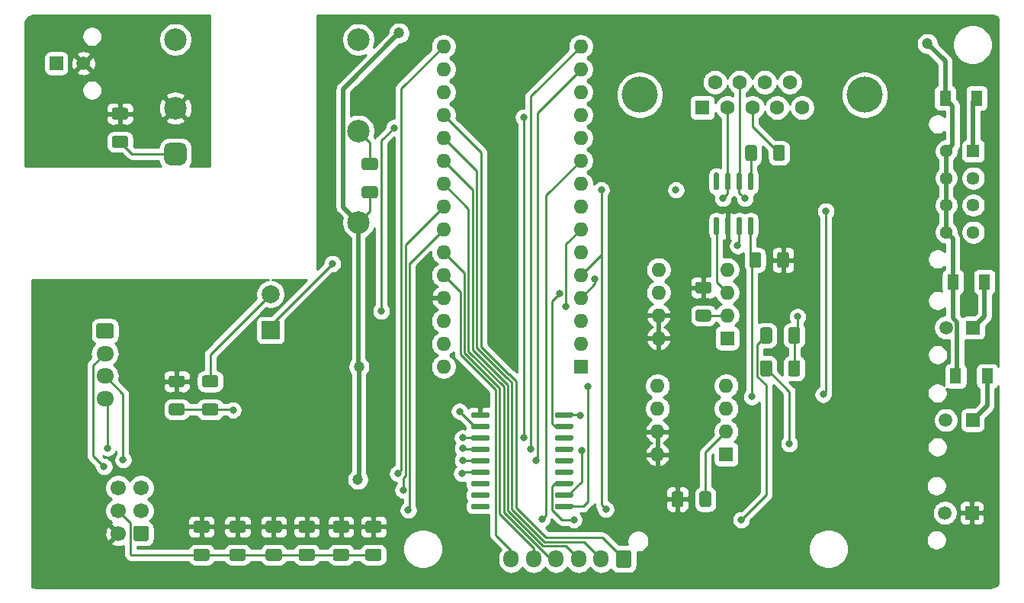
<source format=gbr>
%TF.GenerationSoftware,KiCad,Pcbnew,(5.1.10-1-10_14)*%
%TF.CreationDate,2022-01-10T15:26:04+01:00*%
%TF.ProjectId,E16 BMS Master,45313620-424d-4532-904d-61737465722e,rev?*%
%TF.SameCoordinates,Original*%
%TF.FileFunction,Copper,L2,Bot*%
%TF.FilePolarity,Positive*%
%FSLAX46Y46*%
G04 Gerber Fmt 4.6, Leading zero omitted, Abs format (unit mm)*
G04 Created by KiCad (PCBNEW (5.1.10-1-10_14)) date 2022-01-10 15:26:04*
%MOMM*%
%LPD*%
G01*
G04 APERTURE LIST*
%TA.AperFunction,ComponentPad*%
%ADD10C,1.700000*%
%TD*%
%TA.AperFunction,ComponentPad*%
%ADD11O,1.700000X1.950000*%
%TD*%
%TA.AperFunction,ComponentPad*%
%ADD12C,1.440000*%
%TD*%
%TA.AperFunction,ComponentPad*%
%ADD13R,1.440000X1.440000*%
%TD*%
%TA.AperFunction,ComponentPad*%
%ADD14C,1.520000*%
%TD*%
%TA.AperFunction,ComponentPad*%
%ADD15R,1.520000X1.520000*%
%TD*%
%TA.AperFunction,ComponentPad*%
%ADD16C,2.500000*%
%TD*%
%TA.AperFunction,ComponentPad*%
%ADD17O,1.600000X1.600000*%
%TD*%
%TA.AperFunction,ComponentPad*%
%ADD18R,1.600000X1.600000*%
%TD*%
%TA.AperFunction,ComponentPad*%
%ADD19C,2.000000*%
%TD*%
%TA.AperFunction,ComponentPad*%
%ADD20R,2.000000X2.000000*%
%TD*%
%TA.AperFunction,ComponentPad*%
%ADD21O,1.950000X1.700000*%
%TD*%
%TA.AperFunction,SMDPad,CuDef*%
%ADD22R,1.300000X1.700000*%
%TD*%
%TA.AperFunction,ComponentPad*%
%ADD23C,4.000000*%
%TD*%
%TA.AperFunction,ComponentPad*%
%ADD24C,1.600000*%
%TD*%
%TA.AperFunction,ViaPad*%
%ADD25C,0.800000*%
%TD*%
%TA.AperFunction,ViaPad*%
%ADD26C,1.200000*%
%TD*%
%TA.AperFunction,Conductor*%
%ADD27C,0.250000*%
%TD*%
%TA.AperFunction,Conductor*%
%ADD28C,0.500000*%
%TD*%
%TA.AperFunction,Conductor*%
%ADD29C,0.254000*%
%TD*%
%TA.AperFunction,Conductor*%
%ADD30C,0.100000*%
%TD*%
G04 APERTURE END LIST*
D10*
%TO.P,I2C&PWR1,6*%
%TO.N,+12V*%
X111150400Y-153212800D03*
%TO.P,I2C&PWR1,4*%
%TO.N,GND*%
X111150400Y-155752800D03*
%TO.P,I2C&PWR1,2*%
%TO.N,+5V*%
X111150400Y-158292800D03*
%TO.P,I2C&PWR1,5*%
%TO.N,Net-(A1-Pad23)*%
X113690400Y-153212800D03*
%TO.P,I2C&PWR1,3*%
%TO.N,Net-(A1-Pad24)*%
X113690400Y-155752800D03*
%TO.P,I2C&PWR1,1*%
%TO.N,ALERT*%
%TA.AperFunction,ComponentPad*%
G36*
G01*
X114540400Y-157692800D02*
X114540400Y-158892800D01*
G75*
G02*
X114290400Y-159142800I-250000J0D01*
G01*
X113090400Y-159142800D01*
G75*
G02*
X112840400Y-158892800I0J250000D01*
G01*
X112840400Y-157692800D01*
G75*
G02*
X113090400Y-157442800I250000J0D01*
G01*
X114290400Y-157442800D01*
G75*
G02*
X114540400Y-157692800I0J-250000D01*
G01*
G37*
%TD.AperFunction*%
%TD*%
D11*
%TO.P,J1,6*%
%TO.N,Net-(A1-Pad26)*%
X154784400Y-161137600D03*
%TO.P,J1,5*%
%TO.N,Net-(A1-Pad25)*%
X157284400Y-161137600D03*
%TO.P,J1,4*%
%TO.N,Net-(A1-Pad22)*%
X159784400Y-161137600D03*
%TO.P,J1,3*%
%TO.N,Net-(A1-Pad21)*%
X162284400Y-161137600D03*
%TO.P,J1,2*%
%TO.N,Net-(A1-Pad20)*%
X164784400Y-161137600D03*
%TO.P,J1,1*%
%TO.N,Net-(A1-Pad19)*%
%TA.AperFunction,ComponentPad*%
G36*
G01*
X168134400Y-160412600D02*
X168134400Y-161862600D01*
G75*
G02*
X167884400Y-162112600I-250000J0D01*
G01*
X166684400Y-162112600D01*
G75*
G02*
X166434400Y-161862600I0J250000D01*
G01*
X166434400Y-160412600D01*
G75*
G02*
X166684400Y-160162600I250000J0D01*
G01*
X167884400Y-160162600D01*
G75*
G02*
X168134400Y-160412600I0J-250000D01*
G01*
G37*
%TD.AperFunction*%
%TD*%
D12*
%TO.P,FAN1-4,8*%
%TO.N,+12V*%
X203095601Y-124823997D03*
%TO.P,FAN1-4,7*%
X203095601Y-121823998D03*
%TO.P,FAN1-4,6*%
X203095601Y-118823999D03*
%TO.P,FAN1-4,5*%
X203095601Y-115824000D03*
%TO.P,FAN1-4,4*%
%TO.N,Net-(D1-Pad2)*%
X206095600Y-124823997D03*
%TO.P,FAN1-4,3*%
X206095600Y-121823998D03*
%TO.P,FAN1-4,2*%
X206095600Y-118823999D03*
D13*
%TO.P,FAN1-4,1*%
X206095600Y-115824000D03*
%TD*%
D14*
%TO.P,R1,2*%
%TO.N,Net-(Q3-Pad3)*%
X203044801Y-145694400D03*
D15*
%TO.P,R1,1*%
%TO.N,Net-(D3-Pad2)*%
X206044800Y-145694400D03*
%TD*%
D14*
%TO.P,R2,2*%
%TO.N,Net-(Q2-Pad3)*%
X203095601Y-135432800D03*
D15*
%TO.P,R2,1*%
%TO.N,Net-(D2-Pad2)*%
X206095600Y-135432800D03*
%TD*%
D14*
%TO.P,INTERLOCK1,2*%
%TO.N,Net-(A1-Pad5)*%
X202943201Y-156006800D03*
D15*
%TO.P,INTERLOCK1,1*%
%TO.N,+5V*%
X205943200Y-156006800D03*
%TD*%
D16*
%TO.P,U1,1*%
%TO.N,N/C*%
X117500400Y-103428800D03*
%TO.P,U1,6*%
X137820400Y-103428800D03*
%TO.P,U1,5*%
%TO.N,GND*%
X137820400Y-113588800D03*
%TO.P,U1,4*%
%TO.N,+12V*%
X137820400Y-123748800D03*
%TO.P,U1,2*%
%TO.N,Net-(C12-Pad2)*%
X117500400Y-111048800D03*
%TO.P,U1,3*%
%TO.N,Net-(C12-Pad1)*%
%TA.AperFunction,ComponentPad*%
G36*
G01*
X118125400Y-117378800D02*
X116875400Y-117378800D01*
G75*
G02*
X116250400Y-116753800I0J625000D01*
G01*
X116250400Y-115503800D01*
G75*
G02*
X116875400Y-114878800I625000J0D01*
G01*
X118125400Y-114878800D01*
G75*
G02*
X118750400Y-115503800I0J-625000D01*
G01*
X118750400Y-116753800D01*
G75*
G02*
X118125400Y-117378800I-625000J0D01*
G01*
G37*
%TD.AperFunction*%
%TD*%
%TO.P,C12,2*%
%TO.N,Net-(C12-Pad2)*%
%TA.AperFunction,SMDPad,CuDef*%
G36*
G01*
X112003601Y-112333200D02*
X110703599Y-112333200D01*
G75*
G02*
X110453600Y-112083201I0J249999D01*
G01*
X110453600Y-111258199D01*
G75*
G02*
X110703599Y-111008200I249999J0D01*
G01*
X112003601Y-111008200D01*
G75*
G02*
X112253600Y-111258199I0J-249999D01*
G01*
X112253600Y-112083201D01*
G75*
G02*
X112003601Y-112333200I-249999J0D01*
G01*
G37*
%TD.AperFunction*%
%TO.P,C12,1*%
%TO.N,Net-(C12-Pad1)*%
%TA.AperFunction,SMDPad,CuDef*%
G36*
G01*
X112003601Y-115458200D02*
X110703599Y-115458200D01*
G75*
G02*
X110453600Y-115208201I0J249999D01*
G01*
X110453600Y-114383199D01*
G75*
G02*
X110703599Y-114133200I249999J0D01*
G01*
X112003601Y-114133200D01*
G75*
G02*
X112253600Y-114383199I0J-249999D01*
G01*
X112253600Y-115208201D01*
G75*
G02*
X112003601Y-115458200I-249999J0D01*
G01*
G37*
%TD.AperFunction*%
%TD*%
D17*
%TO.P,A1,16*%
%TO.N,/CAN/SCK*%
X147269200Y-104190800D03*
%TO.P,A1,15*%
%TO.N,/CAN/MISO*%
X162509200Y-104190800D03*
%TO.P,A1,30*%
%TO.N,+12V*%
X147269200Y-139750800D03*
%TO.P,A1,14*%
%TO.N,/CAN/MOSI*%
X162509200Y-106730800D03*
%TO.P,A1,29*%
%TO.N,GND*%
X147269200Y-137210800D03*
%TO.P,A1,13*%
%TO.N,N/C*%
X162509200Y-109270800D03*
%TO.P,A1,28*%
X147269200Y-134670800D03*
%TO.P,A1,12*%
%TO.N,/CAN/CS_CAN*%
X162509200Y-111810800D03*
%TO.P,A1,27*%
%TO.N,+5V*%
X147269200Y-132130800D03*
%TO.P,A1,11*%
%TO.N,Net-(A1-Pad11)*%
X162509200Y-114350800D03*
%TO.P,A1,26*%
%TO.N,Net-(A1-Pad26)*%
X147269200Y-129590800D03*
%TO.P,A1,10*%
%TO.N,ALERT*%
X162509200Y-116890800D03*
%TO.P,A1,25*%
%TO.N,Net-(A1-Pad25)*%
X147269200Y-127050800D03*
%TO.P,A1,9*%
%TO.N,FAN_PWM*%
X162509200Y-119430800D03*
%TO.P,A1,24*%
%TO.N,Net-(A1-Pad24)*%
X147269200Y-124510800D03*
%TO.P,A1,8*%
%TO.N,R-*%
X162509200Y-121970800D03*
%TO.P,A1,23*%
%TO.N,Net-(A1-Pad23)*%
X147269200Y-121970800D03*
%TO.P,A1,7*%
%TO.N,R+*%
X162509200Y-124510800D03*
%TO.P,A1,22*%
%TO.N,Net-(A1-Pad22)*%
X147269200Y-119430800D03*
%TO.P,A1,6*%
%TO.N,Net-(A1-Pad6)*%
X162509200Y-127050800D03*
%TO.P,A1,21*%
%TO.N,Net-(A1-Pad21)*%
X147269200Y-116890800D03*
%TO.P,A1,5*%
%TO.N,Net-(A1-Pad5)*%
X162509200Y-129590800D03*
%TO.P,A1,20*%
%TO.N,Net-(A1-Pad20)*%
X147269200Y-114350800D03*
%TO.P,A1,4*%
%TO.N,GND*%
X162509200Y-132130800D03*
%TO.P,A1,19*%
%TO.N,Net-(A1-Pad19)*%
X147269200Y-111810800D03*
%TO.P,A1,3*%
%TO.N,N/C*%
X162509200Y-134670800D03*
%TO.P,A1,18*%
X147269200Y-109270800D03*
%TO.P,A1,2*%
X162509200Y-137210800D03*
%TO.P,A1,17*%
X147269200Y-106730800D03*
D18*
%TO.P,A1,1*%
X162509200Y-139750800D03*
%TD*%
D19*
%TO.P,LS1,2*%
%TO.N,GND*%
X128066800Y-131694800D03*
D20*
%TO.P,LS1,1*%
%TO.N,Net-(A1-Pad6)*%
X128066800Y-135694800D03*
%TD*%
%TO.P,U5,18*%
%TO.N,+5V*%
%TA.AperFunction,SMDPad,CuDef*%
G36*
G01*
X152381800Y-144985600D02*
X152381800Y-145285600D01*
G75*
G02*
X152231800Y-145435600I-150000J0D01*
G01*
X150481800Y-145435600D01*
G75*
G02*
X150331800Y-145285600I0J150000D01*
G01*
X150331800Y-144985600D01*
G75*
G02*
X150481800Y-144835600I150000J0D01*
G01*
X152231800Y-144835600D01*
G75*
G02*
X152381800Y-144985600I0J-150000D01*
G01*
G37*
%TD.AperFunction*%
%TO.P,U5,17*%
%TO.N,Net-(C10-Pad1)*%
%TA.AperFunction,SMDPad,CuDef*%
G36*
G01*
X152381800Y-146255600D02*
X152381800Y-146555600D01*
G75*
G02*
X152231800Y-146705600I-150000J0D01*
G01*
X150481800Y-146705600D01*
G75*
G02*
X150331800Y-146555600I0J150000D01*
G01*
X150331800Y-146255600D01*
G75*
G02*
X150481800Y-146105600I150000J0D01*
G01*
X152231800Y-146105600D01*
G75*
G02*
X152381800Y-146255600I0J-150000D01*
G01*
G37*
%TD.AperFunction*%
%TO.P,U5,16*%
%TO.N,/CAN/CS_CAN*%
%TA.AperFunction,SMDPad,CuDef*%
G36*
G01*
X152381800Y-147525600D02*
X152381800Y-147825600D01*
G75*
G02*
X152231800Y-147975600I-150000J0D01*
G01*
X150481800Y-147975600D01*
G75*
G02*
X150331800Y-147825600I0J150000D01*
G01*
X150331800Y-147525600D01*
G75*
G02*
X150481800Y-147375600I150000J0D01*
G01*
X152231800Y-147375600D01*
G75*
G02*
X152381800Y-147525600I0J-150000D01*
G01*
G37*
%TD.AperFunction*%
%TO.P,U5,15*%
%TO.N,/CAN/MISO*%
%TA.AperFunction,SMDPad,CuDef*%
G36*
G01*
X152381800Y-148795600D02*
X152381800Y-149095600D01*
G75*
G02*
X152231800Y-149245600I-150000J0D01*
G01*
X150481800Y-149245600D01*
G75*
G02*
X150331800Y-149095600I0J150000D01*
G01*
X150331800Y-148795600D01*
G75*
G02*
X150481800Y-148645600I150000J0D01*
G01*
X152231800Y-148645600D01*
G75*
G02*
X152381800Y-148795600I0J-150000D01*
G01*
G37*
%TD.AperFunction*%
%TO.P,U5,14*%
%TO.N,/CAN/MOSI*%
%TA.AperFunction,SMDPad,CuDef*%
G36*
G01*
X152381800Y-150065600D02*
X152381800Y-150365600D01*
G75*
G02*
X152231800Y-150515600I-150000J0D01*
G01*
X150481800Y-150515600D01*
G75*
G02*
X150331800Y-150365600I0J150000D01*
G01*
X150331800Y-150065600D01*
G75*
G02*
X150481800Y-149915600I150000J0D01*
G01*
X152231800Y-149915600D01*
G75*
G02*
X152381800Y-150065600I0J-150000D01*
G01*
G37*
%TD.AperFunction*%
%TO.P,U5,13*%
%TO.N,/CAN/SCK*%
%TA.AperFunction,SMDPad,CuDef*%
G36*
G01*
X152381800Y-151335600D02*
X152381800Y-151635600D01*
G75*
G02*
X152231800Y-151785600I-150000J0D01*
G01*
X150481800Y-151785600D01*
G75*
G02*
X150331800Y-151635600I0J150000D01*
G01*
X150331800Y-151335600D01*
G75*
G02*
X150481800Y-151185600I150000J0D01*
G01*
X152231800Y-151185600D01*
G75*
G02*
X152381800Y-151335600I0J-150000D01*
G01*
G37*
%TD.AperFunction*%
%TO.P,U5,12*%
%TO.N,N/C*%
%TA.AperFunction,SMDPad,CuDef*%
G36*
G01*
X152381800Y-152605600D02*
X152381800Y-152905600D01*
G75*
G02*
X152231800Y-153055600I-150000J0D01*
G01*
X150481800Y-153055600D01*
G75*
G02*
X150331800Y-152905600I0J150000D01*
G01*
X150331800Y-152605600D01*
G75*
G02*
X150481800Y-152455600I150000J0D01*
G01*
X152231800Y-152455600D01*
G75*
G02*
X152381800Y-152605600I0J-150000D01*
G01*
G37*
%TD.AperFunction*%
%TO.P,U5,11*%
%TA.AperFunction,SMDPad,CuDef*%
G36*
G01*
X152381800Y-153875600D02*
X152381800Y-154175600D01*
G75*
G02*
X152231800Y-154325600I-150000J0D01*
G01*
X150481800Y-154325600D01*
G75*
G02*
X150331800Y-154175600I0J150000D01*
G01*
X150331800Y-153875600D01*
G75*
G02*
X150481800Y-153725600I150000J0D01*
G01*
X152231800Y-153725600D01*
G75*
G02*
X152381800Y-153875600I0J-150000D01*
G01*
G37*
%TD.AperFunction*%
%TO.P,U5,10*%
%TA.AperFunction,SMDPad,CuDef*%
G36*
G01*
X152381800Y-155145600D02*
X152381800Y-155445600D01*
G75*
G02*
X152231800Y-155595600I-150000J0D01*
G01*
X150481800Y-155595600D01*
G75*
G02*
X150331800Y-155445600I0J150000D01*
G01*
X150331800Y-155145600D01*
G75*
G02*
X150481800Y-154995600I150000J0D01*
G01*
X152231800Y-154995600D01*
G75*
G02*
X152381800Y-155145600I0J-150000D01*
G01*
G37*
%TD.AperFunction*%
%TO.P,U5,9*%
%TO.N,GND*%
%TA.AperFunction,SMDPad,CuDef*%
G36*
G01*
X161681800Y-155145600D02*
X161681800Y-155445600D01*
G75*
G02*
X161531800Y-155595600I-150000J0D01*
G01*
X159781800Y-155595600D01*
G75*
G02*
X159631800Y-155445600I0J150000D01*
G01*
X159631800Y-155145600D01*
G75*
G02*
X159781800Y-154995600I150000J0D01*
G01*
X161531800Y-154995600D01*
G75*
G02*
X161681800Y-155145600I0J-150000D01*
G01*
G37*
%TD.AperFunction*%
%TO.P,U5,8*%
%TO.N,Net-(C6-Pad1)*%
%TA.AperFunction,SMDPad,CuDef*%
G36*
G01*
X161681800Y-153875600D02*
X161681800Y-154175600D01*
G75*
G02*
X161531800Y-154325600I-150000J0D01*
G01*
X159781800Y-154325600D01*
G75*
G02*
X159631800Y-154175600I0J150000D01*
G01*
X159631800Y-153875600D01*
G75*
G02*
X159781800Y-153725600I150000J0D01*
G01*
X161531800Y-153725600D01*
G75*
G02*
X161681800Y-153875600I0J-150000D01*
G01*
G37*
%TD.AperFunction*%
%TO.P,U5,7*%
%TO.N,Net-(C5-Pad1)*%
%TA.AperFunction,SMDPad,CuDef*%
G36*
G01*
X161681800Y-152605600D02*
X161681800Y-152905600D01*
G75*
G02*
X161531800Y-153055600I-150000J0D01*
G01*
X159781800Y-153055600D01*
G75*
G02*
X159631800Y-152905600I0J150000D01*
G01*
X159631800Y-152605600D01*
G75*
G02*
X159781800Y-152455600I150000J0D01*
G01*
X161531800Y-152455600D01*
G75*
G02*
X161681800Y-152605600I0J-150000D01*
G01*
G37*
%TD.AperFunction*%
%TO.P,U5,6*%
%TO.N,N/C*%
%TA.AperFunction,SMDPad,CuDef*%
G36*
G01*
X161681800Y-151335600D02*
X161681800Y-151635600D01*
G75*
G02*
X161531800Y-151785600I-150000J0D01*
G01*
X159781800Y-151785600D01*
G75*
G02*
X159631800Y-151635600I0J150000D01*
G01*
X159631800Y-151335600D01*
G75*
G02*
X159781800Y-151185600I150000J0D01*
G01*
X161531800Y-151185600D01*
G75*
G02*
X161681800Y-151335600I0J-150000D01*
G01*
G37*
%TD.AperFunction*%
%TO.P,U5,5*%
%TA.AperFunction,SMDPad,CuDef*%
G36*
G01*
X161681800Y-150065600D02*
X161681800Y-150365600D01*
G75*
G02*
X161531800Y-150515600I-150000J0D01*
G01*
X159781800Y-150515600D01*
G75*
G02*
X159631800Y-150365600I0J150000D01*
G01*
X159631800Y-150065600D01*
G75*
G02*
X159781800Y-149915600I150000J0D01*
G01*
X161531800Y-149915600D01*
G75*
G02*
X161681800Y-150065600I0J-150000D01*
G01*
G37*
%TD.AperFunction*%
%TO.P,U5,4*%
%TA.AperFunction,SMDPad,CuDef*%
G36*
G01*
X161681800Y-148795600D02*
X161681800Y-149095600D01*
G75*
G02*
X161531800Y-149245600I-150000J0D01*
G01*
X159781800Y-149245600D01*
G75*
G02*
X159631800Y-149095600I0J150000D01*
G01*
X159631800Y-148795600D01*
G75*
G02*
X159781800Y-148645600I150000J0D01*
G01*
X161531800Y-148645600D01*
G75*
G02*
X161681800Y-148795600I0J-150000D01*
G01*
G37*
%TD.AperFunction*%
%TO.P,U5,3*%
%TA.AperFunction,SMDPad,CuDef*%
G36*
G01*
X161681800Y-147525600D02*
X161681800Y-147825600D01*
G75*
G02*
X161531800Y-147975600I-150000J0D01*
G01*
X159781800Y-147975600D01*
G75*
G02*
X159631800Y-147825600I0J150000D01*
G01*
X159631800Y-147525600D01*
G75*
G02*
X159781800Y-147375600I150000J0D01*
G01*
X161531800Y-147375600D01*
G75*
G02*
X161681800Y-147525600I0J-150000D01*
G01*
G37*
%TD.AperFunction*%
%TO.P,U5,2*%
%TO.N,RX_CAN*%
%TA.AperFunction,SMDPad,CuDef*%
G36*
G01*
X161681800Y-146255600D02*
X161681800Y-146555600D01*
G75*
G02*
X161531800Y-146705600I-150000J0D01*
G01*
X159781800Y-146705600D01*
G75*
G02*
X159631800Y-146555600I0J150000D01*
G01*
X159631800Y-146255600D01*
G75*
G02*
X159781800Y-146105600I150000J0D01*
G01*
X161531800Y-146105600D01*
G75*
G02*
X161681800Y-146255600I0J-150000D01*
G01*
G37*
%TD.AperFunction*%
%TO.P,U5,1*%
%TO.N,TX_CAN*%
%TA.AperFunction,SMDPad,CuDef*%
G36*
G01*
X161681800Y-144985600D02*
X161681800Y-145285600D01*
G75*
G02*
X161531800Y-145435600I-150000J0D01*
G01*
X159781800Y-145435600D01*
G75*
G02*
X159631800Y-145285600I0J150000D01*
G01*
X159631800Y-144985600D01*
G75*
G02*
X159781800Y-144835600I150000J0D01*
G01*
X161531800Y-144835600D01*
G75*
G02*
X161681800Y-144985600I0J-150000D01*
G01*
G37*
%TD.AperFunction*%
%TD*%
%TO.P,U4,8*%
%TO.N,Net-(R12-Pad1)*%
%TA.AperFunction,SMDPad,CuDef*%
G36*
G01*
X181531400Y-120166000D02*
X181231400Y-120166000D01*
G75*
G02*
X181081400Y-120016000I0J150000D01*
G01*
X181081400Y-118366000D01*
G75*
G02*
X181231400Y-118216000I150000J0D01*
G01*
X181531400Y-118216000D01*
G75*
G02*
X181681400Y-118366000I0J-150000D01*
G01*
X181681400Y-120016000D01*
G75*
G02*
X181531400Y-120166000I-150000J0D01*
G01*
G37*
%TD.AperFunction*%
%TO.P,U4,7*%
%TO.N,/CAN/CAN_H*%
%TA.AperFunction,SMDPad,CuDef*%
G36*
G01*
X180261400Y-120166000D02*
X179961400Y-120166000D01*
G75*
G02*
X179811400Y-120016000I0J150000D01*
G01*
X179811400Y-118366000D01*
G75*
G02*
X179961400Y-118216000I150000J0D01*
G01*
X180261400Y-118216000D01*
G75*
G02*
X180411400Y-118366000I0J-150000D01*
G01*
X180411400Y-120016000D01*
G75*
G02*
X180261400Y-120166000I-150000J0D01*
G01*
G37*
%TD.AperFunction*%
%TO.P,U4,6*%
%TO.N,/CAN/CAN_L*%
%TA.AperFunction,SMDPad,CuDef*%
G36*
G01*
X178991400Y-120166000D02*
X178691400Y-120166000D01*
G75*
G02*
X178541400Y-120016000I0J150000D01*
G01*
X178541400Y-118366000D01*
G75*
G02*
X178691400Y-118216000I150000J0D01*
G01*
X178991400Y-118216000D01*
G75*
G02*
X179141400Y-118366000I0J-150000D01*
G01*
X179141400Y-120016000D01*
G75*
G02*
X178991400Y-120166000I-150000J0D01*
G01*
G37*
%TD.AperFunction*%
%TO.P,U4,5*%
%TO.N,N/C*%
%TA.AperFunction,SMDPad,CuDef*%
G36*
G01*
X177721400Y-120166000D02*
X177421400Y-120166000D01*
G75*
G02*
X177271400Y-120016000I0J150000D01*
G01*
X177271400Y-118366000D01*
G75*
G02*
X177421400Y-118216000I150000J0D01*
G01*
X177721400Y-118216000D01*
G75*
G02*
X177871400Y-118366000I0J-150000D01*
G01*
X177871400Y-120016000D01*
G75*
G02*
X177721400Y-120166000I-150000J0D01*
G01*
G37*
%TD.AperFunction*%
%TO.P,U4,4*%
%TO.N,Net-(U2-Pad3)*%
%TA.AperFunction,SMDPad,CuDef*%
G36*
G01*
X177721400Y-125116000D02*
X177421400Y-125116000D01*
G75*
G02*
X177271400Y-124966000I0J150000D01*
G01*
X177271400Y-123316000D01*
G75*
G02*
X177421400Y-123166000I150000J0D01*
G01*
X177721400Y-123166000D01*
G75*
G02*
X177871400Y-123316000I0J-150000D01*
G01*
X177871400Y-124966000D01*
G75*
G02*
X177721400Y-125116000I-150000J0D01*
G01*
G37*
%TD.AperFunction*%
%TO.P,U4,3*%
%TO.N,+5V*%
%TA.AperFunction,SMDPad,CuDef*%
G36*
G01*
X178991400Y-125116000D02*
X178691400Y-125116000D01*
G75*
G02*
X178541400Y-124966000I0J150000D01*
G01*
X178541400Y-123316000D01*
G75*
G02*
X178691400Y-123166000I150000J0D01*
G01*
X178991400Y-123166000D01*
G75*
G02*
X179141400Y-123316000I0J-150000D01*
G01*
X179141400Y-124966000D01*
G75*
G02*
X178991400Y-125116000I-150000J0D01*
G01*
G37*
%TD.AperFunction*%
%TO.P,U4,2*%
%TO.N,GND*%
%TA.AperFunction,SMDPad,CuDef*%
G36*
G01*
X180261400Y-125116000D02*
X179961400Y-125116000D01*
G75*
G02*
X179811400Y-124966000I0J150000D01*
G01*
X179811400Y-123316000D01*
G75*
G02*
X179961400Y-123166000I150000J0D01*
G01*
X180261400Y-123166000D01*
G75*
G02*
X180411400Y-123316000I0J-150000D01*
G01*
X180411400Y-124966000D01*
G75*
G02*
X180261400Y-125116000I-150000J0D01*
G01*
G37*
%TD.AperFunction*%
%TO.P,U4,1*%
%TO.N,TX_1*%
%TA.AperFunction,SMDPad,CuDef*%
G36*
G01*
X181531400Y-125116000D02*
X181231400Y-125116000D01*
G75*
G02*
X181081400Y-124966000I0J150000D01*
G01*
X181081400Y-123316000D01*
G75*
G02*
X181231400Y-123166000I150000J0D01*
G01*
X181531400Y-123166000D01*
G75*
G02*
X181681400Y-123316000I0J-150000D01*
G01*
X181681400Y-124966000D01*
G75*
G02*
X181531400Y-125116000I-150000J0D01*
G01*
G37*
%TD.AperFunction*%
%TD*%
D17*
%TO.P,U3,8*%
%TO.N,+5V*%
X171043600Y-149504400D03*
%TO.P,U3,4*%
%TO.N,N/C*%
X178663600Y-141884400D03*
%TO.P,U3,7*%
%TO.N,+5V*%
X171043600Y-146964400D03*
%TO.P,U3,3*%
%TO.N,TX_CAN*%
X178663600Y-144424400D03*
%TO.P,U3,6*%
%TO.N,TX_1*%
X171043600Y-144424400D03*
%TO.P,U3,2*%
%TO.N,Net-(R8-Pad1)*%
X178663600Y-146964400D03*
%TO.P,U3,5*%
%TO.N,GND*%
X171043600Y-141884400D03*
D18*
%TO.P,U3,1*%
%TO.N,N/C*%
X178663600Y-149504400D03*
%TD*%
D17*
%TO.P,U2,8*%
%TO.N,+5V*%
X171145200Y-136601200D03*
%TO.P,U2,4*%
%TO.N,N/C*%
X178765200Y-128981200D03*
%TO.P,U2,7*%
%TO.N,+5V*%
X171145200Y-134061200D03*
%TO.P,U2,3*%
%TO.N,Net-(U2-Pad3)*%
X178765200Y-131521200D03*
%TO.P,U2,6*%
%TO.N,RX_CAN*%
X171145200Y-131521200D03*
%TO.P,U2,2*%
%TO.N,Net-(R10-Pad2)*%
X178765200Y-134061200D03*
%TO.P,U2,5*%
%TO.N,GND*%
X171145200Y-128981200D03*
D18*
%TO.P,U2,1*%
%TO.N,N/C*%
X178765200Y-136601200D03*
%TD*%
D21*
%TO.P,SPI1,4*%
%TO.N,/CAN/MISO*%
X109677200Y-143288400D03*
%TO.P,SPI1,3*%
%TO.N,/CAN/MOSI*%
X109677200Y-140788400D03*
%TO.P,SPI1,2*%
%TO.N,/CAN/SCK*%
X109677200Y-138288400D03*
%TO.P,SPI1,1*%
%TO.N,Net-(A1-Pad11)*%
%TA.AperFunction,ComponentPad*%
G36*
G01*
X108952200Y-134938400D02*
X110402200Y-134938400D01*
G75*
G02*
X110652200Y-135188400I0J-250000D01*
G01*
X110652200Y-136388400D01*
G75*
G02*
X110402200Y-136638400I-250000J0D01*
G01*
X108952200Y-136638400D01*
G75*
G02*
X108702200Y-136388400I0J250000D01*
G01*
X108702200Y-135188400D01*
G75*
G02*
X108952200Y-134938400I250000J0D01*
G01*
G37*
%TD.AperFunction*%
%TD*%
%TO.P,R14,2*%
%TO.N,Net-(C10-Pad1)*%
%TA.AperFunction,SMDPad,CuDef*%
G36*
G01*
X117027800Y-143851200D02*
X118277800Y-143851200D01*
G75*
G02*
X118527800Y-144101200I0J-250000D01*
G01*
X118527800Y-144901200D01*
G75*
G02*
X118277800Y-145151200I-250000J0D01*
G01*
X117027800Y-145151200D01*
G75*
G02*
X116777800Y-144901200I0J250000D01*
G01*
X116777800Y-144101200D01*
G75*
G02*
X117027800Y-143851200I250000J0D01*
G01*
G37*
%TD.AperFunction*%
%TO.P,R14,1*%
%TO.N,+5V*%
%TA.AperFunction,SMDPad,CuDef*%
G36*
G01*
X117027800Y-140751200D02*
X118277800Y-140751200D01*
G75*
G02*
X118527800Y-141001200I0J-250000D01*
G01*
X118527800Y-141801200D01*
G75*
G02*
X118277800Y-142051200I-250000J0D01*
G01*
X117027800Y-142051200D01*
G75*
G02*
X116777800Y-141801200I0J250000D01*
G01*
X116777800Y-141001200D01*
G75*
G02*
X117027800Y-140751200I250000J0D01*
G01*
G37*
%TD.AperFunction*%
%TD*%
%TO.P,R12,2*%
%TO.N,GND*%
%TA.AperFunction,SMDPad,CuDef*%
G36*
G01*
X183881600Y-116652200D02*
X183881600Y-115402200D01*
G75*
G02*
X184131600Y-115152200I250000J0D01*
G01*
X184931600Y-115152200D01*
G75*
G02*
X185181600Y-115402200I0J-250000D01*
G01*
X185181600Y-116652200D01*
G75*
G02*
X184931600Y-116902200I-250000J0D01*
G01*
X184131600Y-116902200D01*
G75*
G02*
X183881600Y-116652200I0J250000D01*
G01*
G37*
%TD.AperFunction*%
%TO.P,R12,1*%
%TO.N,Net-(R12-Pad1)*%
%TA.AperFunction,SMDPad,CuDef*%
G36*
G01*
X180781600Y-116652200D02*
X180781600Y-115402200D01*
G75*
G02*
X181031600Y-115152200I250000J0D01*
G01*
X181831600Y-115152200D01*
G75*
G02*
X182081600Y-115402200I0J-250000D01*
G01*
X182081600Y-116652200D01*
G75*
G02*
X181831600Y-116902200I-250000J0D01*
G01*
X181031600Y-116902200D01*
G75*
G02*
X180781600Y-116652200I0J250000D01*
G01*
G37*
%TD.AperFunction*%
%TD*%
%TO.P,R11,2*%
%TO.N,+5V*%
%TA.AperFunction,SMDPad,CuDef*%
G36*
G01*
X184338800Y-128539400D02*
X184338800Y-127289400D01*
G75*
G02*
X184588800Y-127039400I250000J0D01*
G01*
X185388800Y-127039400D01*
G75*
G02*
X185638800Y-127289400I0J-250000D01*
G01*
X185638800Y-128539400D01*
G75*
G02*
X185388800Y-128789400I-250000J0D01*
G01*
X184588800Y-128789400D01*
G75*
G02*
X184338800Y-128539400I0J250000D01*
G01*
G37*
%TD.AperFunction*%
%TO.P,R11,1*%
%TO.N,TX_1*%
%TA.AperFunction,SMDPad,CuDef*%
G36*
G01*
X181238800Y-128539400D02*
X181238800Y-127289400D01*
G75*
G02*
X181488800Y-127039400I250000J0D01*
G01*
X182288800Y-127039400D01*
G75*
G02*
X182538800Y-127289400I0J-250000D01*
G01*
X182538800Y-128539400D01*
G75*
G02*
X182288800Y-128789400I-250000J0D01*
G01*
X181488800Y-128789400D01*
G75*
G02*
X181238800Y-128539400I0J250000D01*
G01*
G37*
%TD.AperFunction*%
%TD*%
%TO.P,R10,2*%
%TO.N,Net-(R10-Pad2)*%
%TA.AperFunction,SMDPad,CuDef*%
G36*
G01*
X175498600Y-133437200D02*
X176748600Y-133437200D01*
G75*
G02*
X176998600Y-133687200I0J-250000D01*
G01*
X176998600Y-134487200D01*
G75*
G02*
X176748600Y-134737200I-250000J0D01*
G01*
X175498600Y-134737200D01*
G75*
G02*
X175248600Y-134487200I0J250000D01*
G01*
X175248600Y-133687200D01*
G75*
G02*
X175498600Y-133437200I250000J0D01*
G01*
G37*
%TD.AperFunction*%
%TO.P,R10,1*%
%TO.N,+5V*%
%TA.AperFunction,SMDPad,CuDef*%
G36*
G01*
X175498600Y-130337200D02*
X176748600Y-130337200D01*
G75*
G02*
X176998600Y-130587200I0J-250000D01*
G01*
X176998600Y-131387200D01*
G75*
G02*
X176748600Y-131637200I-250000J0D01*
G01*
X175498600Y-131637200D01*
G75*
G02*
X175248600Y-131387200I0J250000D01*
G01*
X175248600Y-130587200D01*
G75*
G02*
X175498600Y-130337200I250000J0D01*
G01*
G37*
%TD.AperFunction*%
%TD*%
%TO.P,R8,2*%
%TO.N,+5V*%
%TA.AperFunction,SMDPad,CuDef*%
G36*
G01*
X173902800Y-153857800D02*
X173902800Y-155107800D01*
G75*
G02*
X173652800Y-155357800I-250000J0D01*
G01*
X172852800Y-155357800D01*
G75*
G02*
X172602800Y-155107800I0J250000D01*
G01*
X172602800Y-153857800D01*
G75*
G02*
X172852800Y-153607800I250000J0D01*
G01*
X173652800Y-153607800D01*
G75*
G02*
X173902800Y-153857800I0J-250000D01*
G01*
G37*
%TD.AperFunction*%
%TO.P,R8,1*%
%TO.N,Net-(R8-Pad1)*%
%TA.AperFunction,SMDPad,CuDef*%
G36*
G01*
X177002800Y-153857800D02*
X177002800Y-155107800D01*
G75*
G02*
X176752800Y-155357800I-250000J0D01*
G01*
X175952800Y-155357800D01*
G75*
G02*
X175702800Y-155107800I0J250000D01*
G01*
X175702800Y-153857800D01*
G75*
G02*
X175952800Y-153607800I250000J0D01*
G01*
X176752800Y-153607800D01*
G75*
G02*
X177002800Y-153857800I0J-250000D01*
G01*
G37*
%TD.AperFunction*%
%TD*%
D14*
%TO.P,PWR1,2*%
%TO.N,Net-(C12-Pad2)*%
X107292399Y-106070400D03*
D15*
%TO.P,PWR1,1*%
%TO.N,Net-(C12-Pad1)*%
X104292400Y-106070400D03*
%TD*%
D22*
%TO.P,D3,2*%
%TO.N,Net-(D3-Pad2)*%
X207642400Y-140817600D03*
%TO.P,D3,1*%
%TO.N,+12V*%
X204142400Y-140817600D03*
%TD*%
%TO.P,D2,2*%
%TO.N,Net-(D2-Pad2)*%
X207337600Y-130352800D03*
%TO.P,D2,1*%
%TO.N,+12V*%
X203837600Y-130352800D03*
%TD*%
%TO.P,D1,2*%
%TO.N,Net-(D1-Pad2)*%
X206474000Y-109931200D03*
%TO.P,D1,1*%
%TO.N,+12V*%
X202974000Y-109931200D03*
%TD*%
D23*
%TO.P,CAN1,0*%
%TO.N,GND*%
X169062000Y-109578000D03*
X194062000Y-109578000D03*
D24*
%TO.P,CAN1,9*%
%TO.N,N/C*%
X185717000Y-108158000D03*
%TO.P,CAN1,8*%
X182947000Y-108158000D03*
%TO.P,CAN1,7*%
%TO.N,/CAN/CAN_H*%
X180177000Y-108158000D03*
%TO.P,CAN1,6*%
%TO.N,N/C*%
X177407000Y-108158000D03*
%TO.P,CAN1,5*%
X187102000Y-110998000D03*
%TO.P,CAN1,4*%
X184332000Y-110998000D03*
%TO.P,CAN1,3*%
%TO.N,GND*%
X181562000Y-110998000D03*
%TO.P,CAN1,2*%
%TO.N,/CAN/CAN_L*%
X178792000Y-110998000D03*
D18*
%TO.P,CAN1,1*%
%TO.N,N/C*%
X176022000Y-110998000D03*
%TD*%
%TO.P,C11,2*%
%TO.N,GND*%
%TA.AperFunction,SMDPad,CuDef*%
G36*
G01*
X135239999Y-160005600D02*
X136540001Y-160005600D01*
G75*
G02*
X136790000Y-160255599I0J-249999D01*
G01*
X136790000Y-161080601D01*
G75*
G02*
X136540001Y-161330600I-249999J0D01*
G01*
X135239999Y-161330600D01*
G75*
G02*
X134990000Y-161080601I0J249999D01*
G01*
X134990000Y-160255599D01*
G75*
G02*
X135239999Y-160005600I249999J0D01*
G01*
G37*
%TD.AperFunction*%
%TO.P,C11,1*%
%TO.N,+5V*%
%TA.AperFunction,SMDPad,CuDef*%
G36*
G01*
X135239999Y-156880600D02*
X136540001Y-156880600D01*
G75*
G02*
X136790000Y-157130599I0J-249999D01*
G01*
X136790000Y-157955601D01*
G75*
G02*
X136540001Y-158205600I-249999J0D01*
G01*
X135239999Y-158205600D01*
G75*
G02*
X134990000Y-157955601I0J249999D01*
G01*
X134990000Y-157130599D01*
G75*
G02*
X135239999Y-156880600I249999J0D01*
G01*
G37*
%TD.AperFunction*%
%TD*%
%TO.P,C10,2*%
%TO.N,GND*%
%TA.AperFunction,SMDPad,CuDef*%
G36*
G01*
X122011201Y-142051200D02*
X120711199Y-142051200D01*
G75*
G02*
X120461200Y-141801201I0J249999D01*
G01*
X120461200Y-140976199D01*
G75*
G02*
X120711199Y-140726200I249999J0D01*
G01*
X122011201Y-140726200D01*
G75*
G02*
X122261200Y-140976199I0J-249999D01*
G01*
X122261200Y-141801201D01*
G75*
G02*
X122011201Y-142051200I-249999J0D01*
G01*
G37*
%TD.AperFunction*%
%TO.P,C10,1*%
%TO.N,Net-(C10-Pad1)*%
%TA.AperFunction,SMDPad,CuDef*%
G36*
G01*
X122011201Y-145176200D02*
X120711199Y-145176200D01*
G75*
G02*
X120461200Y-144926201I0J249999D01*
G01*
X120461200Y-144101199D01*
G75*
G02*
X120711199Y-143851200I249999J0D01*
G01*
X122011201Y-143851200D01*
G75*
G02*
X122261200Y-144101199I0J-249999D01*
G01*
X122261200Y-144926201D01*
G75*
G02*
X122011201Y-145176200I-249999J0D01*
G01*
G37*
%TD.AperFunction*%
%TD*%
%TO.P,C9,2*%
%TO.N,GND*%
%TA.AperFunction,SMDPad,CuDef*%
G36*
G01*
X119745999Y-160005600D02*
X121046001Y-160005600D01*
G75*
G02*
X121296000Y-160255599I0J-249999D01*
G01*
X121296000Y-161080601D01*
G75*
G02*
X121046001Y-161330600I-249999J0D01*
G01*
X119745999Y-161330600D01*
G75*
G02*
X119496000Y-161080601I0J249999D01*
G01*
X119496000Y-160255599D01*
G75*
G02*
X119745999Y-160005600I249999J0D01*
G01*
G37*
%TD.AperFunction*%
%TO.P,C9,1*%
%TO.N,+5V*%
%TA.AperFunction,SMDPad,CuDef*%
G36*
G01*
X119745999Y-156880600D02*
X121046001Y-156880600D01*
G75*
G02*
X121296000Y-157130599I0J-249999D01*
G01*
X121296000Y-157955601D01*
G75*
G02*
X121046001Y-158205600I-249999J0D01*
G01*
X119745999Y-158205600D01*
G75*
G02*
X119496000Y-157955601I0J249999D01*
G01*
X119496000Y-157130599D01*
G75*
G02*
X119745999Y-156880600I249999J0D01*
G01*
G37*
%TD.AperFunction*%
%TD*%
%TO.P,C8,2*%
%TO.N,GND*%
%TA.AperFunction,SMDPad,CuDef*%
G36*
G01*
X131429999Y-160005600D02*
X132730001Y-160005600D01*
G75*
G02*
X132980000Y-160255599I0J-249999D01*
G01*
X132980000Y-161080601D01*
G75*
G02*
X132730001Y-161330600I-249999J0D01*
G01*
X131429999Y-161330600D01*
G75*
G02*
X131180000Y-161080601I0J249999D01*
G01*
X131180000Y-160255599D01*
G75*
G02*
X131429999Y-160005600I249999J0D01*
G01*
G37*
%TD.AperFunction*%
%TO.P,C8,1*%
%TO.N,+5V*%
%TA.AperFunction,SMDPad,CuDef*%
G36*
G01*
X131429999Y-156880600D02*
X132730001Y-156880600D01*
G75*
G02*
X132980000Y-157130599I0J-249999D01*
G01*
X132980000Y-157955601D01*
G75*
G02*
X132730001Y-158205600I-249999J0D01*
G01*
X131429999Y-158205600D01*
G75*
G02*
X131180000Y-157955601I0J249999D01*
G01*
X131180000Y-157130599D01*
G75*
G02*
X131429999Y-156880600I249999J0D01*
G01*
G37*
%TD.AperFunction*%
%TD*%
%TO.P,C7,2*%
%TO.N,GND*%
%TA.AperFunction,SMDPad,CuDef*%
G36*
G01*
X138846799Y-160005600D02*
X140146801Y-160005600D01*
G75*
G02*
X140396800Y-160255599I0J-249999D01*
G01*
X140396800Y-161080601D01*
G75*
G02*
X140146801Y-161330600I-249999J0D01*
G01*
X138846799Y-161330600D01*
G75*
G02*
X138596800Y-161080601I0J249999D01*
G01*
X138596800Y-160255599D01*
G75*
G02*
X138846799Y-160005600I249999J0D01*
G01*
G37*
%TD.AperFunction*%
%TO.P,C7,1*%
%TO.N,+5V*%
%TA.AperFunction,SMDPad,CuDef*%
G36*
G01*
X138846799Y-156880600D02*
X140146801Y-156880600D01*
G75*
G02*
X140396800Y-157130599I0J-249999D01*
G01*
X140396800Y-157955601D01*
G75*
G02*
X140146801Y-158205600I-249999J0D01*
G01*
X138846799Y-158205600D01*
G75*
G02*
X138596800Y-157955601I0J249999D01*
G01*
X138596800Y-157130599D01*
G75*
G02*
X138846799Y-156880600I249999J0D01*
G01*
G37*
%TD.AperFunction*%
%TD*%
%TO.P,C6,2*%
%TO.N,GND*%
%TA.AperFunction,SMDPad,CuDef*%
G36*
G01*
X185558000Y-140604001D02*
X185558000Y-139303999D01*
G75*
G02*
X185807999Y-139054000I249999J0D01*
G01*
X186633001Y-139054000D01*
G75*
G02*
X186883000Y-139303999I0J-249999D01*
G01*
X186883000Y-140604001D01*
G75*
G02*
X186633001Y-140854000I-249999J0D01*
G01*
X185807999Y-140854000D01*
G75*
G02*
X185558000Y-140604001I0J249999D01*
G01*
G37*
%TD.AperFunction*%
%TO.P,C6,1*%
%TO.N,Net-(C6-Pad1)*%
%TA.AperFunction,SMDPad,CuDef*%
G36*
G01*
X182433000Y-140604001D02*
X182433000Y-139303999D01*
G75*
G02*
X182682999Y-139054000I249999J0D01*
G01*
X183508001Y-139054000D01*
G75*
G02*
X183758000Y-139303999I0J-249999D01*
G01*
X183758000Y-140604001D01*
G75*
G02*
X183508001Y-140854000I-249999J0D01*
G01*
X182682999Y-140854000D01*
G75*
G02*
X182433000Y-140604001I0J249999D01*
G01*
G37*
%TD.AperFunction*%
%TD*%
%TO.P,C5,2*%
%TO.N,GND*%
%TA.AperFunction,SMDPad,CuDef*%
G36*
G01*
X185558000Y-136946401D02*
X185558000Y-135646399D01*
G75*
G02*
X185807999Y-135396400I249999J0D01*
G01*
X186633001Y-135396400D01*
G75*
G02*
X186883000Y-135646399I0J-249999D01*
G01*
X186883000Y-136946401D01*
G75*
G02*
X186633001Y-137196400I-249999J0D01*
G01*
X185807999Y-137196400D01*
G75*
G02*
X185558000Y-136946401I0J249999D01*
G01*
G37*
%TD.AperFunction*%
%TO.P,C5,1*%
%TO.N,Net-(C5-Pad1)*%
%TA.AperFunction,SMDPad,CuDef*%
G36*
G01*
X182433000Y-136946401D02*
X182433000Y-135646399D01*
G75*
G02*
X182682999Y-135396400I249999J0D01*
G01*
X183508001Y-135396400D01*
G75*
G02*
X183758000Y-135646399I0J-249999D01*
G01*
X183758000Y-136946401D01*
G75*
G02*
X183508001Y-137196400I-249999J0D01*
G01*
X182682999Y-137196400D01*
G75*
G02*
X182433000Y-136946401I0J249999D01*
G01*
G37*
%TD.AperFunction*%
%TD*%
%TO.P,C3,2*%
%TO.N,GND*%
%TA.AperFunction,SMDPad,CuDef*%
G36*
G01*
X139740401Y-117921200D02*
X138440399Y-117921200D01*
G75*
G02*
X138190400Y-117671201I0J249999D01*
G01*
X138190400Y-116846199D01*
G75*
G02*
X138440399Y-116596200I249999J0D01*
G01*
X139740401Y-116596200D01*
G75*
G02*
X139990400Y-116846199I0J-249999D01*
G01*
X139990400Y-117671201D01*
G75*
G02*
X139740401Y-117921200I-249999J0D01*
G01*
G37*
%TD.AperFunction*%
%TO.P,C3,1*%
%TO.N,+12V*%
%TA.AperFunction,SMDPad,CuDef*%
G36*
G01*
X139740401Y-121046200D02*
X138440399Y-121046200D01*
G75*
G02*
X138190400Y-120796201I0J249999D01*
G01*
X138190400Y-119971199D01*
G75*
G02*
X138440399Y-119721200I249999J0D01*
G01*
X139740401Y-119721200D01*
G75*
G02*
X139990400Y-119971199I0J-249999D01*
G01*
X139990400Y-120796201D01*
G75*
G02*
X139740401Y-121046200I-249999J0D01*
G01*
G37*
%TD.AperFunction*%
%TD*%
%TO.P,C2,2*%
%TO.N,GND*%
%TA.AperFunction,SMDPad,CuDef*%
G36*
G01*
X127772399Y-160005600D02*
X129072401Y-160005600D01*
G75*
G02*
X129322400Y-160255599I0J-249999D01*
G01*
X129322400Y-161080601D01*
G75*
G02*
X129072401Y-161330600I-249999J0D01*
G01*
X127772399Y-161330600D01*
G75*
G02*
X127522400Y-161080601I0J249999D01*
G01*
X127522400Y-160255599D01*
G75*
G02*
X127772399Y-160005600I249999J0D01*
G01*
G37*
%TD.AperFunction*%
%TO.P,C2,1*%
%TO.N,+5V*%
%TA.AperFunction,SMDPad,CuDef*%
G36*
G01*
X127772399Y-156880600D02*
X129072401Y-156880600D01*
G75*
G02*
X129322400Y-157130599I0J-249999D01*
G01*
X129322400Y-157955601D01*
G75*
G02*
X129072401Y-158205600I-249999J0D01*
G01*
X127772399Y-158205600D01*
G75*
G02*
X127522400Y-157955601I0J249999D01*
G01*
X127522400Y-157130599D01*
G75*
G02*
X127772399Y-156880600I249999J0D01*
G01*
G37*
%TD.AperFunction*%
%TD*%
%TO.P,C1,2*%
%TO.N,GND*%
%TA.AperFunction,SMDPad,CuDef*%
G36*
G01*
X123759199Y-160005600D02*
X125059201Y-160005600D01*
G75*
G02*
X125309200Y-160255599I0J-249999D01*
G01*
X125309200Y-161080601D01*
G75*
G02*
X125059201Y-161330600I-249999J0D01*
G01*
X123759199Y-161330600D01*
G75*
G02*
X123509200Y-161080601I0J249999D01*
G01*
X123509200Y-160255599D01*
G75*
G02*
X123759199Y-160005600I249999J0D01*
G01*
G37*
%TD.AperFunction*%
%TO.P,C1,1*%
%TO.N,+5V*%
%TA.AperFunction,SMDPad,CuDef*%
G36*
G01*
X123759199Y-156880600D02*
X125059201Y-156880600D01*
G75*
G02*
X125309200Y-157130599I0J-249999D01*
G01*
X125309200Y-157955601D01*
G75*
G02*
X125059201Y-158205600I-249999J0D01*
G01*
X123759199Y-158205600D01*
G75*
G02*
X123509200Y-157955601I0J249999D01*
G01*
X123509200Y-157130599D01*
G75*
G02*
X123759199Y-156880600I249999J0D01*
G01*
G37*
%TD.AperFunction*%
%TD*%
D25*
%TO.N,GND*%
X179933600Y-126339600D03*
X163322000Y-141935200D03*
X164070200Y-129996201D03*
X186588400Y-134213600D03*
X173075600Y-120142000D03*
%TO.N,+5V*%
X151384000Y-143357600D03*
X166674800Y-123901200D03*
D26*
%TO.N,+12V*%
X137871200Y-139750800D03*
X137769600Y-152287800D03*
X142341600Y-102717600D03*
X201015600Y-103886000D03*
D25*
%TO.N,Net-(C5-Pad1)*%
X161747200Y-156768800D03*
X180346100Y-156768800D03*
%TO.N,Net-(C6-Pad1)*%
X162597000Y-149098000D03*
X185674000Y-148336000D03*
%TO.N,Net-(C10-Pad1)*%
X123901200Y-144576800D03*
X149047200Y-144729200D03*
%TO.N,/CAN/CAN_H*%
X180746400Y-121056400D03*
%TO.N,/CAN/CAN_L*%
X178308000Y-121056400D03*
%TO.N,R+*%
X160883600Y-133096000D03*
%TO.N,R-*%
X189738000Y-122478800D03*
X189433200Y-142849600D03*
%TO.N,RX_CAN*%
X160158600Y-131622800D03*
%TO.N,/CAN/CS_CAN*%
X149402800Y-147675600D03*
X156159200Y-147624800D03*
X156159200Y-112064800D03*
%TO.N,TX_1*%
X181508400Y-143103600D03*
%TO.N,/CAN/MISO*%
X149402800Y-148844000D03*
X109982000Y-148793200D03*
X156972000Y-148894800D03*
%TO.N,/CAN/MOSI*%
X149402800Y-150164800D03*
X111695400Y-150114000D03*
X157530800Y-150164800D03*
%TO.N,/CAN/SCK*%
X149301200Y-151638000D03*
X142189200Y-151638000D03*
X109575600Y-150876000D03*
%TO.N,TX_CAN*%
X162458400Y-145186400D03*
%TO.N,Net-(A1-Pad11)*%
X140360400Y-133604000D03*
X141782800Y-113233200D03*
%TO.N,ALERT*%
X158242000Y-156667200D03*
%TO.N,Net-(A1-Pad24)*%
X143357600Y-155702000D03*
%TO.N,Net-(A1-Pad6)*%
X134924800Y-128320800D03*
%TO.N,Net-(A1-Pad23)*%
X142777810Y-153466800D03*
%TO.N,Net-(A1-Pad5)*%
X164795200Y-120142000D03*
X165303200Y-155600400D03*
%TD*%
D27*
%TO.N,GND*%
X139090400Y-114858800D02*
X137820400Y-113588800D01*
X139090400Y-117258700D02*
X139090400Y-114858800D01*
X139496800Y-160668100D02*
X120396000Y-160668100D01*
X120396000Y-160668100D02*
X117919100Y-160668100D01*
X181562000Y-113057600D02*
X184531600Y-116027200D01*
X181562000Y-110998000D02*
X181562000Y-113057600D01*
X180111400Y-126161800D02*
X179933600Y-126339600D01*
X180111400Y-124141000D02*
X180111400Y-126161800D01*
X121361200Y-138400400D02*
X128066800Y-131694800D01*
X121361200Y-141388700D02*
X121361200Y-138400400D01*
X160656800Y-155295600D02*
X161681800Y-155295600D01*
X161681800Y-155295600D02*
X162763200Y-155295600D01*
X163322000Y-154736800D02*
X163322000Y-141935200D01*
X162763200Y-155295600D02*
X163322000Y-154736800D01*
X164070200Y-130569800D02*
X164070200Y-129996201D01*
X162509200Y-132130800D02*
X164070200Y-130569800D01*
X186588400Y-135928500D02*
X186220500Y-136296400D01*
X186588400Y-134213600D02*
X186588400Y-135928500D01*
X186220500Y-136296400D02*
X186220500Y-139954000D01*
X112585100Y-160668100D02*
X112572800Y-160680400D01*
X117919100Y-160668100D02*
X112585100Y-160668100D01*
X112515390Y-157117790D02*
X111150400Y-155752800D01*
X112515390Y-160598390D02*
X112515390Y-157117790D01*
X112585100Y-160668100D02*
X112515390Y-160598390D01*
%TO.N,+5V*%
X151356800Y-143384800D02*
X151384000Y-143357600D01*
X151356800Y-145135600D02*
X151356800Y-143384800D01*
%TO.N,+12V*%
X139090400Y-122478800D02*
X137820400Y-123748800D01*
X139090400Y-120383700D02*
X139090400Y-122478800D01*
D28*
X137820400Y-139700000D02*
X137871200Y-139750800D01*
X137820400Y-123748800D02*
X137820400Y-139700000D01*
X137871200Y-152186200D02*
X137769600Y-152287800D01*
X137871200Y-139750800D02*
X137871200Y-152186200D01*
X136120399Y-108938801D02*
X142341600Y-102717600D01*
X136120399Y-122048799D02*
X136120399Y-108938801D01*
X137820400Y-123748800D02*
X136120399Y-122048799D01*
X202974000Y-105844400D02*
X202974000Y-109931200D01*
X201015600Y-103886000D02*
X202974000Y-105844400D01*
X203815600Y-115104001D02*
X203095601Y-115824000D01*
X203815600Y-110772800D02*
X203815600Y-115104001D01*
X202974000Y-109931200D02*
X203815600Y-110772800D01*
X203095601Y-115824000D02*
X203095601Y-124823997D01*
X203837600Y-125565996D02*
X203837600Y-130352800D01*
X203095601Y-124823997D02*
X203837600Y-125565996D01*
X204305602Y-134851999D02*
X204305602Y-140654398D01*
X204305602Y-140654398D02*
X204142400Y-140817600D01*
X203837600Y-134383997D02*
X204305602Y-134851999D01*
X203837600Y-130352800D02*
X203837600Y-134383997D01*
D27*
%TO.N,Net-(C5-Pad1)*%
X160433232Y-156768800D02*
X161747200Y-156768800D01*
X159306790Y-155642358D02*
X160433232Y-156768800D01*
X159306790Y-153080610D02*
X159306790Y-155642358D01*
X159631800Y-152755600D02*
X159306790Y-153080610D01*
X160656800Y-152755600D02*
X159631800Y-152755600D01*
X183095500Y-154019400D02*
X180346100Y-156768800D01*
X183095500Y-136296400D02*
X182107990Y-137283910D01*
X183095500Y-141829690D02*
X183095500Y-154019400D01*
X182107990Y-140842180D02*
X183095500Y-141829690D01*
X182107990Y-137283910D02*
X182107990Y-140842180D01*
%TO.N,Net-(C6-Pad1)*%
X160656800Y-154025600D02*
X161137600Y-154025600D01*
X162597000Y-152566200D02*
X162597000Y-149098000D01*
X161137600Y-154025600D02*
X162597000Y-152566200D01*
X185674000Y-142532500D02*
X185674000Y-148336000D01*
X183095500Y-139954000D02*
X185674000Y-142532500D01*
%TO.N,Net-(C10-Pad1)*%
X121348700Y-144501200D02*
X121361200Y-144513700D01*
X117652800Y-144501200D02*
X121348700Y-144501200D01*
X123838100Y-144513700D02*
X123901200Y-144576800D01*
X121361200Y-144513700D02*
X123838100Y-144513700D01*
X150723600Y-146405600D02*
X151356800Y-146405600D01*
X149047200Y-144729200D02*
X150723600Y-146405600D01*
%TO.N,/CAN/CAN_H*%
X180177000Y-119125400D02*
X180111400Y-119191000D01*
X180177000Y-108158000D02*
X180177000Y-119125400D01*
X180111400Y-120421400D02*
X180746400Y-121056400D01*
X180111400Y-119191000D02*
X180111400Y-120421400D01*
%TO.N,/CAN/CAN_L*%
X178792000Y-119141600D02*
X178841400Y-119191000D01*
X178792000Y-110998000D02*
X178792000Y-119141600D01*
X178841400Y-120523000D02*
X178308000Y-121056400D01*
X178841400Y-119191000D02*
X178841400Y-120523000D01*
D28*
%TO.N,Net-(D1-Pad2)*%
X206095600Y-110309600D02*
X206474000Y-109931200D01*
X206095600Y-115824000D02*
X206095600Y-110309600D01*
%TO.N,Net-(D2-Pad2)*%
X207337600Y-134190800D02*
X206095600Y-135432800D01*
X207337600Y-130352800D02*
X207337600Y-134190800D01*
%TO.N,Net-(D3-Pad2)*%
X207642400Y-144096800D02*
X206044800Y-145694400D01*
X207642400Y-140817600D02*
X207642400Y-144096800D01*
D27*
%TO.N,R+*%
X160883600Y-126136400D02*
X162509200Y-124510800D01*
X160883600Y-133096000D02*
X160883600Y-126136400D01*
%TO.N,R-*%
X189738000Y-142544800D02*
X189433200Y-142849600D01*
X189738000Y-122478800D02*
X189738000Y-142544800D01*
%TO.N,RX_CAN*%
X170865200Y-131241200D02*
X171145200Y-131521200D01*
X159306790Y-132474610D02*
X159306790Y-146080590D01*
X159631800Y-146405600D02*
X160656800Y-146405600D01*
X159306790Y-146080590D02*
X159631800Y-146405600D01*
X160158600Y-131622800D02*
X159306790Y-132474610D01*
%TO.N,Net-(R8-Pad1)*%
X176352800Y-149275200D02*
X178663600Y-146964400D01*
X176352800Y-154482800D02*
X176352800Y-149275200D01*
%TO.N,/CAN/CS_CAN*%
X162458400Y-111760000D02*
X162509200Y-111810800D01*
X149352000Y-147675600D02*
X149402800Y-147675600D01*
X151356800Y-147675600D02*
X149352000Y-147675600D01*
X149352000Y-147675600D02*
X149073200Y-147675600D01*
X156159200Y-147624800D02*
X156159200Y-112064800D01*
%TO.N,Net-(R10-Pad2)*%
X178739200Y-134087200D02*
X178765200Y-134061200D01*
X176123600Y-134087200D02*
X178739200Y-134087200D01*
%TO.N,TX_1*%
X181381400Y-127407000D02*
X181888800Y-127914400D01*
X181381400Y-124141000D02*
X181381400Y-127407000D01*
X181508400Y-128294800D02*
X181888800Y-127914400D01*
X181508400Y-143103600D02*
X181508400Y-128294800D01*
%TO.N,Net-(R12-Pad1)*%
X181431600Y-119140800D02*
X181381400Y-119191000D01*
X181431600Y-116027200D02*
X181431600Y-119140800D01*
%TO.N,/CAN/MISO*%
X149504400Y-148945600D02*
X149402800Y-148844000D01*
X151356800Y-148945600D02*
X149504400Y-148945600D01*
X109982000Y-143593200D02*
X109677200Y-143288400D01*
X109982000Y-148793200D02*
X109982000Y-143593200D01*
X156972000Y-109728000D02*
X162509200Y-104190800D01*
X156972000Y-148894800D02*
X156972000Y-109728000D01*
%TO.N,/CAN/MOSI*%
X149453600Y-150215600D02*
X149402800Y-150164800D01*
X151356800Y-150215600D02*
X149453600Y-150215600D01*
X111695400Y-142806600D02*
X109677200Y-140788400D01*
X111695400Y-150114000D02*
X111695400Y-142806600D01*
X157697001Y-111542999D02*
X162509200Y-106730800D01*
X157697001Y-149998599D02*
X157697001Y-111542999D01*
X157530800Y-150164800D02*
X157697001Y-149998599D01*
%TO.N,/CAN/SCK*%
X149453600Y-151485600D02*
X149301200Y-151638000D01*
X151356800Y-151485600D02*
X149453600Y-151485600D01*
X142589199Y-108870801D02*
X147269200Y-104190800D01*
X142589199Y-151238001D02*
X142589199Y-108870801D01*
X142189200Y-151638000D02*
X142589199Y-151238001D01*
X108377190Y-149677590D02*
X109575600Y-150876000D01*
X108377190Y-139588410D02*
X108377190Y-149677590D01*
X109677200Y-138288400D02*
X108377190Y-139588410D01*
%TO.N,Net-(U2-Pad3)*%
X177640199Y-130396199D02*
X177640199Y-124209799D01*
X177640199Y-124209799D02*
X177571400Y-124141000D01*
X178765200Y-131521200D02*
X177640199Y-130396199D01*
%TO.N,TX_CAN*%
X162407600Y-145135600D02*
X162458400Y-145186400D01*
X160656800Y-145135600D02*
X162407600Y-145135600D01*
%TO.N,Net-(A1-Pad11)*%
X140360400Y-114655600D02*
X141782800Y-113233200D01*
X140360400Y-133604000D02*
X140360400Y-114655600D01*
%TO.N,Net-(A1-Pad26)*%
X154784400Y-161137600D02*
X154784400Y-160169200D01*
X154784400Y-160169200D02*
X153060400Y-158445200D01*
X153060400Y-158445200D02*
X153060400Y-142341600D01*
X153060400Y-142341600D02*
X149148800Y-138430000D01*
X149148800Y-131470400D02*
X147269200Y-129590800D01*
X149148800Y-138430000D02*
X149148800Y-131470400D01*
%TO.N,ALERT*%
X158641999Y-120758001D02*
X162509200Y-116890800D01*
X158641999Y-156267201D02*
X158641999Y-120758001D01*
X158242000Y-156667200D02*
X158641999Y-156267201D01*
%TO.N,Net-(A1-Pad25)*%
X157284400Y-159912600D02*
X153510410Y-156138610D01*
X157284400Y-161137600D02*
X157284400Y-159912600D01*
X153510410Y-156138610D02*
X153510409Y-142155199D01*
X149598810Y-129380410D02*
X147269200Y-127050800D01*
X149598810Y-138243600D02*
X149598810Y-129380410D01*
X153510409Y-142155199D02*
X149598810Y-138243600D01*
%TO.N,Net-(A1-Pad24)*%
X143502810Y-155556790D02*
X143357600Y-155702000D01*
X143502810Y-128212010D02*
X143502810Y-155556790D01*
X143567990Y-128212010D02*
X143502810Y-128212010D01*
X147269200Y-124510800D02*
X143567990Y-128212010D01*
%TO.N,Net-(A1-Pad6)*%
X128066800Y-135178800D02*
X128066800Y-135694800D01*
X134924800Y-128320800D02*
X128066800Y-135178800D01*
%TO.N,Net-(A1-Pad23)*%
X142777810Y-152122392D02*
X143052800Y-151847402D01*
X142777810Y-153466800D02*
X142777810Y-152122392D01*
X143052800Y-126187200D02*
X143052800Y-126238000D01*
X147269200Y-121970800D02*
X143052800Y-126187200D01*
X143052800Y-151847402D02*
X143052800Y-126238000D01*
%TO.N,Net-(A1-Pad22)*%
X150048820Y-122210420D02*
X147269200Y-119430800D01*
X150048820Y-138057200D02*
X150048820Y-122210420D01*
X153960418Y-141968798D02*
X150048820Y-138057200D01*
X153960418Y-155952208D02*
X153960418Y-141968798D01*
X159145810Y-161137600D02*
X153960418Y-155952208D01*
X159784400Y-161137600D02*
X159145810Y-161137600D01*
%TO.N,Net-(A1-Pad21)*%
X150498830Y-137870800D02*
X150498830Y-120120430D01*
X154410427Y-141782397D02*
X150498830Y-137870800D01*
X154410428Y-155765808D02*
X154410427Y-141782397D01*
X160811200Y-159664400D02*
X158309020Y-159664400D01*
X158309020Y-159664400D02*
X154410428Y-155765808D01*
X150498830Y-120120430D02*
X147269200Y-116890800D01*
X162284400Y-161137600D02*
X160811200Y-159664400D01*
%TO.N,Net-(A1-Pad5)*%
X164795200Y-127304800D02*
X162509200Y-129590800D01*
X164795200Y-120142000D02*
X164795200Y-127304800D01*
X164795200Y-155092400D02*
X164795200Y-127304800D01*
X165303200Y-155600400D02*
X164795200Y-155092400D01*
%TO.N,Net-(A1-Pad20)*%
X150948840Y-137684400D02*
X150948840Y-118030440D01*
X154336040Y-141071600D02*
X150948840Y-137684400D01*
X154381200Y-141071600D02*
X154336040Y-141071600D01*
X154860436Y-141550836D02*
X154381200Y-141071600D01*
X154860436Y-155579406D02*
X154860436Y-141550836D01*
X158495420Y-159214390D02*
X154860436Y-155579406D01*
X162861190Y-159214390D02*
X158495420Y-159214390D01*
X164784400Y-161137600D02*
X162861190Y-159214390D01*
X150948840Y-118030440D02*
X147269200Y-114350800D01*
%TO.N,Net-(A1-Pad19)*%
X167284400Y-161137600D02*
X164911180Y-158764380D01*
X164911180Y-158764380D02*
X158681820Y-158764380D01*
X154567600Y-140621590D02*
X154522440Y-140621590D01*
X155310445Y-141364435D02*
X154567600Y-140621590D01*
X155310446Y-155393006D02*
X155310445Y-141364435D01*
X158681820Y-158764380D02*
X155310446Y-155393006D01*
X154522440Y-140621590D02*
X151434800Y-137533950D01*
X151434800Y-137533950D02*
X151434800Y-115976400D01*
X151434800Y-115976400D02*
X147269200Y-111810800D01*
%TO.N,Net-(C12-Pad1)*%
X112686700Y-116128800D02*
X111353600Y-114795700D01*
X117500400Y-116128800D02*
X112686700Y-116128800D01*
%TD*%
D29*
%TO.N,Net-(C12-Pad2)*%
X121335800Y-117525800D02*
X119117933Y-117525800D01*
X119175606Y-117455525D01*
X119292326Y-117237157D01*
X119364202Y-117000213D01*
X119388472Y-116753800D01*
X119388472Y-115503800D01*
X119364202Y-115257387D01*
X119292326Y-115020443D01*
X119175606Y-114802075D01*
X119018527Y-114610673D01*
X118827125Y-114453594D01*
X118608757Y-114336874D01*
X118371813Y-114264998D01*
X118125400Y-114240728D01*
X116875400Y-114240728D01*
X116628987Y-114264998D01*
X116392043Y-114336874D01*
X116173675Y-114453594D01*
X115982273Y-114610673D01*
X115825194Y-114802075D01*
X115708474Y-115020443D01*
X115636598Y-115257387D01*
X115625625Y-115368800D01*
X113001502Y-115368800D01*
X112887120Y-115254418D01*
X112891672Y-115208201D01*
X112891672Y-114383199D01*
X112874608Y-114209945D01*
X112824072Y-114043349D01*
X112742005Y-113889813D01*
X112631562Y-113755238D01*
X112496987Y-113644795D01*
X112343451Y-113562728D01*
X112176855Y-113512192D01*
X112003601Y-113495128D01*
X110703599Y-113495128D01*
X110530345Y-113512192D01*
X110363749Y-113562728D01*
X110210213Y-113644795D01*
X110075638Y-113755238D01*
X109965195Y-113889813D01*
X109883128Y-114043349D01*
X109832592Y-114209945D01*
X109815528Y-114383199D01*
X109815528Y-115208201D01*
X109832592Y-115381455D01*
X109883128Y-115548051D01*
X109965195Y-115701587D01*
X110075638Y-115836162D01*
X110210213Y-115946605D01*
X110363749Y-116028672D01*
X110530345Y-116079208D01*
X110703599Y-116096272D01*
X111579370Y-116096272D01*
X112122901Y-116639803D01*
X112146699Y-116668801D01*
X112175697Y-116692599D01*
X112262423Y-116763774D01*
X112394453Y-116834346D01*
X112537714Y-116877803D01*
X112649367Y-116888800D01*
X112649376Y-116888800D01*
X112686699Y-116892476D01*
X112724022Y-116888800D01*
X115625625Y-116888800D01*
X115636598Y-117000213D01*
X115708474Y-117237157D01*
X115825194Y-117455525D01*
X115882867Y-117525800D01*
X100863400Y-117525800D01*
X100863400Y-112333200D01*
X109815528Y-112333200D01*
X109827788Y-112457682D01*
X109864098Y-112577380D01*
X109923063Y-112687694D01*
X110002415Y-112784385D01*
X110099106Y-112863737D01*
X110209420Y-112922702D01*
X110329118Y-112959012D01*
X110453600Y-112971272D01*
X111067850Y-112968200D01*
X111226600Y-112809450D01*
X111226600Y-111797700D01*
X111480600Y-111797700D01*
X111480600Y-112809450D01*
X111639350Y-112968200D01*
X112253600Y-112971272D01*
X112378082Y-112959012D01*
X112497780Y-112922702D01*
X112608094Y-112863737D01*
X112704785Y-112784385D01*
X112784137Y-112687694D01*
X112843102Y-112577380D01*
X112879412Y-112457682D01*
X112888795Y-112362405D01*
X116366400Y-112362405D01*
X116492314Y-112652377D01*
X116824526Y-112818233D01*
X117182712Y-112916090D01*
X117553106Y-112942189D01*
X117921475Y-112895525D01*
X118273662Y-112777894D01*
X118508486Y-112652377D01*
X118634400Y-112362405D01*
X117500400Y-111228405D01*
X116366400Y-112362405D01*
X112888795Y-112362405D01*
X112891672Y-112333200D01*
X112888600Y-111956450D01*
X112729850Y-111797700D01*
X111480600Y-111797700D01*
X111226600Y-111797700D01*
X109977350Y-111797700D01*
X109818600Y-111956450D01*
X109815528Y-112333200D01*
X100863400Y-112333200D01*
X100863400Y-111008200D01*
X109815528Y-111008200D01*
X109818600Y-111384950D01*
X109977350Y-111543700D01*
X111226600Y-111543700D01*
X111226600Y-110531950D01*
X111480600Y-110531950D01*
X111480600Y-111543700D01*
X112729850Y-111543700D01*
X112888600Y-111384950D01*
X112890911Y-111101506D01*
X115607011Y-111101506D01*
X115653675Y-111469875D01*
X115771306Y-111822062D01*
X115896823Y-112056886D01*
X116186795Y-112182800D01*
X117320795Y-111048800D01*
X117680005Y-111048800D01*
X118814005Y-112182800D01*
X119103977Y-112056886D01*
X119269833Y-111724674D01*
X119367690Y-111366488D01*
X119393789Y-110996094D01*
X119347125Y-110627725D01*
X119229494Y-110275538D01*
X119103977Y-110040714D01*
X118814005Y-109914800D01*
X117680005Y-111048800D01*
X117320795Y-111048800D01*
X116186795Y-109914800D01*
X115896823Y-110040714D01*
X115730967Y-110372926D01*
X115633110Y-110731112D01*
X115607011Y-111101506D01*
X112890911Y-111101506D01*
X112891672Y-111008200D01*
X112879412Y-110883718D01*
X112843102Y-110764020D01*
X112784137Y-110653706D01*
X112704785Y-110557015D01*
X112608094Y-110477663D01*
X112497780Y-110418698D01*
X112378082Y-110382388D01*
X112253600Y-110370128D01*
X111639350Y-110373200D01*
X111480600Y-110531950D01*
X111226600Y-110531950D01*
X111067850Y-110373200D01*
X110453600Y-110370128D01*
X110329118Y-110382388D01*
X110209420Y-110418698D01*
X110099106Y-110477663D01*
X110002415Y-110557015D01*
X109923063Y-110653706D01*
X109864098Y-110764020D01*
X109827788Y-110883718D01*
X109815528Y-111008200D01*
X100863400Y-111008200D01*
X100863400Y-108957626D01*
X107087400Y-108957626D01*
X107087400Y-109183172D01*
X107131402Y-109404383D01*
X107217714Y-109612760D01*
X107343021Y-109800294D01*
X107502505Y-109959778D01*
X107690039Y-110085085D01*
X107898416Y-110171397D01*
X108119627Y-110215399D01*
X108345173Y-110215399D01*
X108566384Y-110171397D01*
X108774761Y-110085085D01*
X108962295Y-109959778D01*
X109121779Y-109800294D01*
X109165277Y-109735195D01*
X116366400Y-109735195D01*
X117500400Y-110869195D01*
X118634400Y-109735195D01*
X118508486Y-109445223D01*
X118176274Y-109279367D01*
X117818088Y-109181510D01*
X117447694Y-109155411D01*
X117079325Y-109202075D01*
X116727138Y-109319706D01*
X116492314Y-109445223D01*
X116366400Y-109735195D01*
X109165277Y-109735195D01*
X109247086Y-109612760D01*
X109333398Y-109404383D01*
X109377400Y-109183172D01*
X109377400Y-108957626D01*
X109333398Y-108736415D01*
X109247086Y-108528038D01*
X109121779Y-108340504D01*
X108962295Y-108181020D01*
X108774761Y-108055713D01*
X108566384Y-107969401D01*
X108345173Y-107925399D01*
X108119627Y-107925399D01*
X107898416Y-107969401D01*
X107690039Y-108055713D01*
X107502505Y-108181020D01*
X107343021Y-108340504D01*
X107217714Y-108528038D01*
X107131402Y-108736415D01*
X107087400Y-108957626D01*
X100863400Y-108957626D01*
X100863400Y-105310400D01*
X102894328Y-105310400D01*
X102894328Y-106830400D01*
X102906588Y-106954882D01*
X102942898Y-107074580D01*
X103001863Y-107184894D01*
X103081215Y-107281585D01*
X103177906Y-107360937D01*
X103288220Y-107419902D01*
X103407918Y-107456212D01*
X103532400Y-107468472D01*
X105052400Y-107468472D01*
X105176882Y-107456212D01*
X105296580Y-107419902D01*
X105406894Y-107360937D01*
X105503585Y-107281585D01*
X105582937Y-107184894D01*
X105641902Y-107074580D01*
X105654048Y-107034537D01*
X106507868Y-107034537D01*
X106574605Y-107274425D01*
X106823291Y-107391324D01*
X107090005Y-107457461D01*
X107364496Y-107470295D01*
X107636216Y-107429331D01*
X107894725Y-107336144D01*
X108010193Y-107274425D01*
X108076930Y-107034537D01*
X107292399Y-106250005D01*
X106507868Y-107034537D01*
X105654048Y-107034537D01*
X105678212Y-106954882D01*
X105690472Y-106830400D01*
X105690472Y-106142497D01*
X105892504Y-106142497D01*
X105933468Y-106414217D01*
X106026655Y-106672726D01*
X106088374Y-106788194D01*
X106328262Y-106854931D01*
X107112794Y-106070400D01*
X107472004Y-106070400D01*
X108256536Y-106854931D01*
X108496424Y-106788194D01*
X108613323Y-106539508D01*
X108679460Y-106272794D01*
X108692294Y-105998303D01*
X108651330Y-105726583D01*
X108558143Y-105468074D01*
X108496424Y-105352606D01*
X108256536Y-105285869D01*
X107472004Y-106070400D01*
X107112794Y-106070400D01*
X106328262Y-105285869D01*
X106088374Y-105352606D01*
X105971475Y-105601292D01*
X105905338Y-105868006D01*
X105892504Y-106142497D01*
X105690472Y-106142497D01*
X105690472Y-105310400D01*
X105678212Y-105185918D01*
X105654049Y-105106263D01*
X106507868Y-105106263D01*
X107292399Y-105890795D01*
X108076930Y-105106263D01*
X108010193Y-104866375D01*
X107761507Y-104749476D01*
X107494793Y-104683339D01*
X107220302Y-104670505D01*
X106948582Y-104711469D01*
X106690073Y-104804656D01*
X106574605Y-104866375D01*
X106507868Y-105106263D01*
X105654049Y-105106263D01*
X105641902Y-105066220D01*
X105582937Y-104955906D01*
X105503585Y-104859215D01*
X105406894Y-104779863D01*
X105296580Y-104720898D01*
X105176882Y-104684588D01*
X105052400Y-104672328D01*
X103532400Y-104672328D01*
X103407918Y-104684588D01*
X103288220Y-104720898D01*
X103177906Y-104779863D01*
X103081215Y-104859215D01*
X103001863Y-104955906D01*
X102942898Y-105066220D01*
X102906588Y-105185918D01*
X102894328Y-105310400D01*
X100863400Y-105310400D01*
X100863400Y-102957638D01*
X107087400Y-102957638D01*
X107087400Y-103183184D01*
X107131402Y-103404395D01*
X107217714Y-103612772D01*
X107343021Y-103800306D01*
X107502505Y-103959790D01*
X107690039Y-104085097D01*
X107898416Y-104171409D01*
X108119627Y-104215411D01*
X108345173Y-104215411D01*
X108566384Y-104171409D01*
X108774761Y-104085097D01*
X108962295Y-103959790D01*
X109121779Y-103800306D01*
X109247086Y-103612772D01*
X109333398Y-103404395D01*
X109365473Y-103243144D01*
X115615400Y-103243144D01*
X115615400Y-103614456D01*
X115687839Y-103978634D01*
X115829934Y-104321682D01*
X116036225Y-104630418D01*
X116298782Y-104892975D01*
X116607518Y-105099266D01*
X116950566Y-105241361D01*
X117314744Y-105313800D01*
X117686056Y-105313800D01*
X118050234Y-105241361D01*
X118393282Y-105099266D01*
X118702018Y-104892975D01*
X118964575Y-104630418D01*
X119170866Y-104321682D01*
X119312961Y-103978634D01*
X119385400Y-103614456D01*
X119385400Y-103243144D01*
X119312961Y-102878966D01*
X119170866Y-102535918D01*
X118964575Y-102227182D01*
X118702018Y-101964625D01*
X118393282Y-101758334D01*
X118050234Y-101616239D01*
X117686056Y-101543800D01*
X117314744Y-101543800D01*
X116950566Y-101616239D01*
X116607518Y-101758334D01*
X116298782Y-101964625D01*
X116036225Y-102227182D01*
X115829934Y-102535918D01*
X115687839Y-102878966D01*
X115615400Y-103243144D01*
X109365473Y-103243144D01*
X109377400Y-103183184D01*
X109377400Y-102957638D01*
X109333398Y-102736427D01*
X109247086Y-102528050D01*
X109121779Y-102340516D01*
X108962295Y-102181032D01*
X108774761Y-102055725D01*
X108566384Y-101969413D01*
X108345173Y-101925411D01*
X108119627Y-101925411D01*
X107898416Y-101969413D01*
X107690039Y-102055725D01*
X107502505Y-102181032D01*
X107343021Y-102340516D01*
X107217714Y-102528050D01*
X107131402Y-102736427D01*
X107087400Y-102957638D01*
X100863400Y-102957638D01*
X100863400Y-101410195D01*
X100928368Y-101288009D01*
X101087068Y-101093423D01*
X101280545Y-100933365D01*
X101501424Y-100813936D01*
X101669848Y-100761800D01*
X121335800Y-100761800D01*
X121335800Y-117525800D01*
%TA.AperFunction,Conductor*%
D30*
G36*
X121335800Y-117525800D02*
G01*
X119117933Y-117525800D01*
X119175606Y-117455525D01*
X119292326Y-117237157D01*
X119364202Y-117000213D01*
X119388472Y-116753800D01*
X119388472Y-115503800D01*
X119364202Y-115257387D01*
X119292326Y-115020443D01*
X119175606Y-114802075D01*
X119018527Y-114610673D01*
X118827125Y-114453594D01*
X118608757Y-114336874D01*
X118371813Y-114264998D01*
X118125400Y-114240728D01*
X116875400Y-114240728D01*
X116628987Y-114264998D01*
X116392043Y-114336874D01*
X116173675Y-114453594D01*
X115982273Y-114610673D01*
X115825194Y-114802075D01*
X115708474Y-115020443D01*
X115636598Y-115257387D01*
X115625625Y-115368800D01*
X113001502Y-115368800D01*
X112887120Y-115254418D01*
X112891672Y-115208201D01*
X112891672Y-114383199D01*
X112874608Y-114209945D01*
X112824072Y-114043349D01*
X112742005Y-113889813D01*
X112631562Y-113755238D01*
X112496987Y-113644795D01*
X112343451Y-113562728D01*
X112176855Y-113512192D01*
X112003601Y-113495128D01*
X110703599Y-113495128D01*
X110530345Y-113512192D01*
X110363749Y-113562728D01*
X110210213Y-113644795D01*
X110075638Y-113755238D01*
X109965195Y-113889813D01*
X109883128Y-114043349D01*
X109832592Y-114209945D01*
X109815528Y-114383199D01*
X109815528Y-115208201D01*
X109832592Y-115381455D01*
X109883128Y-115548051D01*
X109965195Y-115701587D01*
X110075638Y-115836162D01*
X110210213Y-115946605D01*
X110363749Y-116028672D01*
X110530345Y-116079208D01*
X110703599Y-116096272D01*
X111579370Y-116096272D01*
X112122901Y-116639803D01*
X112146699Y-116668801D01*
X112175697Y-116692599D01*
X112262423Y-116763774D01*
X112394453Y-116834346D01*
X112537714Y-116877803D01*
X112649367Y-116888800D01*
X112649376Y-116888800D01*
X112686699Y-116892476D01*
X112724022Y-116888800D01*
X115625625Y-116888800D01*
X115636598Y-117000213D01*
X115708474Y-117237157D01*
X115825194Y-117455525D01*
X115882867Y-117525800D01*
X100863400Y-117525800D01*
X100863400Y-112333200D01*
X109815528Y-112333200D01*
X109827788Y-112457682D01*
X109864098Y-112577380D01*
X109923063Y-112687694D01*
X110002415Y-112784385D01*
X110099106Y-112863737D01*
X110209420Y-112922702D01*
X110329118Y-112959012D01*
X110453600Y-112971272D01*
X111067850Y-112968200D01*
X111226600Y-112809450D01*
X111226600Y-111797700D01*
X111480600Y-111797700D01*
X111480600Y-112809450D01*
X111639350Y-112968200D01*
X112253600Y-112971272D01*
X112378082Y-112959012D01*
X112497780Y-112922702D01*
X112608094Y-112863737D01*
X112704785Y-112784385D01*
X112784137Y-112687694D01*
X112843102Y-112577380D01*
X112879412Y-112457682D01*
X112888795Y-112362405D01*
X116366400Y-112362405D01*
X116492314Y-112652377D01*
X116824526Y-112818233D01*
X117182712Y-112916090D01*
X117553106Y-112942189D01*
X117921475Y-112895525D01*
X118273662Y-112777894D01*
X118508486Y-112652377D01*
X118634400Y-112362405D01*
X117500400Y-111228405D01*
X116366400Y-112362405D01*
X112888795Y-112362405D01*
X112891672Y-112333200D01*
X112888600Y-111956450D01*
X112729850Y-111797700D01*
X111480600Y-111797700D01*
X111226600Y-111797700D01*
X109977350Y-111797700D01*
X109818600Y-111956450D01*
X109815528Y-112333200D01*
X100863400Y-112333200D01*
X100863400Y-111008200D01*
X109815528Y-111008200D01*
X109818600Y-111384950D01*
X109977350Y-111543700D01*
X111226600Y-111543700D01*
X111226600Y-110531950D01*
X111480600Y-110531950D01*
X111480600Y-111543700D01*
X112729850Y-111543700D01*
X112888600Y-111384950D01*
X112890911Y-111101506D01*
X115607011Y-111101506D01*
X115653675Y-111469875D01*
X115771306Y-111822062D01*
X115896823Y-112056886D01*
X116186795Y-112182800D01*
X117320795Y-111048800D01*
X117680005Y-111048800D01*
X118814005Y-112182800D01*
X119103977Y-112056886D01*
X119269833Y-111724674D01*
X119367690Y-111366488D01*
X119393789Y-110996094D01*
X119347125Y-110627725D01*
X119229494Y-110275538D01*
X119103977Y-110040714D01*
X118814005Y-109914800D01*
X117680005Y-111048800D01*
X117320795Y-111048800D01*
X116186795Y-109914800D01*
X115896823Y-110040714D01*
X115730967Y-110372926D01*
X115633110Y-110731112D01*
X115607011Y-111101506D01*
X112890911Y-111101506D01*
X112891672Y-111008200D01*
X112879412Y-110883718D01*
X112843102Y-110764020D01*
X112784137Y-110653706D01*
X112704785Y-110557015D01*
X112608094Y-110477663D01*
X112497780Y-110418698D01*
X112378082Y-110382388D01*
X112253600Y-110370128D01*
X111639350Y-110373200D01*
X111480600Y-110531950D01*
X111226600Y-110531950D01*
X111067850Y-110373200D01*
X110453600Y-110370128D01*
X110329118Y-110382388D01*
X110209420Y-110418698D01*
X110099106Y-110477663D01*
X110002415Y-110557015D01*
X109923063Y-110653706D01*
X109864098Y-110764020D01*
X109827788Y-110883718D01*
X109815528Y-111008200D01*
X100863400Y-111008200D01*
X100863400Y-108957626D01*
X107087400Y-108957626D01*
X107087400Y-109183172D01*
X107131402Y-109404383D01*
X107217714Y-109612760D01*
X107343021Y-109800294D01*
X107502505Y-109959778D01*
X107690039Y-110085085D01*
X107898416Y-110171397D01*
X108119627Y-110215399D01*
X108345173Y-110215399D01*
X108566384Y-110171397D01*
X108774761Y-110085085D01*
X108962295Y-109959778D01*
X109121779Y-109800294D01*
X109165277Y-109735195D01*
X116366400Y-109735195D01*
X117500400Y-110869195D01*
X118634400Y-109735195D01*
X118508486Y-109445223D01*
X118176274Y-109279367D01*
X117818088Y-109181510D01*
X117447694Y-109155411D01*
X117079325Y-109202075D01*
X116727138Y-109319706D01*
X116492314Y-109445223D01*
X116366400Y-109735195D01*
X109165277Y-109735195D01*
X109247086Y-109612760D01*
X109333398Y-109404383D01*
X109377400Y-109183172D01*
X109377400Y-108957626D01*
X109333398Y-108736415D01*
X109247086Y-108528038D01*
X109121779Y-108340504D01*
X108962295Y-108181020D01*
X108774761Y-108055713D01*
X108566384Y-107969401D01*
X108345173Y-107925399D01*
X108119627Y-107925399D01*
X107898416Y-107969401D01*
X107690039Y-108055713D01*
X107502505Y-108181020D01*
X107343021Y-108340504D01*
X107217714Y-108528038D01*
X107131402Y-108736415D01*
X107087400Y-108957626D01*
X100863400Y-108957626D01*
X100863400Y-105310400D01*
X102894328Y-105310400D01*
X102894328Y-106830400D01*
X102906588Y-106954882D01*
X102942898Y-107074580D01*
X103001863Y-107184894D01*
X103081215Y-107281585D01*
X103177906Y-107360937D01*
X103288220Y-107419902D01*
X103407918Y-107456212D01*
X103532400Y-107468472D01*
X105052400Y-107468472D01*
X105176882Y-107456212D01*
X105296580Y-107419902D01*
X105406894Y-107360937D01*
X105503585Y-107281585D01*
X105582937Y-107184894D01*
X105641902Y-107074580D01*
X105654048Y-107034537D01*
X106507868Y-107034537D01*
X106574605Y-107274425D01*
X106823291Y-107391324D01*
X107090005Y-107457461D01*
X107364496Y-107470295D01*
X107636216Y-107429331D01*
X107894725Y-107336144D01*
X108010193Y-107274425D01*
X108076930Y-107034537D01*
X107292399Y-106250005D01*
X106507868Y-107034537D01*
X105654048Y-107034537D01*
X105678212Y-106954882D01*
X105690472Y-106830400D01*
X105690472Y-106142497D01*
X105892504Y-106142497D01*
X105933468Y-106414217D01*
X106026655Y-106672726D01*
X106088374Y-106788194D01*
X106328262Y-106854931D01*
X107112794Y-106070400D01*
X107472004Y-106070400D01*
X108256536Y-106854931D01*
X108496424Y-106788194D01*
X108613323Y-106539508D01*
X108679460Y-106272794D01*
X108692294Y-105998303D01*
X108651330Y-105726583D01*
X108558143Y-105468074D01*
X108496424Y-105352606D01*
X108256536Y-105285869D01*
X107472004Y-106070400D01*
X107112794Y-106070400D01*
X106328262Y-105285869D01*
X106088374Y-105352606D01*
X105971475Y-105601292D01*
X105905338Y-105868006D01*
X105892504Y-106142497D01*
X105690472Y-106142497D01*
X105690472Y-105310400D01*
X105678212Y-105185918D01*
X105654049Y-105106263D01*
X106507868Y-105106263D01*
X107292399Y-105890795D01*
X108076930Y-105106263D01*
X108010193Y-104866375D01*
X107761507Y-104749476D01*
X107494793Y-104683339D01*
X107220302Y-104670505D01*
X106948582Y-104711469D01*
X106690073Y-104804656D01*
X106574605Y-104866375D01*
X106507868Y-105106263D01*
X105654049Y-105106263D01*
X105641902Y-105066220D01*
X105582937Y-104955906D01*
X105503585Y-104859215D01*
X105406894Y-104779863D01*
X105296580Y-104720898D01*
X105176882Y-104684588D01*
X105052400Y-104672328D01*
X103532400Y-104672328D01*
X103407918Y-104684588D01*
X103288220Y-104720898D01*
X103177906Y-104779863D01*
X103081215Y-104859215D01*
X103001863Y-104955906D01*
X102942898Y-105066220D01*
X102906588Y-105185918D01*
X102894328Y-105310400D01*
X100863400Y-105310400D01*
X100863400Y-102957638D01*
X107087400Y-102957638D01*
X107087400Y-103183184D01*
X107131402Y-103404395D01*
X107217714Y-103612772D01*
X107343021Y-103800306D01*
X107502505Y-103959790D01*
X107690039Y-104085097D01*
X107898416Y-104171409D01*
X108119627Y-104215411D01*
X108345173Y-104215411D01*
X108566384Y-104171409D01*
X108774761Y-104085097D01*
X108962295Y-103959790D01*
X109121779Y-103800306D01*
X109247086Y-103612772D01*
X109333398Y-103404395D01*
X109365473Y-103243144D01*
X115615400Y-103243144D01*
X115615400Y-103614456D01*
X115687839Y-103978634D01*
X115829934Y-104321682D01*
X116036225Y-104630418D01*
X116298782Y-104892975D01*
X116607518Y-105099266D01*
X116950566Y-105241361D01*
X117314744Y-105313800D01*
X117686056Y-105313800D01*
X118050234Y-105241361D01*
X118393282Y-105099266D01*
X118702018Y-104892975D01*
X118964575Y-104630418D01*
X119170866Y-104321682D01*
X119312961Y-103978634D01*
X119385400Y-103614456D01*
X119385400Y-103243144D01*
X119312961Y-102878966D01*
X119170866Y-102535918D01*
X118964575Y-102227182D01*
X118702018Y-101964625D01*
X118393282Y-101758334D01*
X118050234Y-101616239D01*
X117686056Y-101543800D01*
X117314744Y-101543800D01*
X116950566Y-101616239D01*
X116607518Y-101758334D01*
X116298782Y-101964625D01*
X116036225Y-102227182D01*
X115829934Y-102535918D01*
X115687839Y-102878966D01*
X115615400Y-103243144D01*
X109365473Y-103243144D01*
X109377400Y-103183184D01*
X109377400Y-102957638D01*
X109333398Y-102736427D01*
X109247086Y-102528050D01*
X109121779Y-102340516D01*
X108962295Y-102181032D01*
X108774761Y-102055725D01*
X108566384Y-101969413D01*
X108345173Y-101925411D01*
X108119627Y-101925411D01*
X107898416Y-101969413D01*
X107690039Y-102055725D01*
X107502505Y-102181032D01*
X107343021Y-102340516D01*
X107217714Y-102528050D01*
X107131402Y-102736427D01*
X107087400Y-102957638D01*
X100863400Y-102957638D01*
X100863400Y-101410195D01*
X100928368Y-101288009D01*
X101087068Y-101093423D01*
X101280545Y-100933365D01*
X101501424Y-100813936D01*
X101669848Y-100761800D01*
X121335800Y-100761800D01*
X121335800Y-117525800D01*
G37*
%TD.AperFunction*%
%TD*%
D29*
%TO.N,+5V*%
X208249899Y-100737907D02*
X208490285Y-100810484D01*
X208711991Y-100928368D01*
X208886825Y-101070959D01*
X208886825Y-139739649D01*
X208881902Y-139723420D01*
X208822937Y-139613106D01*
X208743585Y-139516415D01*
X208646894Y-139437063D01*
X208536580Y-139378098D01*
X208416882Y-139341788D01*
X208292400Y-139329528D01*
X206992400Y-139329528D01*
X206867918Y-139341788D01*
X206748220Y-139378098D01*
X206637906Y-139437063D01*
X206541215Y-139516415D01*
X206461863Y-139613106D01*
X206402898Y-139723420D01*
X206366588Y-139843118D01*
X206354328Y-139967600D01*
X206354328Y-141667600D01*
X206366588Y-141792082D01*
X206402898Y-141911780D01*
X206461863Y-142022094D01*
X206541215Y-142118785D01*
X206637906Y-142198137D01*
X206748220Y-142257102D01*
X206757400Y-142259887D01*
X206757401Y-143730220D01*
X206191294Y-144296328D01*
X205284800Y-144296328D01*
X205160318Y-144308588D01*
X205040620Y-144344898D01*
X204930306Y-144403863D01*
X204833615Y-144483215D01*
X204754263Y-144579906D01*
X204695298Y-144690220D01*
X204658988Y-144809918D01*
X204646728Y-144934400D01*
X204646728Y-146454400D01*
X204658988Y-146578882D01*
X204695298Y-146698580D01*
X204754263Y-146808894D01*
X204833615Y-146905585D01*
X204930306Y-146984937D01*
X205040620Y-147043902D01*
X205160318Y-147080212D01*
X205284800Y-147092472D01*
X206804800Y-147092472D01*
X206929282Y-147080212D01*
X207048980Y-147043902D01*
X207159294Y-146984937D01*
X207255985Y-146905585D01*
X207335337Y-146808894D01*
X207394302Y-146698580D01*
X207430612Y-146578882D01*
X207442872Y-146454400D01*
X207442872Y-145547906D01*
X208237449Y-144753330D01*
X208271217Y-144725617D01*
X208322865Y-144662685D01*
X208381811Y-144590859D01*
X208463989Y-144437114D01*
X208514595Y-144270290D01*
X208520270Y-144212671D01*
X208527400Y-144140277D01*
X208527400Y-144140269D01*
X208531681Y-144096800D01*
X208527400Y-144053331D01*
X208527400Y-142259887D01*
X208536580Y-142257102D01*
X208646894Y-142198137D01*
X208743585Y-142118785D01*
X208822937Y-142022094D01*
X208881902Y-141911780D01*
X208886825Y-141895551D01*
X208886825Y-163928175D01*
X208719455Y-164066635D01*
X208498576Y-164186064D01*
X208258701Y-164260317D01*
X207976291Y-164290000D01*
X102034721Y-164290000D01*
X101750101Y-164262093D01*
X101546425Y-164200600D01*
X101546425Y-158361331D01*
X109659789Y-158361331D01*
X109701801Y-158650819D01*
X109799481Y-158926547D01*
X109872928Y-159063957D01*
X110122003Y-159141592D01*
X110970795Y-158292800D01*
X110122003Y-157444008D01*
X109872928Y-157521643D01*
X109747029Y-157785683D01*
X109675061Y-158069211D01*
X109659789Y-158361331D01*
X101546425Y-158361331D01*
X101546425Y-153066540D01*
X109665400Y-153066540D01*
X109665400Y-153359060D01*
X109722468Y-153645958D01*
X109834410Y-153916211D01*
X109996925Y-154159432D01*
X110203768Y-154366275D01*
X110378160Y-154482800D01*
X110203768Y-154599325D01*
X109996925Y-154806168D01*
X109834410Y-155049389D01*
X109722468Y-155319642D01*
X109665400Y-155606540D01*
X109665400Y-155899060D01*
X109722468Y-156185958D01*
X109834410Y-156456211D01*
X109996925Y-156699432D01*
X110203768Y-156906275D01*
X110377129Y-157022111D01*
X110301608Y-157264403D01*
X111150400Y-158113195D01*
X111164543Y-158099053D01*
X111344148Y-158278658D01*
X111330005Y-158292800D01*
X111344148Y-158306943D01*
X111164543Y-158486548D01*
X111150400Y-158472405D01*
X110301608Y-159321197D01*
X110379243Y-159570272D01*
X110643283Y-159696171D01*
X110926811Y-159768139D01*
X111218931Y-159783411D01*
X111508419Y-159741399D01*
X111755390Y-159653906D01*
X111755390Y-160561067D01*
X111751714Y-160598390D01*
X111755390Y-160635712D01*
X111755390Y-160635722D01*
X111766387Y-160747375D01*
X111791264Y-160829385D01*
X111809844Y-160890636D01*
X111880416Y-161022666D01*
X111909963Y-161058669D01*
X111919345Y-161070100D01*
X111937826Y-161104676D01*
X112032799Y-161220401D01*
X112148524Y-161315374D01*
X112280554Y-161385946D01*
X112423815Y-161429402D01*
X112572800Y-161444076D01*
X112721785Y-161429402D01*
X112726077Y-161428100D01*
X118929616Y-161428100D01*
X119007595Y-161573987D01*
X119118038Y-161708562D01*
X119252613Y-161819005D01*
X119406149Y-161901072D01*
X119572745Y-161951608D01*
X119745999Y-161968672D01*
X121046001Y-161968672D01*
X121219255Y-161951608D01*
X121385851Y-161901072D01*
X121539387Y-161819005D01*
X121673962Y-161708562D01*
X121784405Y-161573987D01*
X121862384Y-161428100D01*
X122942816Y-161428100D01*
X123020795Y-161573987D01*
X123131238Y-161708562D01*
X123265813Y-161819005D01*
X123419349Y-161901072D01*
X123585945Y-161951608D01*
X123759199Y-161968672D01*
X125059201Y-161968672D01*
X125232455Y-161951608D01*
X125399051Y-161901072D01*
X125552587Y-161819005D01*
X125687162Y-161708562D01*
X125797605Y-161573987D01*
X125875584Y-161428100D01*
X126956016Y-161428100D01*
X127033995Y-161573987D01*
X127144438Y-161708562D01*
X127279013Y-161819005D01*
X127432549Y-161901072D01*
X127599145Y-161951608D01*
X127772399Y-161968672D01*
X129072401Y-161968672D01*
X129245655Y-161951608D01*
X129412251Y-161901072D01*
X129565787Y-161819005D01*
X129700362Y-161708562D01*
X129810805Y-161573987D01*
X129888784Y-161428100D01*
X130613616Y-161428100D01*
X130691595Y-161573987D01*
X130802038Y-161708562D01*
X130936613Y-161819005D01*
X131090149Y-161901072D01*
X131256745Y-161951608D01*
X131429999Y-161968672D01*
X132730001Y-161968672D01*
X132903255Y-161951608D01*
X133069851Y-161901072D01*
X133223387Y-161819005D01*
X133357962Y-161708562D01*
X133468405Y-161573987D01*
X133546384Y-161428100D01*
X134423616Y-161428100D01*
X134501595Y-161573987D01*
X134612038Y-161708562D01*
X134746613Y-161819005D01*
X134900149Y-161901072D01*
X135066745Y-161951608D01*
X135239999Y-161968672D01*
X136540001Y-161968672D01*
X136713255Y-161951608D01*
X136879851Y-161901072D01*
X137033387Y-161819005D01*
X137167962Y-161708562D01*
X137278405Y-161573987D01*
X137356384Y-161428100D01*
X138030416Y-161428100D01*
X138108395Y-161573987D01*
X138218838Y-161708562D01*
X138353413Y-161819005D01*
X138506949Y-161901072D01*
X138673545Y-161951608D01*
X138846799Y-161968672D01*
X140146801Y-161968672D01*
X140320055Y-161951608D01*
X140486651Y-161901072D01*
X140640187Y-161819005D01*
X140774762Y-161708562D01*
X140885205Y-161573987D01*
X140967272Y-161420451D01*
X141017808Y-161253855D01*
X141034872Y-161080601D01*
X141034872Y-160255599D01*
X141017808Y-160082345D01*
X140967272Y-159915749D01*
X140894644Y-159779872D01*
X142765000Y-159779872D01*
X142765000Y-160220128D01*
X142850890Y-160651925D01*
X143019369Y-161058669D01*
X143263962Y-161424729D01*
X143575271Y-161736038D01*
X143941331Y-161980631D01*
X144348075Y-162149110D01*
X144779872Y-162235000D01*
X145220128Y-162235000D01*
X145651925Y-162149110D01*
X146058669Y-161980631D01*
X146424729Y-161736038D01*
X146736038Y-161424729D01*
X146980631Y-161058669D01*
X147149110Y-160651925D01*
X147235000Y-160220128D01*
X147235000Y-159779872D01*
X147149110Y-159348075D01*
X146980631Y-158941331D01*
X146736038Y-158575271D01*
X146424729Y-158263962D01*
X146058669Y-158019369D01*
X145651925Y-157850890D01*
X145220128Y-157765000D01*
X144779872Y-157765000D01*
X144348075Y-157850890D01*
X143941331Y-158019369D01*
X143575271Y-158263962D01*
X143263962Y-158575271D01*
X143019369Y-158941331D01*
X142850890Y-159348075D01*
X142765000Y-159779872D01*
X140894644Y-159779872D01*
X140885205Y-159762213D01*
X140774762Y-159627638D01*
X140640187Y-159517195D01*
X140486651Y-159435128D01*
X140320055Y-159384592D01*
X140146801Y-159367528D01*
X138846799Y-159367528D01*
X138673545Y-159384592D01*
X138506949Y-159435128D01*
X138353413Y-159517195D01*
X138218838Y-159627638D01*
X138108395Y-159762213D01*
X138030416Y-159908100D01*
X137356384Y-159908100D01*
X137278405Y-159762213D01*
X137167962Y-159627638D01*
X137033387Y-159517195D01*
X136879851Y-159435128D01*
X136713255Y-159384592D01*
X136540001Y-159367528D01*
X135239999Y-159367528D01*
X135066745Y-159384592D01*
X134900149Y-159435128D01*
X134746613Y-159517195D01*
X134612038Y-159627638D01*
X134501595Y-159762213D01*
X134423616Y-159908100D01*
X133546384Y-159908100D01*
X133468405Y-159762213D01*
X133357962Y-159627638D01*
X133223387Y-159517195D01*
X133069851Y-159435128D01*
X132903255Y-159384592D01*
X132730001Y-159367528D01*
X131429999Y-159367528D01*
X131256745Y-159384592D01*
X131090149Y-159435128D01*
X130936613Y-159517195D01*
X130802038Y-159627638D01*
X130691595Y-159762213D01*
X130613616Y-159908100D01*
X129888784Y-159908100D01*
X129810805Y-159762213D01*
X129700362Y-159627638D01*
X129565787Y-159517195D01*
X129412251Y-159435128D01*
X129245655Y-159384592D01*
X129072401Y-159367528D01*
X127772399Y-159367528D01*
X127599145Y-159384592D01*
X127432549Y-159435128D01*
X127279013Y-159517195D01*
X127144438Y-159627638D01*
X127033995Y-159762213D01*
X126956016Y-159908100D01*
X125875584Y-159908100D01*
X125797605Y-159762213D01*
X125687162Y-159627638D01*
X125552587Y-159517195D01*
X125399051Y-159435128D01*
X125232455Y-159384592D01*
X125059201Y-159367528D01*
X123759199Y-159367528D01*
X123585945Y-159384592D01*
X123419349Y-159435128D01*
X123265813Y-159517195D01*
X123131238Y-159627638D01*
X123020795Y-159762213D01*
X122942816Y-159908100D01*
X121862384Y-159908100D01*
X121784405Y-159762213D01*
X121673962Y-159627638D01*
X121539387Y-159517195D01*
X121385851Y-159435128D01*
X121219255Y-159384592D01*
X121046001Y-159367528D01*
X119745999Y-159367528D01*
X119572745Y-159384592D01*
X119406149Y-159435128D01*
X119252613Y-159517195D01*
X119118038Y-159627638D01*
X119007595Y-159762213D01*
X118929616Y-159908100D01*
X113275390Y-159908100D01*
X113275390Y-159780872D01*
X114290400Y-159780872D01*
X114463654Y-159763808D01*
X114630250Y-159713272D01*
X114783786Y-159631205D01*
X114918362Y-159520762D01*
X115028805Y-159386186D01*
X115110872Y-159232650D01*
X115161408Y-159066054D01*
X115178472Y-158892800D01*
X115178472Y-158205600D01*
X118857928Y-158205600D01*
X118870188Y-158330082D01*
X118906498Y-158449780D01*
X118965463Y-158560094D01*
X119044815Y-158656785D01*
X119141506Y-158736137D01*
X119251820Y-158795102D01*
X119371518Y-158831412D01*
X119496000Y-158843672D01*
X120110250Y-158840600D01*
X120269000Y-158681850D01*
X120269000Y-157670100D01*
X120523000Y-157670100D01*
X120523000Y-158681850D01*
X120681750Y-158840600D01*
X121296000Y-158843672D01*
X121420482Y-158831412D01*
X121540180Y-158795102D01*
X121650494Y-158736137D01*
X121747185Y-158656785D01*
X121826537Y-158560094D01*
X121885502Y-158449780D01*
X121921812Y-158330082D01*
X121934072Y-158205600D01*
X122871128Y-158205600D01*
X122883388Y-158330082D01*
X122919698Y-158449780D01*
X122978663Y-158560094D01*
X123058015Y-158656785D01*
X123154706Y-158736137D01*
X123265020Y-158795102D01*
X123384718Y-158831412D01*
X123509200Y-158843672D01*
X124123450Y-158840600D01*
X124282200Y-158681850D01*
X124282200Y-157670100D01*
X124536200Y-157670100D01*
X124536200Y-158681850D01*
X124694950Y-158840600D01*
X125309200Y-158843672D01*
X125433682Y-158831412D01*
X125553380Y-158795102D01*
X125663694Y-158736137D01*
X125760385Y-158656785D01*
X125839737Y-158560094D01*
X125898702Y-158449780D01*
X125935012Y-158330082D01*
X125947272Y-158205600D01*
X126884328Y-158205600D01*
X126896588Y-158330082D01*
X126932898Y-158449780D01*
X126991863Y-158560094D01*
X127071215Y-158656785D01*
X127167906Y-158736137D01*
X127278220Y-158795102D01*
X127397918Y-158831412D01*
X127522400Y-158843672D01*
X128136650Y-158840600D01*
X128295400Y-158681850D01*
X128295400Y-157670100D01*
X128549400Y-157670100D01*
X128549400Y-158681850D01*
X128708150Y-158840600D01*
X129322400Y-158843672D01*
X129446882Y-158831412D01*
X129566580Y-158795102D01*
X129676894Y-158736137D01*
X129773585Y-158656785D01*
X129852937Y-158560094D01*
X129911902Y-158449780D01*
X129948212Y-158330082D01*
X129960472Y-158205600D01*
X130541928Y-158205600D01*
X130554188Y-158330082D01*
X130590498Y-158449780D01*
X130649463Y-158560094D01*
X130728815Y-158656785D01*
X130825506Y-158736137D01*
X130935820Y-158795102D01*
X131055518Y-158831412D01*
X131180000Y-158843672D01*
X131794250Y-158840600D01*
X131953000Y-158681850D01*
X131953000Y-157670100D01*
X132207000Y-157670100D01*
X132207000Y-158681850D01*
X132365750Y-158840600D01*
X132980000Y-158843672D01*
X133104482Y-158831412D01*
X133224180Y-158795102D01*
X133334494Y-158736137D01*
X133431185Y-158656785D01*
X133510537Y-158560094D01*
X133569502Y-158449780D01*
X133605812Y-158330082D01*
X133618072Y-158205600D01*
X134351928Y-158205600D01*
X134364188Y-158330082D01*
X134400498Y-158449780D01*
X134459463Y-158560094D01*
X134538815Y-158656785D01*
X134635506Y-158736137D01*
X134745820Y-158795102D01*
X134865518Y-158831412D01*
X134990000Y-158843672D01*
X135604250Y-158840600D01*
X135763000Y-158681850D01*
X135763000Y-157670100D01*
X136017000Y-157670100D01*
X136017000Y-158681850D01*
X136175750Y-158840600D01*
X136790000Y-158843672D01*
X136914482Y-158831412D01*
X137034180Y-158795102D01*
X137144494Y-158736137D01*
X137241185Y-158656785D01*
X137320537Y-158560094D01*
X137379502Y-158449780D01*
X137415812Y-158330082D01*
X137428072Y-158205600D01*
X137958728Y-158205600D01*
X137970988Y-158330082D01*
X138007298Y-158449780D01*
X138066263Y-158560094D01*
X138145615Y-158656785D01*
X138242306Y-158736137D01*
X138352620Y-158795102D01*
X138472318Y-158831412D01*
X138596800Y-158843672D01*
X139211050Y-158840600D01*
X139369800Y-158681850D01*
X139369800Y-157670100D01*
X139623800Y-157670100D01*
X139623800Y-158681850D01*
X139782550Y-158840600D01*
X140396800Y-158843672D01*
X140521282Y-158831412D01*
X140640980Y-158795102D01*
X140751294Y-158736137D01*
X140847985Y-158656785D01*
X140927337Y-158560094D01*
X140986302Y-158449780D01*
X141022612Y-158330082D01*
X141034872Y-158205600D01*
X141031800Y-157828850D01*
X140873050Y-157670100D01*
X139623800Y-157670100D01*
X139369800Y-157670100D01*
X138120550Y-157670100D01*
X137961800Y-157828850D01*
X137958728Y-158205600D01*
X137428072Y-158205600D01*
X137425000Y-157828850D01*
X137266250Y-157670100D01*
X136017000Y-157670100D01*
X135763000Y-157670100D01*
X134513750Y-157670100D01*
X134355000Y-157828850D01*
X134351928Y-158205600D01*
X133618072Y-158205600D01*
X133615000Y-157828850D01*
X133456250Y-157670100D01*
X132207000Y-157670100D01*
X131953000Y-157670100D01*
X130703750Y-157670100D01*
X130545000Y-157828850D01*
X130541928Y-158205600D01*
X129960472Y-158205600D01*
X129957400Y-157828850D01*
X129798650Y-157670100D01*
X128549400Y-157670100D01*
X128295400Y-157670100D01*
X127046150Y-157670100D01*
X126887400Y-157828850D01*
X126884328Y-158205600D01*
X125947272Y-158205600D01*
X125944200Y-157828850D01*
X125785450Y-157670100D01*
X124536200Y-157670100D01*
X124282200Y-157670100D01*
X123032950Y-157670100D01*
X122874200Y-157828850D01*
X122871128Y-158205600D01*
X121934072Y-158205600D01*
X121931000Y-157828850D01*
X121772250Y-157670100D01*
X120523000Y-157670100D01*
X120269000Y-157670100D01*
X119019750Y-157670100D01*
X118861000Y-157828850D01*
X118857928Y-158205600D01*
X115178472Y-158205600D01*
X115178472Y-157692800D01*
X115161408Y-157519546D01*
X115110872Y-157352950D01*
X115028805Y-157199414D01*
X114918362Y-157064838D01*
X114783786Y-156954395D01*
X114656792Y-156886515D01*
X114662707Y-156880600D01*
X118857928Y-156880600D01*
X118861000Y-157257350D01*
X119019750Y-157416100D01*
X120269000Y-157416100D01*
X120269000Y-156404350D01*
X120523000Y-156404350D01*
X120523000Y-157416100D01*
X121772250Y-157416100D01*
X121931000Y-157257350D01*
X121934072Y-156880600D01*
X122871128Y-156880600D01*
X122874200Y-157257350D01*
X123032950Y-157416100D01*
X124282200Y-157416100D01*
X124282200Y-156404350D01*
X124536200Y-156404350D01*
X124536200Y-157416100D01*
X125785450Y-157416100D01*
X125944200Y-157257350D01*
X125947272Y-156880600D01*
X126884328Y-156880600D01*
X126887400Y-157257350D01*
X127046150Y-157416100D01*
X128295400Y-157416100D01*
X128295400Y-156404350D01*
X128549400Y-156404350D01*
X128549400Y-157416100D01*
X129798650Y-157416100D01*
X129957400Y-157257350D01*
X129960472Y-156880600D01*
X130541928Y-156880600D01*
X130545000Y-157257350D01*
X130703750Y-157416100D01*
X131953000Y-157416100D01*
X131953000Y-156404350D01*
X132207000Y-156404350D01*
X132207000Y-157416100D01*
X133456250Y-157416100D01*
X133615000Y-157257350D01*
X133618072Y-156880600D01*
X134351928Y-156880600D01*
X134355000Y-157257350D01*
X134513750Y-157416100D01*
X135763000Y-157416100D01*
X135763000Y-156404350D01*
X136017000Y-156404350D01*
X136017000Y-157416100D01*
X137266250Y-157416100D01*
X137425000Y-157257350D01*
X137428072Y-156880600D01*
X137958728Y-156880600D01*
X137961800Y-157257350D01*
X138120550Y-157416100D01*
X139369800Y-157416100D01*
X139369800Y-156404350D01*
X139623800Y-156404350D01*
X139623800Y-157416100D01*
X140873050Y-157416100D01*
X141031800Y-157257350D01*
X141034872Y-156880600D01*
X141022612Y-156756118D01*
X140986302Y-156636420D01*
X140927337Y-156526106D01*
X140847985Y-156429415D01*
X140751294Y-156350063D01*
X140640980Y-156291098D01*
X140521282Y-156254788D01*
X140396800Y-156242528D01*
X139782550Y-156245600D01*
X139623800Y-156404350D01*
X139369800Y-156404350D01*
X139211050Y-156245600D01*
X138596800Y-156242528D01*
X138472318Y-156254788D01*
X138352620Y-156291098D01*
X138242306Y-156350063D01*
X138145615Y-156429415D01*
X138066263Y-156526106D01*
X138007298Y-156636420D01*
X137970988Y-156756118D01*
X137958728Y-156880600D01*
X137428072Y-156880600D01*
X137415812Y-156756118D01*
X137379502Y-156636420D01*
X137320537Y-156526106D01*
X137241185Y-156429415D01*
X137144494Y-156350063D01*
X137034180Y-156291098D01*
X136914482Y-156254788D01*
X136790000Y-156242528D01*
X136175750Y-156245600D01*
X136017000Y-156404350D01*
X135763000Y-156404350D01*
X135604250Y-156245600D01*
X134990000Y-156242528D01*
X134865518Y-156254788D01*
X134745820Y-156291098D01*
X134635506Y-156350063D01*
X134538815Y-156429415D01*
X134459463Y-156526106D01*
X134400498Y-156636420D01*
X134364188Y-156756118D01*
X134351928Y-156880600D01*
X133618072Y-156880600D01*
X133605812Y-156756118D01*
X133569502Y-156636420D01*
X133510537Y-156526106D01*
X133431185Y-156429415D01*
X133334494Y-156350063D01*
X133224180Y-156291098D01*
X133104482Y-156254788D01*
X132980000Y-156242528D01*
X132365750Y-156245600D01*
X132207000Y-156404350D01*
X131953000Y-156404350D01*
X131794250Y-156245600D01*
X131180000Y-156242528D01*
X131055518Y-156254788D01*
X130935820Y-156291098D01*
X130825506Y-156350063D01*
X130728815Y-156429415D01*
X130649463Y-156526106D01*
X130590498Y-156636420D01*
X130554188Y-156756118D01*
X130541928Y-156880600D01*
X129960472Y-156880600D01*
X129948212Y-156756118D01*
X129911902Y-156636420D01*
X129852937Y-156526106D01*
X129773585Y-156429415D01*
X129676894Y-156350063D01*
X129566580Y-156291098D01*
X129446882Y-156254788D01*
X129322400Y-156242528D01*
X128708150Y-156245600D01*
X128549400Y-156404350D01*
X128295400Y-156404350D01*
X128136650Y-156245600D01*
X127522400Y-156242528D01*
X127397918Y-156254788D01*
X127278220Y-156291098D01*
X127167906Y-156350063D01*
X127071215Y-156429415D01*
X126991863Y-156526106D01*
X126932898Y-156636420D01*
X126896588Y-156756118D01*
X126884328Y-156880600D01*
X125947272Y-156880600D01*
X125935012Y-156756118D01*
X125898702Y-156636420D01*
X125839737Y-156526106D01*
X125760385Y-156429415D01*
X125663694Y-156350063D01*
X125553380Y-156291098D01*
X125433682Y-156254788D01*
X125309200Y-156242528D01*
X124694950Y-156245600D01*
X124536200Y-156404350D01*
X124282200Y-156404350D01*
X124123450Y-156245600D01*
X123509200Y-156242528D01*
X123384718Y-156254788D01*
X123265020Y-156291098D01*
X123154706Y-156350063D01*
X123058015Y-156429415D01*
X122978663Y-156526106D01*
X122919698Y-156636420D01*
X122883388Y-156756118D01*
X122871128Y-156880600D01*
X121934072Y-156880600D01*
X121921812Y-156756118D01*
X121885502Y-156636420D01*
X121826537Y-156526106D01*
X121747185Y-156429415D01*
X121650494Y-156350063D01*
X121540180Y-156291098D01*
X121420482Y-156254788D01*
X121296000Y-156242528D01*
X120681750Y-156245600D01*
X120523000Y-156404350D01*
X120269000Y-156404350D01*
X120110250Y-156245600D01*
X119496000Y-156242528D01*
X119371518Y-156254788D01*
X119251820Y-156291098D01*
X119141506Y-156350063D01*
X119044815Y-156429415D01*
X118965463Y-156526106D01*
X118906498Y-156636420D01*
X118870188Y-156756118D01*
X118857928Y-156880600D01*
X114662707Y-156880600D01*
X114843875Y-156699432D01*
X115006390Y-156456211D01*
X115118332Y-156185958D01*
X115175400Y-155899060D01*
X115175400Y-155606540D01*
X115118332Y-155319642D01*
X115006390Y-155049389D01*
X114843875Y-154806168D01*
X114637032Y-154599325D01*
X114462640Y-154482800D01*
X114637032Y-154366275D01*
X114843875Y-154159432D01*
X115006390Y-153916211D01*
X115118332Y-153645958D01*
X115175400Y-153359060D01*
X115175400Y-153066540D01*
X115118332Y-152779642D01*
X115006390Y-152509389D01*
X114843875Y-152266168D01*
X114637032Y-152059325D01*
X114393811Y-151896810D01*
X114123558Y-151784868D01*
X113836660Y-151727800D01*
X113544140Y-151727800D01*
X113257242Y-151784868D01*
X112986989Y-151896810D01*
X112743768Y-152059325D01*
X112536925Y-152266168D01*
X112420400Y-152440560D01*
X112303875Y-152266168D01*
X112097032Y-152059325D01*
X111853811Y-151896810D01*
X111583558Y-151784868D01*
X111296660Y-151727800D01*
X111004140Y-151727800D01*
X110717242Y-151784868D01*
X110446989Y-151896810D01*
X110203768Y-152059325D01*
X109996925Y-152266168D01*
X109834410Y-152509389D01*
X109722468Y-152779642D01*
X109665400Y-153066540D01*
X101546425Y-153066540D01*
X101546425Y-139588410D01*
X107613514Y-139588410D01*
X107617190Y-139625732D01*
X107617191Y-149640258D01*
X107613514Y-149677590D01*
X107617191Y-149714923D01*
X107628188Y-149826576D01*
X107635176Y-149849613D01*
X107671644Y-149969836D01*
X107742216Y-150101866D01*
X107813391Y-150188592D01*
X107837190Y-150217591D01*
X107866188Y-150241389D01*
X108540600Y-150915802D01*
X108540600Y-150977939D01*
X108580374Y-151177898D01*
X108658395Y-151366256D01*
X108771663Y-151535774D01*
X108915826Y-151679937D01*
X109085344Y-151793205D01*
X109273702Y-151871226D01*
X109473661Y-151911000D01*
X109677539Y-151911000D01*
X109877498Y-151871226D01*
X110065856Y-151793205D01*
X110235374Y-151679937D01*
X110379537Y-151535774D01*
X110492805Y-151366256D01*
X110570826Y-151177898D01*
X110610600Y-150977939D01*
X110610600Y-150774061D01*
X110570826Y-150574102D01*
X110492805Y-150385744D01*
X110379537Y-150216226D01*
X110235374Y-150072063D01*
X110065856Y-149958795D01*
X109877498Y-149880774D01*
X109677539Y-149841000D01*
X109615402Y-149841000D01*
X109470837Y-149696435D01*
X109491744Y-149710405D01*
X109680102Y-149788426D01*
X109880061Y-149828200D01*
X110083939Y-149828200D01*
X110283898Y-149788426D01*
X110472256Y-149710405D01*
X110641774Y-149597137D01*
X110785937Y-149452974D01*
X110899205Y-149283456D01*
X110935400Y-149196074D01*
X110935400Y-149410289D01*
X110891463Y-149454226D01*
X110778195Y-149623744D01*
X110700174Y-149812102D01*
X110660400Y-150012061D01*
X110660400Y-150215939D01*
X110700174Y-150415898D01*
X110778195Y-150604256D01*
X110891463Y-150773774D01*
X111035626Y-150917937D01*
X111205144Y-151031205D01*
X111393502Y-151109226D01*
X111593461Y-151149000D01*
X111797339Y-151149000D01*
X111997298Y-151109226D01*
X112185656Y-151031205D01*
X112355174Y-150917937D01*
X112499337Y-150773774D01*
X112612605Y-150604256D01*
X112690626Y-150415898D01*
X112730400Y-150215939D01*
X112730400Y-150012061D01*
X112690626Y-149812102D01*
X112612605Y-149623744D01*
X112499337Y-149454226D01*
X112455400Y-149410289D01*
X112455400Y-144101200D01*
X116139728Y-144101200D01*
X116139728Y-144901200D01*
X116156792Y-145074454D01*
X116207328Y-145241050D01*
X116289395Y-145394586D01*
X116399838Y-145529162D01*
X116534414Y-145639605D01*
X116687950Y-145721672D01*
X116854546Y-145772208D01*
X117027800Y-145789272D01*
X118277800Y-145789272D01*
X118451054Y-145772208D01*
X118617650Y-145721672D01*
X118771186Y-145639605D01*
X118905762Y-145529162D01*
X119016205Y-145394586D01*
X119087502Y-145261200D01*
X119889256Y-145261200D01*
X119890728Y-145266051D01*
X119972795Y-145419587D01*
X120083238Y-145554162D01*
X120217813Y-145664605D01*
X120371349Y-145746672D01*
X120537945Y-145797208D01*
X120711199Y-145814272D01*
X122011201Y-145814272D01*
X122184455Y-145797208D01*
X122351051Y-145746672D01*
X122504587Y-145664605D01*
X122639162Y-145554162D01*
X122749605Y-145419587D01*
X122827584Y-145273700D01*
X123134389Y-145273700D01*
X123241426Y-145380737D01*
X123410944Y-145494005D01*
X123599302Y-145572026D01*
X123799261Y-145611800D01*
X124003139Y-145611800D01*
X124203098Y-145572026D01*
X124391456Y-145494005D01*
X124560974Y-145380737D01*
X124705137Y-145236574D01*
X124818405Y-145067056D01*
X124896426Y-144878698D01*
X124936200Y-144678739D01*
X124936200Y-144474861D01*
X124896426Y-144274902D01*
X124818405Y-144086544D01*
X124705137Y-143917026D01*
X124560974Y-143772863D01*
X124391456Y-143659595D01*
X124203098Y-143581574D01*
X124003139Y-143541800D01*
X123799261Y-143541800D01*
X123599302Y-143581574D01*
X123410944Y-143659595D01*
X123270106Y-143753700D01*
X122827584Y-143753700D01*
X122749605Y-143607813D01*
X122639162Y-143473238D01*
X122504587Y-143362795D01*
X122351051Y-143280728D01*
X122184455Y-143230192D01*
X122011201Y-143213128D01*
X120711199Y-143213128D01*
X120537945Y-143230192D01*
X120371349Y-143280728D01*
X120217813Y-143362795D01*
X120083238Y-143473238D01*
X119972795Y-143607813D01*
X119901498Y-143741200D01*
X119087502Y-143741200D01*
X119016205Y-143607814D01*
X118905762Y-143473238D01*
X118771186Y-143362795D01*
X118617650Y-143280728D01*
X118451054Y-143230192D01*
X118277800Y-143213128D01*
X117027800Y-143213128D01*
X116854546Y-143230192D01*
X116687950Y-143280728D01*
X116534414Y-143362795D01*
X116399838Y-143473238D01*
X116289395Y-143607814D01*
X116207328Y-143761350D01*
X116156792Y-143927946D01*
X116139728Y-144101200D01*
X112455400Y-144101200D01*
X112455400Y-142843923D01*
X112459076Y-142806600D01*
X112455400Y-142769277D01*
X112455400Y-142769267D01*
X112444403Y-142657614D01*
X112400946Y-142514353D01*
X112330374Y-142382324D01*
X112235401Y-142266599D01*
X112206403Y-142242801D01*
X112014802Y-142051200D01*
X116139728Y-142051200D01*
X116151988Y-142175682D01*
X116188298Y-142295380D01*
X116247263Y-142405694D01*
X116326615Y-142502385D01*
X116423306Y-142581737D01*
X116533620Y-142640702D01*
X116653318Y-142677012D01*
X116777800Y-142689272D01*
X117367050Y-142686200D01*
X117525800Y-142527450D01*
X117525800Y-141528200D01*
X117779800Y-141528200D01*
X117779800Y-142527450D01*
X117938550Y-142686200D01*
X118527800Y-142689272D01*
X118652282Y-142677012D01*
X118771980Y-142640702D01*
X118882294Y-142581737D01*
X118978985Y-142502385D01*
X119058337Y-142405694D01*
X119117302Y-142295380D01*
X119153612Y-142175682D01*
X119165872Y-142051200D01*
X119162800Y-141686950D01*
X119004050Y-141528200D01*
X117779800Y-141528200D01*
X117525800Y-141528200D01*
X116301550Y-141528200D01*
X116142800Y-141686950D01*
X116139728Y-142051200D01*
X112014802Y-142051200D01*
X111213904Y-141250302D01*
X111265713Y-141079511D01*
X111294385Y-140788400D01*
X111290722Y-140751200D01*
X116139728Y-140751200D01*
X116142800Y-141115450D01*
X116301550Y-141274200D01*
X117525800Y-141274200D01*
X117525800Y-140274950D01*
X117779800Y-140274950D01*
X117779800Y-141274200D01*
X119004050Y-141274200D01*
X119162800Y-141115450D01*
X119165872Y-140751200D01*
X119153612Y-140626718D01*
X119117302Y-140507020D01*
X119058337Y-140396706D01*
X118978985Y-140300015D01*
X118882294Y-140220663D01*
X118771980Y-140161698D01*
X118652282Y-140125388D01*
X118527800Y-140113128D01*
X117938550Y-140116200D01*
X117779800Y-140274950D01*
X117525800Y-140274950D01*
X117367050Y-140116200D01*
X116777800Y-140113128D01*
X116653318Y-140125388D01*
X116533620Y-140161698D01*
X116423306Y-140220663D01*
X116326615Y-140300015D01*
X116247263Y-140396706D01*
X116188298Y-140507020D01*
X116151988Y-140626718D01*
X116139728Y-140751200D01*
X111290722Y-140751200D01*
X111265713Y-140497289D01*
X111180799Y-140217366D01*
X111042906Y-139959386D01*
X110857334Y-139733266D01*
X110631214Y-139547694D01*
X110613826Y-139538400D01*
X110631214Y-139529106D01*
X110857334Y-139343534D01*
X111042906Y-139117414D01*
X111180799Y-138859434D01*
X111265713Y-138579511D01*
X111294385Y-138288400D01*
X111265713Y-137997289D01*
X111180799Y-137717366D01*
X111042906Y-137459386D01*
X110857334Y-137233266D01*
X110793863Y-137181177D01*
X110895586Y-137126805D01*
X111030162Y-137016362D01*
X111140605Y-136881786D01*
X111222672Y-136728250D01*
X111273208Y-136561654D01*
X111290272Y-136388400D01*
X111290272Y-135188400D01*
X111273208Y-135015146D01*
X111222672Y-134848550D01*
X111140605Y-134695014D01*
X111030162Y-134560438D01*
X110895586Y-134449995D01*
X110742050Y-134367928D01*
X110575454Y-134317392D01*
X110402200Y-134300328D01*
X108952200Y-134300328D01*
X108778946Y-134317392D01*
X108612350Y-134367928D01*
X108458814Y-134449995D01*
X108324238Y-134560438D01*
X108213795Y-134695014D01*
X108131728Y-134848550D01*
X108081192Y-135015146D01*
X108064128Y-135188400D01*
X108064128Y-136388400D01*
X108081192Y-136561654D01*
X108131728Y-136728250D01*
X108213795Y-136881786D01*
X108324238Y-137016362D01*
X108458814Y-137126805D01*
X108560537Y-137181177D01*
X108497066Y-137233266D01*
X108311494Y-137459386D01*
X108173601Y-137717366D01*
X108088687Y-137997289D01*
X108060015Y-138288400D01*
X108088687Y-138579511D01*
X108140496Y-138750303D01*
X107866193Y-139024606D01*
X107837189Y-139048409D01*
X107789970Y-139105946D01*
X107742216Y-139164134D01*
X107728217Y-139190324D01*
X107671644Y-139296164D01*
X107628187Y-139439425D01*
X107617190Y-139551078D01*
X107617190Y-139551088D01*
X107613514Y-139588410D01*
X101546425Y-139588410D01*
X101546425Y-130073400D01*
X127837395Y-130073400D01*
X127589888Y-130122632D01*
X127292337Y-130245882D01*
X127024548Y-130424813D01*
X126796813Y-130652548D01*
X126617882Y-130920337D01*
X126494632Y-131217888D01*
X126431800Y-131533767D01*
X126431800Y-131855833D01*
X126494632Y-132171712D01*
X126500623Y-132186175D01*
X120850198Y-137836601D01*
X120821200Y-137860399D01*
X120797402Y-137889397D01*
X120797401Y-137889398D01*
X120726226Y-137976124D01*
X120655654Y-138108154D01*
X120629189Y-138195402D01*
X120612198Y-138251414D01*
X120601375Y-138361298D01*
X120597524Y-138400400D01*
X120601201Y-138437732D01*
X120601200Y-140098962D01*
X120537945Y-140105192D01*
X120371349Y-140155728D01*
X120217813Y-140237795D01*
X120083238Y-140348238D01*
X119972795Y-140482813D01*
X119890728Y-140636349D01*
X119840192Y-140802945D01*
X119823128Y-140976199D01*
X119823128Y-141801201D01*
X119840192Y-141974455D01*
X119890728Y-142141051D01*
X119972795Y-142294587D01*
X120083238Y-142429162D01*
X120217813Y-142539605D01*
X120371349Y-142621672D01*
X120537945Y-142672208D01*
X120711199Y-142689272D01*
X122011201Y-142689272D01*
X122184455Y-142672208D01*
X122351051Y-142621672D01*
X122504587Y-142539605D01*
X122639162Y-142429162D01*
X122749605Y-142294587D01*
X122831672Y-142141051D01*
X122882208Y-141974455D01*
X122899272Y-141801201D01*
X122899272Y-140976199D01*
X122882208Y-140802945D01*
X122831672Y-140636349D01*
X122749605Y-140482813D01*
X122639162Y-140348238D01*
X122504587Y-140237795D01*
X122351051Y-140155728D01*
X122184455Y-140105192D01*
X122121200Y-140098962D01*
X122121200Y-138715201D01*
X127575425Y-133260977D01*
X127589888Y-133266968D01*
X127905767Y-133329800D01*
X128227833Y-133329800D01*
X128543712Y-133266968D01*
X128841263Y-133143718D01*
X129109052Y-132964787D01*
X129336787Y-132737052D01*
X129515718Y-132469263D01*
X129638968Y-132171712D01*
X129701800Y-131855833D01*
X129701800Y-131533767D01*
X129638968Y-131217888D01*
X129515718Y-130920337D01*
X129336787Y-130652548D01*
X129109052Y-130424813D01*
X128841263Y-130245882D01*
X128543712Y-130122632D01*
X128296205Y-130073400D01*
X132097398Y-130073400D01*
X128114071Y-134056728D01*
X127066800Y-134056728D01*
X126942318Y-134068988D01*
X126822620Y-134105298D01*
X126712306Y-134164263D01*
X126615615Y-134243615D01*
X126536263Y-134340306D01*
X126477298Y-134450620D01*
X126440988Y-134570318D01*
X126428728Y-134694800D01*
X126428728Y-136694800D01*
X126440988Y-136819282D01*
X126477298Y-136938980D01*
X126536263Y-137049294D01*
X126615615Y-137145985D01*
X126712306Y-137225337D01*
X126822620Y-137284302D01*
X126942318Y-137320612D01*
X127066800Y-137332872D01*
X129066800Y-137332872D01*
X129191282Y-137320612D01*
X129310980Y-137284302D01*
X129421294Y-137225337D01*
X129517985Y-137145985D01*
X129597337Y-137049294D01*
X129656302Y-136938980D01*
X129692612Y-136819282D01*
X129704872Y-136694800D01*
X129704872Y-134694800D01*
X129697765Y-134622636D01*
X134964602Y-129355800D01*
X135026739Y-129355800D01*
X135226698Y-129316026D01*
X135415056Y-129238005D01*
X135584574Y-129124737D01*
X135728737Y-128980574D01*
X135842005Y-128811056D01*
X135920026Y-128622698D01*
X135959800Y-128422739D01*
X135959800Y-128218861D01*
X135920026Y-128018902D01*
X135842005Y-127830544D01*
X135728737Y-127661026D01*
X135584574Y-127516863D01*
X135415056Y-127403595D01*
X135226698Y-127325574D01*
X135026739Y-127285800D01*
X134822861Y-127285800D01*
X134622902Y-127325574D01*
X134434544Y-127403595D01*
X134265026Y-127516863D01*
X134120863Y-127661026D01*
X134007595Y-127830544D01*
X133929574Y-128018902D01*
X133889800Y-128218861D01*
X133889800Y-128280998D01*
X133245625Y-128925173D01*
X133245625Y-108938801D01*
X135231118Y-108938801D01*
X135235400Y-108982280D01*
X135235399Y-122005330D01*
X135231118Y-122048799D01*
X135235399Y-122092268D01*
X135235399Y-122092275D01*
X135244685Y-122186554D01*
X135247904Y-122219237D01*
X135248204Y-122222288D01*
X135298810Y-122389111D01*
X135380988Y-122542857D01*
X135491582Y-122677616D01*
X135525355Y-122705333D01*
X136011104Y-123191083D01*
X136007839Y-123198966D01*
X135935400Y-123563144D01*
X135935400Y-123934456D01*
X136007839Y-124298634D01*
X136149934Y-124641682D01*
X136356225Y-124950418D01*
X136618782Y-125212975D01*
X136927518Y-125419266D01*
X136935400Y-125422531D01*
X136935401Y-138940045D01*
X136911913Y-138963533D01*
X136776757Y-139165808D01*
X136683660Y-139390564D01*
X136636200Y-139629163D01*
X136636200Y-139872437D01*
X136683660Y-140111036D01*
X136776757Y-140335792D01*
X136911913Y-140538067D01*
X136986200Y-140612354D01*
X136986201Y-151325929D01*
X136982333Y-151328513D01*
X136810313Y-151500533D01*
X136675157Y-151702808D01*
X136582060Y-151927564D01*
X136534600Y-152166163D01*
X136534600Y-152409437D01*
X136582060Y-152648036D01*
X136675157Y-152872792D01*
X136810313Y-153075067D01*
X136982333Y-153247087D01*
X137184608Y-153382243D01*
X137409364Y-153475340D01*
X137647963Y-153522800D01*
X137891237Y-153522800D01*
X138129836Y-153475340D01*
X138354592Y-153382243D01*
X138556867Y-153247087D01*
X138728887Y-153075067D01*
X138864043Y-152872792D01*
X138957140Y-152648036D01*
X139004600Y-152409437D01*
X139004600Y-152166163D01*
X138957140Y-151927564D01*
X138864043Y-151702808D01*
X138756200Y-151541410D01*
X138756200Y-140612354D01*
X138830487Y-140538067D01*
X138965643Y-140335792D01*
X139058740Y-140111036D01*
X139106200Y-139872437D01*
X139106200Y-139629163D01*
X139058740Y-139390564D01*
X138965643Y-139165808D01*
X138830487Y-138963533D01*
X138705400Y-138838446D01*
X138705400Y-125422531D01*
X138713282Y-125419266D01*
X139022018Y-125212975D01*
X139284575Y-124950418D01*
X139490866Y-124641682D01*
X139600400Y-124377242D01*
X139600400Y-132900289D01*
X139556463Y-132944226D01*
X139443195Y-133113744D01*
X139365174Y-133302102D01*
X139325400Y-133502061D01*
X139325400Y-133705939D01*
X139365174Y-133905898D01*
X139443195Y-134094256D01*
X139556463Y-134263774D01*
X139700626Y-134407937D01*
X139870144Y-134521205D01*
X140058502Y-134599226D01*
X140258461Y-134639000D01*
X140462339Y-134639000D01*
X140662298Y-134599226D01*
X140850656Y-134521205D01*
X141020174Y-134407937D01*
X141164337Y-134263774D01*
X141277605Y-134094256D01*
X141355626Y-133905898D01*
X141395400Y-133705939D01*
X141395400Y-133502061D01*
X141355626Y-133302102D01*
X141277605Y-133113744D01*
X141164337Y-132944226D01*
X141120400Y-132900289D01*
X141120400Y-114970401D01*
X141822602Y-114268200D01*
X141829200Y-114268200D01*
X141829199Y-150666841D01*
X141698944Y-150720795D01*
X141529426Y-150834063D01*
X141385263Y-150978226D01*
X141271995Y-151147744D01*
X141193974Y-151336102D01*
X141154200Y-151536061D01*
X141154200Y-151739939D01*
X141193974Y-151939898D01*
X141271995Y-152128256D01*
X141385263Y-152297774D01*
X141529426Y-152441937D01*
X141698944Y-152555205D01*
X141887302Y-152633226D01*
X142017811Y-152659186D01*
X142017811Y-152763088D01*
X141973873Y-152807026D01*
X141860605Y-152976544D01*
X141782584Y-153164902D01*
X141742810Y-153364861D01*
X141742810Y-153568739D01*
X141782584Y-153768698D01*
X141860605Y-153957056D01*
X141973873Y-154126574D01*
X142118036Y-154270737D01*
X142287554Y-154384005D01*
X142475912Y-154462026D01*
X142675871Y-154501800D01*
X142742811Y-154501800D01*
X142742811Y-154868005D01*
X142697826Y-154898063D01*
X142553663Y-155042226D01*
X142440395Y-155211744D01*
X142362374Y-155400102D01*
X142322600Y-155600061D01*
X142322600Y-155803939D01*
X142362374Y-156003898D01*
X142440395Y-156192256D01*
X142553663Y-156361774D01*
X142697826Y-156505937D01*
X142867344Y-156619205D01*
X143055702Y-156697226D01*
X143255661Y-156737000D01*
X143459539Y-156737000D01*
X143659498Y-156697226D01*
X143847856Y-156619205D01*
X144017374Y-156505937D01*
X144161537Y-156361774D01*
X144274805Y-156192256D01*
X144352826Y-156003898D01*
X144392600Y-155803939D01*
X144392600Y-155600061D01*
X144352826Y-155400102D01*
X144274805Y-155211744D01*
X144262810Y-155193792D01*
X144262810Y-128591991D01*
X145834200Y-127020602D01*
X145834200Y-127192135D01*
X145889347Y-127469374D01*
X145997520Y-127730527D01*
X146154563Y-127965559D01*
X146354441Y-128165437D01*
X146586959Y-128320800D01*
X146354441Y-128476163D01*
X146154563Y-128676041D01*
X145997520Y-128911073D01*
X145889347Y-129172226D01*
X145834200Y-129449465D01*
X145834200Y-129732135D01*
X145889347Y-130009374D01*
X145997520Y-130270527D01*
X146154563Y-130505559D01*
X146354441Y-130705437D01*
X146589473Y-130862480D01*
X146600065Y-130866867D01*
X146414069Y-130978415D01*
X146205681Y-131167386D01*
X146038163Y-131393380D01*
X145917954Y-131647713D01*
X145877296Y-131781761D01*
X145999285Y-132003800D01*
X147142200Y-132003800D01*
X147142200Y-131983800D01*
X147396200Y-131983800D01*
X147396200Y-132003800D01*
X147416200Y-132003800D01*
X147416200Y-132257800D01*
X147396200Y-132257800D01*
X147396200Y-132277800D01*
X147142200Y-132277800D01*
X147142200Y-132257800D01*
X145999285Y-132257800D01*
X145877296Y-132479839D01*
X145917954Y-132613887D01*
X146038163Y-132868220D01*
X146205681Y-133094214D01*
X146414069Y-133283185D01*
X146600065Y-133394733D01*
X146589473Y-133399120D01*
X146354441Y-133556163D01*
X146154563Y-133756041D01*
X145997520Y-133991073D01*
X145889347Y-134252226D01*
X145834200Y-134529465D01*
X145834200Y-134812135D01*
X145889347Y-135089374D01*
X145997520Y-135350527D01*
X146154563Y-135585559D01*
X146354441Y-135785437D01*
X146586959Y-135940800D01*
X146354441Y-136096163D01*
X146154563Y-136296041D01*
X145997520Y-136531073D01*
X145889347Y-136792226D01*
X145834200Y-137069465D01*
X145834200Y-137352135D01*
X145889347Y-137629374D01*
X145997520Y-137890527D01*
X146154563Y-138125559D01*
X146354441Y-138325437D01*
X146586959Y-138480800D01*
X146354441Y-138636163D01*
X146154563Y-138836041D01*
X145997520Y-139071073D01*
X145889347Y-139332226D01*
X145834200Y-139609465D01*
X145834200Y-139892135D01*
X145889347Y-140169374D01*
X145997520Y-140430527D01*
X146154563Y-140665559D01*
X146354441Y-140865437D01*
X146589473Y-141022480D01*
X146850626Y-141130653D01*
X147127865Y-141185800D01*
X147410535Y-141185800D01*
X147687774Y-141130653D01*
X147948927Y-141022480D01*
X148183959Y-140865437D01*
X148383837Y-140665559D01*
X148540880Y-140430527D01*
X148649053Y-140169374D01*
X148704200Y-139892135D01*
X148704200Y-139609465D01*
X148649053Y-139332226D01*
X148540880Y-139071073D01*
X148383837Y-138836041D01*
X148183959Y-138636163D01*
X147951441Y-138480800D01*
X148183959Y-138325437D01*
X148383837Y-138125559D01*
X148388800Y-138118131D01*
X148388800Y-138392677D01*
X148385124Y-138430000D01*
X148388800Y-138467322D01*
X148388800Y-138467332D01*
X148399797Y-138578985D01*
X148434132Y-138692174D01*
X148443254Y-138722246D01*
X148513826Y-138854276D01*
X148533767Y-138878574D01*
X148608799Y-138970001D01*
X148637803Y-138993804D01*
X152300401Y-142656403D01*
X152300401Y-144197866D01*
X151642550Y-144200600D01*
X151483800Y-144359350D01*
X151483800Y-145008600D01*
X151503800Y-145008600D01*
X151503800Y-145262600D01*
X151483800Y-145262600D01*
X151483800Y-145282600D01*
X151229800Y-145282600D01*
X151229800Y-145262600D01*
X151209800Y-145262600D01*
X151209800Y-145008600D01*
X151229800Y-145008600D01*
X151229800Y-144359350D01*
X151071050Y-144200600D01*
X150331800Y-144197528D01*
X150207318Y-144209788D01*
X150087620Y-144246098D01*
X149989167Y-144298723D01*
X149964405Y-144238944D01*
X149851137Y-144069426D01*
X149706974Y-143925263D01*
X149537456Y-143811995D01*
X149349098Y-143733974D01*
X149149139Y-143694200D01*
X148945261Y-143694200D01*
X148745302Y-143733974D01*
X148556944Y-143811995D01*
X148387426Y-143925263D01*
X148243263Y-144069426D01*
X148129995Y-144238944D01*
X148051974Y-144427302D01*
X148012200Y-144627261D01*
X148012200Y-144831139D01*
X148051974Y-145031098D01*
X148129995Y-145219456D01*
X148243263Y-145388974D01*
X148387426Y-145533137D01*
X148556944Y-145646405D01*
X148745302Y-145724426D01*
X148945261Y-145764200D01*
X149007399Y-145764200D01*
X149693728Y-146450530D01*
X149693728Y-146555600D01*
X149706074Y-146680944D01*
X149704698Y-146680374D01*
X149504739Y-146640600D01*
X149300861Y-146640600D01*
X149100902Y-146680374D01*
X148912544Y-146758395D01*
X148743026Y-146871663D01*
X148598863Y-147015826D01*
X148485595Y-147185344D01*
X148478686Y-147202023D01*
X148438226Y-147251324D01*
X148367654Y-147383353D01*
X148324197Y-147526614D01*
X148309523Y-147675600D01*
X148324197Y-147824586D01*
X148367654Y-147967847D01*
X148438226Y-148099876D01*
X148478686Y-148149177D01*
X148485595Y-148165856D01*
X148548366Y-148259800D01*
X148485595Y-148353744D01*
X148407574Y-148542102D01*
X148367800Y-148742061D01*
X148367800Y-148945939D01*
X148407574Y-149145898D01*
X148485595Y-149334256D01*
X148598863Y-149503774D01*
X148599489Y-149504400D01*
X148598863Y-149505026D01*
X148485595Y-149674544D01*
X148407574Y-149862902D01*
X148367800Y-150062861D01*
X148367800Y-150266739D01*
X148407574Y-150466698D01*
X148485595Y-150655056D01*
X148598863Y-150824574D01*
X148624889Y-150850600D01*
X148497263Y-150978226D01*
X148383995Y-151147744D01*
X148305974Y-151336102D01*
X148266200Y-151536061D01*
X148266200Y-151739939D01*
X148305974Y-151939898D01*
X148383995Y-152128256D01*
X148497263Y-152297774D01*
X148641426Y-152441937D01*
X148810944Y-152555205D01*
X148999302Y-152633226D01*
X149199261Y-152673000D01*
X149403139Y-152673000D01*
X149603098Y-152633226D01*
X149694746Y-152595264D01*
X149693728Y-152605600D01*
X149693728Y-152905600D01*
X149708871Y-153059345D01*
X149753716Y-153207182D01*
X149826542Y-153343429D01*
X149865254Y-153390600D01*
X149826542Y-153437771D01*
X149753716Y-153574018D01*
X149708871Y-153721855D01*
X149693728Y-153875600D01*
X149693728Y-154175600D01*
X149708871Y-154329345D01*
X149753716Y-154477182D01*
X149826542Y-154613429D01*
X149865254Y-154660600D01*
X149826542Y-154707771D01*
X149753716Y-154844018D01*
X149708871Y-154991855D01*
X149693728Y-155145600D01*
X149693728Y-155445600D01*
X149708871Y-155599345D01*
X149753716Y-155747182D01*
X149826542Y-155883429D01*
X149924549Y-156002851D01*
X150043971Y-156100858D01*
X150180218Y-156173684D01*
X150328055Y-156218529D01*
X150481800Y-156233672D01*
X152231800Y-156233672D01*
X152300400Y-156226915D01*
X152300400Y-158407878D01*
X152296724Y-158445200D01*
X152300400Y-158482522D01*
X152300400Y-158482532D01*
X152311397Y-158594185D01*
X152354457Y-158736137D01*
X152354854Y-158737446D01*
X152425426Y-158869476D01*
X152444568Y-158892800D01*
X152520399Y-158985201D01*
X152549403Y-159009004D01*
X153624961Y-160084562D01*
X153543694Y-160183586D01*
X153405801Y-160441566D01*
X153320887Y-160721489D01*
X153299400Y-160939650D01*
X153299400Y-161335549D01*
X153320887Y-161553710D01*
X153405801Y-161833633D01*
X153543694Y-162091613D01*
X153729266Y-162317734D01*
X153955386Y-162503306D01*
X154213366Y-162641199D01*
X154493289Y-162726113D01*
X154784400Y-162754785D01*
X155075510Y-162726113D01*
X155355433Y-162641199D01*
X155613413Y-162503306D01*
X155839534Y-162317734D01*
X156025106Y-162091614D01*
X156034400Y-162074226D01*
X156043694Y-162091613D01*
X156229266Y-162317734D01*
X156455386Y-162503306D01*
X156713366Y-162641199D01*
X156993289Y-162726113D01*
X157284400Y-162754785D01*
X157575510Y-162726113D01*
X157855433Y-162641199D01*
X158113413Y-162503306D01*
X158339534Y-162317734D01*
X158525106Y-162091614D01*
X158534400Y-162074226D01*
X158543694Y-162091613D01*
X158729266Y-162317734D01*
X158955386Y-162503306D01*
X159213366Y-162641199D01*
X159493289Y-162726113D01*
X159784400Y-162754785D01*
X160075510Y-162726113D01*
X160355433Y-162641199D01*
X160613413Y-162503306D01*
X160839534Y-162317734D01*
X161025106Y-162091614D01*
X161034400Y-162074226D01*
X161043694Y-162091613D01*
X161229266Y-162317734D01*
X161455386Y-162503306D01*
X161713366Y-162641199D01*
X161993289Y-162726113D01*
X162284400Y-162754785D01*
X162575510Y-162726113D01*
X162855433Y-162641199D01*
X163113413Y-162503306D01*
X163339534Y-162317734D01*
X163525106Y-162091614D01*
X163534400Y-162074226D01*
X163543694Y-162091613D01*
X163729266Y-162317734D01*
X163955386Y-162503306D01*
X164213366Y-162641199D01*
X164493289Y-162726113D01*
X164784400Y-162754785D01*
X165075510Y-162726113D01*
X165355433Y-162641199D01*
X165613413Y-162503306D01*
X165839534Y-162317734D01*
X165891623Y-162254263D01*
X165945995Y-162355986D01*
X166056438Y-162490562D01*
X166191014Y-162601005D01*
X166344550Y-162683072D01*
X166511146Y-162733608D01*
X166684400Y-162750672D01*
X167884400Y-162750672D01*
X168057654Y-162733608D01*
X168224250Y-162683072D01*
X168377786Y-162601005D01*
X168512362Y-162490562D01*
X168622805Y-162355986D01*
X168704872Y-162202450D01*
X168755408Y-162035854D01*
X168772472Y-161862600D01*
X168772472Y-160412600D01*
X168768532Y-160372600D01*
X169006037Y-160372600D01*
X169244636Y-160325140D01*
X169469392Y-160232043D01*
X169671667Y-160096887D01*
X169843687Y-159924867D01*
X169940569Y-159779872D01*
X187765000Y-159779872D01*
X187765000Y-160220128D01*
X187850890Y-160651925D01*
X188019369Y-161058669D01*
X188263962Y-161424729D01*
X188575271Y-161736038D01*
X188941331Y-161980631D01*
X189348075Y-162149110D01*
X189779872Y-162235000D01*
X190220128Y-162235000D01*
X190651925Y-162149110D01*
X191058669Y-161980631D01*
X191424729Y-161736038D01*
X191736038Y-161424729D01*
X191980631Y-161058669D01*
X192149110Y-160651925D01*
X192235000Y-160220128D01*
X192235000Y-159779872D01*
X192149110Y-159348075D01*
X191980631Y-158941331D01*
X191949017Y-158894016D01*
X200858200Y-158894016D01*
X200858200Y-159119562D01*
X200902202Y-159340773D01*
X200988514Y-159549150D01*
X201113821Y-159736684D01*
X201273305Y-159896168D01*
X201460839Y-160021475D01*
X201669216Y-160107787D01*
X201890427Y-160151789D01*
X202115973Y-160151789D01*
X202337184Y-160107787D01*
X202545561Y-160021475D01*
X202733095Y-159896168D01*
X202892579Y-159736684D01*
X203017886Y-159549150D01*
X203104198Y-159340773D01*
X203148200Y-159119562D01*
X203148200Y-158894016D01*
X203104198Y-158672805D01*
X203017886Y-158464428D01*
X202892579Y-158276894D01*
X202733095Y-158117410D01*
X202545561Y-157992103D01*
X202337184Y-157905791D01*
X202115973Y-157861789D01*
X201890427Y-157861789D01*
X201669216Y-157905791D01*
X201460839Y-157992103D01*
X201273305Y-158117410D01*
X201113821Y-158276894D01*
X200988514Y-158464428D01*
X200902202Y-158672805D01*
X200858200Y-158894016D01*
X191949017Y-158894016D01*
X191736038Y-158575271D01*
X191424729Y-158263962D01*
X191058669Y-158019369D01*
X190651925Y-157850890D01*
X190220128Y-157765000D01*
X189779872Y-157765000D01*
X189348075Y-157850890D01*
X188941331Y-158019369D01*
X188575271Y-158263962D01*
X188263962Y-158575271D01*
X188019369Y-158941331D01*
X187850890Y-159348075D01*
X187765000Y-159779872D01*
X169940569Y-159779872D01*
X169978843Y-159722592D01*
X170071940Y-159497836D01*
X170119400Y-159259237D01*
X170119400Y-159015963D01*
X170071940Y-158777364D01*
X169978843Y-158552608D01*
X169843687Y-158350333D01*
X169671667Y-158178313D01*
X169469392Y-158043157D01*
X169244636Y-157950060D01*
X169006037Y-157902600D01*
X168762763Y-157902600D01*
X168524164Y-157950060D01*
X168299408Y-158043157D01*
X168097133Y-158178313D01*
X167925113Y-158350333D01*
X167789957Y-158552608D01*
X167696860Y-158777364D01*
X167649400Y-159015963D01*
X167649400Y-159259237D01*
X167696860Y-159497836D01*
X167707916Y-159524528D01*
X166746130Y-159524528D01*
X165474984Y-158253383D01*
X165451181Y-158224379D01*
X165335456Y-158129406D01*
X165203427Y-158058834D01*
X165060166Y-158015377D01*
X164948513Y-158004380D01*
X164948502Y-158004380D01*
X164911180Y-158000704D01*
X164873858Y-158004380D01*
X158996622Y-158004380D01*
X158622224Y-157629982D01*
X158732256Y-157584405D01*
X158901774Y-157471137D01*
X159045937Y-157326974D01*
X159159205Y-157157456D01*
X159237226Y-156969098D01*
X159277000Y-156769139D01*
X159277000Y-156691426D01*
X159278413Y-156688783D01*
X159869433Y-157279803D01*
X159893231Y-157308801D01*
X159922229Y-157332599D01*
X160008956Y-157403774D01*
X160140985Y-157474346D01*
X160284246Y-157517803D01*
X160433232Y-157532477D01*
X160470565Y-157528800D01*
X161043489Y-157528800D01*
X161087426Y-157572737D01*
X161256944Y-157686005D01*
X161445302Y-157764026D01*
X161645261Y-157803800D01*
X161849139Y-157803800D01*
X162049098Y-157764026D01*
X162237456Y-157686005D01*
X162406974Y-157572737D01*
X162551137Y-157428574D01*
X162664405Y-157259056D01*
X162742426Y-157070698D01*
X162782200Y-156870739D01*
X162782200Y-156666861D01*
X162742426Y-156466902D01*
X162664405Y-156278544D01*
X162551137Y-156109026D01*
X162497711Y-156055600D01*
X162725878Y-156055600D01*
X162763200Y-156059276D01*
X162800522Y-156055600D01*
X162800533Y-156055600D01*
X162912186Y-156044603D01*
X163055447Y-156001146D01*
X163187476Y-155930574D01*
X163303201Y-155835601D01*
X163327003Y-155806598D01*
X163833003Y-155300598D01*
X163862001Y-155276801D01*
X163956974Y-155161076D01*
X164027546Y-155029047D01*
X164035200Y-155003815D01*
X164035200Y-155055078D01*
X164031524Y-155092400D01*
X164035200Y-155129722D01*
X164035200Y-155129732D01*
X164046197Y-155241385D01*
X164085749Y-155371774D01*
X164089654Y-155384646D01*
X164160226Y-155516676D01*
X164169464Y-155527932D01*
X164255199Y-155632401D01*
X164268200Y-155643071D01*
X164268200Y-155702339D01*
X164307974Y-155902298D01*
X164385995Y-156090656D01*
X164499263Y-156260174D01*
X164643426Y-156404337D01*
X164812944Y-156517605D01*
X165001302Y-156595626D01*
X165201261Y-156635400D01*
X165405139Y-156635400D01*
X165605098Y-156595626D01*
X165793456Y-156517605D01*
X165962974Y-156404337D01*
X166107137Y-156260174D01*
X166220405Y-156090656D01*
X166298426Y-155902298D01*
X166338200Y-155702339D01*
X166338200Y-155498461D01*
X166310222Y-155357800D01*
X171964728Y-155357800D01*
X171976988Y-155482282D01*
X172013298Y-155601980D01*
X172072263Y-155712294D01*
X172151615Y-155808985D01*
X172248306Y-155888337D01*
X172358620Y-155947302D01*
X172478318Y-155983612D01*
X172602800Y-155995872D01*
X172967050Y-155992800D01*
X173125800Y-155834050D01*
X173125800Y-154609800D01*
X173379800Y-154609800D01*
X173379800Y-155834050D01*
X173538550Y-155992800D01*
X173902800Y-155995872D01*
X174027282Y-155983612D01*
X174146980Y-155947302D01*
X174257294Y-155888337D01*
X174353985Y-155808985D01*
X174433337Y-155712294D01*
X174492302Y-155601980D01*
X174528612Y-155482282D01*
X174540872Y-155357800D01*
X174537800Y-154768550D01*
X174379050Y-154609800D01*
X173379800Y-154609800D01*
X173125800Y-154609800D01*
X172126550Y-154609800D01*
X171967800Y-154768550D01*
X171964728Y-155357800D01*
X166310222Y-155357800D01*
X166298426Y-155298502D01*
X166220405Y-155110144D01*
X166107137Y-154940626D01*
X165962974Y-154796463D01*
X165793456Y-154683195D01*
X165605098Y-154605174D01*
X165555200Y-154595249D01*
X165555200Y-153607800D01*
X171964728Y-153607800D01*
X171967800Y-154197050D01*
X172126550Y-154355800D01*
X173125800Y-154355800D01*
X173125800Y-153131550D01*
X173379800Y-153131550D01*
X173379800Y-154355800D01*
X174379050Y-154355800D01*
X174537800Y-154197050D01*
X174539568Y-153857800D01*
X175064728Y-153857800D01*
X175064728Y-155107800D01*
X175081792Y-155281054D01*
X175132328Y-155447650D01*
X175214395Y-155601186D01*
X175324838Y-155735762D01*
X175459414Y-155846205D01*
X175612950Y-155928272D01*
X175779546Y-155978808D01*
X175952800Y-155995872D01*
X176752800Y-155995872D01*
X176926054Y-155978808D01*
X177092650Y-155928272D01*
X177246186Y-155846205D01*
X177380762Y-155735762D01*
X177491205Y-155601186D01*
X177573272Y-155447650D01*
X177623808Y-155281054D01*
X177640872Y-155107800D01*
X177640872Y-153857800D01*
X177623808Y-153684546D01*
X177573272Y-153517950D01*
X177491205Y-153364414D01*
X177380762Y-153229838D01*
X177246186Y-153119395D01*
X177112800Y-153048098D01*
X177112800Y-149590001D01*
X177225528Y-149477273D01*
X177225528Y-150304400D01*
X177237788Y-150428882D01*
X177274098Y-150548580D01*
X177333063Y-150658894D01*
X177412415Y-150755585D01*
X177509106Y-150834937D01*
X177619420Y-150893902D01*
X177739118Y-150930212D01*
X177863600Y-150942472D01*
X179463600Y-150942472D01*
X179588082Y-150930212D01*
X179707780Y-150893902D01*
X179818094Y-150834937D01*
X179914785Y-150755585D01*
X179994137Y-150658894D01*
X180053102Y-150548580D01*
X180089412Y-150428882D01*
X180101672Y-150304400D01*
X180101672Y-148704400D01*
X180089412Y-148579918D01*
X180053102Y-148460220D01*
X179994137Y-148349906D01*
X179914785Y-148253215D01*
X179818094Y-148173863D01*
X179707780Y-148114898D01*
X179588082Y-148078588D01*
X179579639Y-148077757D01*
X179778237Y-147879159D01*
X179935280Y-147644127D01*
X180043453Y-147382974D01*
X180098600Y-147105735D01*
X180098600Y-146823065D01*
X180043453Y-146545826D01*
X179935280Y-146284673D01*
X179778237Y-146049641D01*
X179578359Y-145849763D01*
X179345841Y-145694400D01*
X179578359Y-145539037D01*
X179778237Y-145339159D01*
X179935280Y-145104127D01*
X180043453Y-144842974D01*
X180098600Y-144565735D01*
X180098600Y-144283065D01*
X180043453Y-144005826D01*
X179935280Y-143744673D01*
X179778237Y-143509641D01*
X179578359Y-143309763D01*
X179345841Y-143154400D01*
X179578359Y-142999037D01*
X179778237Y-142799159D01*
X179935280Y-142564127D01*
X180043453Y-142302974D01*
X180098600Y-142025735D01*
X180098600Y-141743065D01*
X180043453Y-141465826D01*
X179935280Y-141204673D01*
X179778237Y-140969641D01*
X179578359Y-140769763D01*
X179343327Y-140612720D01*
X179082174Y-140504547D01*
X178804935Y-140449400D01*
X178522265Y-140449400D01*
X178245026Y-140504547D01*
X177983873Y-140612720D01*
X177748841Y-140769763D01*
X177548963Y-140969641D01*
X177391920Y-141204673D01*
X177283747Y-141465826D01*
X177228600Y-141743065D01*
X177228600Y-142025735D01*
X177283747Y-142302974D01*
X177391920Y-142564127D01*
X177548963Y-142799159D01*
X177748841Y-142999037D01*
X177981359Y-143154400D01*
X177748841Y-143309763D01*
X177548963Y-143509641D01*
X177391920Y-143744673D01*
X177283747Y-144005826D01*
X177228600Y-144283065D01*
X177228600Y-144565735D01*
X177283747Y-144842974D01*
X177391920Y-145104127D01*
X177548963Y-145339159D01*
X177748841Y-145539037D01*
X177981359Y-145694400D01*
X177748841Y-145849763D01*
X177548963Y-146049641D01*
X177391920Y-146284673D01*
X177283747Y-146545826D01*
X177228600Y-146823065D01*
X177228600Y-147105735D01*
X177264912Y-147288286D01*
X175841798Y-148711401D01*
X175812800Y-148735199D01*
X175789002Y-148764197D01*
X175789001Y-148764198D01*
X175717826Y-148850924D01*
X175647254Y-148982954D01*
X175628802Y-149043785D01*
X175603798Y-149126214D01*
X175594809Y-149217476D01*
X175589124Y-149275200D01*
X175592801Y-149312532D01*
X175592800Y-153048098D01*
X175459414Y-153119395D01*
X175324838Y-153229838D01*
X175214395Y-153364414D01*
X175132328Y-153517950D01*
X175081792Y-153684546D01*
X175064728Y-153857800D01*
X174539568Y-153857800D01*
X174540872Y-153607800D01*
X174528612Y-153483318D01*
X174492302Y-153363620D01*
X174433337Y-153253306D01*
X174353985Y-153156615D01*
X174257294Y-153077263D01*
X174146980Y-153018298D01*
X174027282Y-152981988D01*
X173902800Y-152969728D01*
X173538550Y-152972800D01*
X173379800Y-153131550D01*
X173125800Y-153131550D01*
X172967050Y-152972800D01*
X172602800Y-152969728D01*
X172478318Y-152981988D01*
X172358620Y-153018298D01*
X172248306Y-153077263D01*
X172151615Y-153156615D01*
X172072263Y-153253306D01*
X172013298Y-153363620D01*
X171976988Y-153483318D01*
X171964728Y-153607800D01*
X165555200Y-153607800D01*
X165555200Y-149853439D01*
X169651696Y-149853439D01*
X169692354Y-149987487D01*
X169812563Y-150241820D01*
X169980081Y-150467814D01*
X170188469Y-150656785D01*
X170429719Y-150801470D01*
X170694560Y-150896309D01*
X170916600Y-150775024D01*
X170916600Y-149631400D01*
X171170600Y-149631400D01*
X171170600Y-150775024D01*
X171392640Y-150896309D01*
X171657481Y-150801470D01*
X171898731Y-150656785D01*
X172107119Y-150467814D01*
X172274637Y-150241820D01*
X172394846Y-149987487D01*
X172435504Y-149853439D01*
X172313515Y-149631400D01*
X171170600Y-149631400D01*
X170916600Y-149631400D01*
X169773685Y-149631400D01*
X169651696Y-149853439D01*
X165555200Y-149853439D01*
X165555200Y-147313439D01*
X169651696Y-147313439D01*
X169692354Y-147447487D01*
X169812563Y-147701820D01*
X169980081Y-147927814D01*
X170188469Y-148116785D01*
X170384582Y-148234400D01*
X170188469Y-148352015D01*
X169980081Y-148540986D01*
X169812563Y-148766980D01*
X169692354Y-149021313D01*
X169651696Y-149155361D01*
X169773685Y-149377400D01*
X170916600Y-149377400D01*
X170916600Y-147091400D01*
X171170600Y-147091400D01*
X171170600Y-149377400D01*
X172313515Y-149377400D01*
X172435504Y-149155361D01*
X172394846Y-149021313D01*
X172274637Y-148766980D01*
X172107119Y-148540986D01*
X171898731Y-148352015D01*
X171702618Y-148234400D01*
X171898731Y-148116785D01*
X172107119Y-147927814D01*
X172274637Y-147701820D01*
X172394846Y-147447487D01*
X172435504Y-147313439D01*
X172313515Y-147091400D01*
X171170600Y-147091400D01*
X170916600Y-147091400D01*
X169773685Y-147091400D01*
X169651696Y-147313439D01*
X165555200Y-147313439D01*
X165555200Y-141743065D01*
X169608600Y-141743065D01*
X169608600Y-142025735D01*
X169663747Y-142302974D01*
X169771920Y-142564127D01*
X169928963Y-142799159D01*
X170128841Y-142999037D01*
X170361359Y-143154400D01*
X170128841Y-143309763D01*
X169928963Y-143509641D01*
X169771920Y-143744673D01*
X169663747Y-144005826D01*
X169608600Y-144283065D01*
X169608600Y-144565735D01*
X169663747Y-144842974D01*
X169771920Y-145104127D01*
X169928963Y-145339159D01*
X170128841Y-145539037D01*
X170363873Y-145696080D01*
X170374465Y-145700467D01*
X170188469Y-145812015D01*
X169980081Y-146000986D01*
X169812563Y-146226980D01*
X169692354Y-146481313D01*
X169651696Y-146615361D01*
X169773685Y-146837400D01*
X170916600Y-146837400D01*
X170916600Y-146817400D01*
X171170600Y-146817400D01*
X171170600Y-146837400D01*
X172313515Y-146837400D01*
X172435504Y-146615361D01*
X172394846Y-146481313D01*
X172274637Y-146226980D01*
X172107119Y-146000986D01*
X171898731Y-145812015D01*
X171712735Y-145700467D01*
X171723327Y-145696080D01*
X171958359Y-145539037D01*
X172158237Y-145339159D01*
X172315280Y-145104127D01*
X172423453Y-144842974D01*
X172478600Y-144565735D01*
X172478600Y-144283065D01*
X172423453Y-144005826D01*
X172315280Y-143744673D01*
X172158237Y-143509641D01*
X171958359Y-143309763D01*
X171725841Y-143154400D01*
X171958359Y-142999037D01*
X172158237Y-142799159D01*
X172315280Y-142564127D01*
X172423453Y-142302974D01*
X172478600Y-142025735D01*
X172478600Y-141743065D01*
X172423453Y-141465826D01*
X172315280Y-141204673D01*
X172158237Y-140969641D01*
X171958359Y-140769763D01*
X171723327Y-140612720D01*
X171462174Y-140504547D01*
X171184935Y-140449400D01*
X170902265Y-140449400D01*
X170625026Y-140504547D01*
X170363873Y-140612720D01*
X170128841Y-140769763D01*
X169928963Y-140969641D01*
X169771920Y-141204673D01*
X169663747Y-141465826D01*
X169608600Y-141743065D01*
X165555200Y-141743065D01*
X165555200Y-136950239D01*
X169753296Y-136950239D01*
X169793954Y-137084287D01*
X169914163Y-137338620D01*
X170081681Y-137564614D01*
X170290069Y-137753585D01*
X170531319Y-137898270D01*
X170796160Y-137993109D01*
X171018200Y-137871824D01*
X171018200Y-136728200D01*
X171272200Y-136728200D01*
X171272200Y-137871824D01*
X171494240Y-137993109D01*
X171759081Y-137898270D01*
X172000331Y-137753585D01*
X172208719Y-137564614D01*
X172376237Y-137338620D01*
X172496446Y-137084287D01*
X172537104Y-136950239D01*
X172415115Y-136728200D01*
X171272200Y-136728200D01*
X171018200Y-136728200D01*
X169875285Y-136728200D01*
X169753296Y-136950239D01*
X165555200Y-136950239D01*
X165555200Y-134410239D01*
X169753296Y-134410239D01*
X169793954Y-134544287D01*
X169914163Y-134798620D01*
X170081681Y-135024614D01*
X170290069Y-135213585D01*
X170486182Y-135331200D01*
X170290069Y-135448815D01*
X170081681Y-135637786D01*
X169914163Y-135863780D01*
X169793954Y-136118113D01*
X169753296Y-136252161D01*
X169875285Y-136474200D01*
X171018200Y-136474200D01*
X171018200Y-134188200D01*
X171272200Y-134188200D01*
X171272200Y-136474200D01*
X172415115Y-136474200D01*
X172537104Y-136252161D01*
X172496446Y-136118113D01*
X172376237Y-135863780D01*
X172208719Y-135637786D01*
X172000331Y-135448815D01*
X171804218Y-135331200D01*
X172000331Y-135213585D01*
X172208719Y-135024614D01*
X172376237Y-134798620D01*
X172496446Y-134544287D01*
X172537104Y-134410239D01*
X172415115Y-134188200D01*
X171272200Y-134188200D01*
X171018200Y-134188200D01*
X169875285Y-134188200D01*
X169753296Y-134410239D01*
X165555200Y-134410239D01*
X165555200Y-128839865D01*
X169710200Y-128839865D01*
X169710200Y-129122535D01*
X169765347Y-129399774D01*
X169873520Y-129660927D01*
X170030563Y-129895959D01*
X170230441Y-130095837D01*
X170462959Y-130251200D01*
X170230441Y-130406563D01*
X170030563Y-130606441D01*
X169873520Y-130841473D01*
X169765347Y-131102626D01*
X169710200Y-131379865D01*
X169710200Y-131662535D01*
X169765347Y-131939774D01*
X169873520Y-132200927D01*
X170030563Y-132435959D01*
X170230441Y-132635837D01*
X170465473Y-132792880D01*
X170476065Y-132797267D01*
X170290069Y-132908815D01*
X170081681Y-133097786D01*
X169914163Y-133323780D01*
X169793954Y-133578113D01*
X169753296Y-133712161D01*
X169875285Y-133934200D01*
X171018200Y-133934200D01*
X171018200Y-133914200D01*
X171272200Y-133914200D01*
X171272200Y-133934200D01*
X172415115Y-133934200D01*
X172537104Y-133712161D01*
X172529534Y-133687200D01*
X174610528Y-133687200D01*
X174610528Y-134487200D01*
X174627592Y-134660454D01*
X174678128Y-134827050D01*
X174760195Y-134980586D01*
X174870638Y-135115162D01*
X175005214Y-135225605D01*
X175158750Y-135307672D01*
X175325346Y-135358208D01*
X175498600Y-135375272D01*
X176748600Y-135375272D01*
X176921854Y-135358208D01*
X177088450Y-135307672D01*
X177241986Y-135225605D01*
X177376562Y-135115162D01*
X177487005Y-134980586D01*
X177558302Y-134847200D01*
X177564529Y-134847200D01*
X177650563Y-134975959D01*
X177849161Y-135174557D01*
X177840718Y-135175388D01*
X177721020Y-135211698D01*
X177610706Y-135270663D01*
X177514015Y-135350015D01*
X177434663Y-135446706D01*
X177375698Y-135557020D01*
X177339388Y-135676718D01*
X177327128Y-135801200D01*
X177327128Y-137401200D01*
X177339388Y-137525682D01*
X177375698Y-137645380D01*
X177434663Y-137755694D01*
X177514015Y-137852385D01*
X177610706Y-137931737D01*
X177721020Y-137990702D01*
X177840718Y-138027012D01*
X177965200Y-138039272D01*
X179565200Y-138039272D01*
X179689682Y-138027012D01*
X179809380Y-137990702D01*
X179919694Y-137931737D01*
X180016385Y-137852385D01*
X180095737Y-137755694D01*
X180154702Y-137645380D01*
X180191012Y-137525682D01*
X180203272Y-137401200D01*
X180203272Y-135801200D01*
X180191012Y-135676718D01*
X180154702Y-135557020D01*
X180095737Y-135446706D01*
X180016385Y-135350015D01*
X179919694Y-135270663D01*
X179809380Y-135211698D01*
X179689682Y-135175388D01*
X179681239Y-135174557D01*
X179879837Y-134975959D01*
X180036880Y-134740927D01*
X180145053Y-134479774D01*
X180200200Y-134202535D01*
X180200200Y-133919865D01*
X180145053Y-133642626D01*
X180036880Y-133381473D01*
X179879837Y-133146441D01*
X179679959Y-132946563D01*
X179447441Y-132791200D01*
X179679959Y-132635837D01*
X179879837Y-132435959D01*
X180036880Y-132200927D01*
X180145053Y-131939774D01*
X180200200Y-131662535D01*
X180200200Y-131379865D01*
X180145053Y-131102626D01*
X180036880Y-130841473D01*
X179879837Y-130606441D01*
X179679959Y-130406563D01*
X179447441Y-130251200D01*
X179679959Y-130095837D01*
X179879837Y-129895959D01*
X180036880Y-129660927D01*
X180145053Y-129399774D01*
X180200200Y-129122535D01*
X180200200Y-128839865D01*
X180145053Y-128562626D01*
X180036880Y-128301473D01*
X179879837Y-128066441D01*
X179679959Y-127866563D01*
X179444927Y-127709520D01*
X179183774Y-127601347D01*
X178906535Y-127546200D01*
X178623865Y-127546200D01*
X178400199Y-127590691D01*
X178400199Y-126237661D01*
X178898600Y-126237661D01*
X178898600Y-126441539D01*
X178938374Y-126641498D01*
X179016395Y-126829856D01*
X179129663Y-126999374D01*
X179273826Y-127143537D01*
X179443344Y-127256805D01*
X179631702Y-127334826D01*
X179831661Y-127374600D01*
X180035539Y-127374600D01*
X180235498Y-127334826D01*
X180423856Y-127256805D01*
X180593374Y-127143537D01*
X180617467Y-127119444D01*
X180600728Y-127289400D01*
X180600728Y-128539400D01*
X180617792Y-128712654D01*
X180668328Y-128879250D01*
X180748401Y-129029055D01*
X180748400Y-142399889D01*
X180704463Y-142443826D01*
X180591195Y-142613344D01*
X180513174Y-142801702D01*
X180473400Y-143001661D01*
X180473400Y-143205539D01*
X180513174Y-143405498D01*
X180591195Y-143593856D01*
X180704463Y-143763374D01*
X180848626Y-143907537D01*
X181018144Y-144020805D01*
X181206502Y-144098826D01*
X181406461Y-144138600D01*
X181610339Y-144138600D01*
X181810298Y-144098826D01*
X181998656Y-144020805D01*
X182168174Y-143907537D01*
X182312337Y-143763374D01*
X182335500Y-143728708D01*
X182335501Y-153704597D01*
X180306299Y-155733800D01*
X180244161Y-155733800D01*
X180044202Y-155773574D01*
X179855844Y-155851595D01*
X179686326Y-155964863D01*
X179542163Y-156109026D01*
X179428895Y-156278544D01*
X179350874Y-156466902D01*
X179311100Y-156666861D01*
X179311100Y-156870739D01*
X179350874Y-157070698D01*
X179428895Y-157259056D01*
X179542163Y-157428574D01*
X179686326Y-157572737D01*
X179855844Y-157686005D01*
X180044202Y-157764026D01*
X180244161Y-157803800D01*
X180448039Y-157803800D01*
X180647998Y-157764026D01*
X180836356Y-157686005D01*
X181005874Y-157572737D01*
X181150037Y-157428574D01*
X181263305Y-157259056D01*
X181341326Y-157070698D01*
X181381100Y-156870739D01*
X181381100Y-156808601D01*
X182320297Y-155869404D01*
X201548201Y-155869404D01*
X201548201Y-156144196D01*
X201601810Y-156413707D01*
X201706968Y-156667580D01*
X201859634Y-156896061D01*
X202053940Y-157090367D01*
X202282421Y-157243033D01*
X202536294Y-157348191D01*
X202805805Y-157401800D01*
X203080597Y-157401800D01*
X203350108Y-157348191D01*
X203603981Y-157243033D01*
X203832462Y-157090367D01*
X204026768Y-156896061D01*
X204113137Y-156766800D01*
X204545128Y-156766800D01*
X204557388Y-156891282D01*
X204593698Y-157010980D01*
X204652663Y-157121294D01*
X204732015Y-157217985D01*
X204828706Y-157297337D01*
X204939020Y-157356302D01*
X205058718Y-157392612D01*
X205183200Y-157404872D01*
X205657450Y-157401800D01*
X205816200Y-157243050D01*
X205816200Y-156133800D01*
X206070200Y-156133800D01*
X206070200Y-157243050D01*
X206228950Y-157401800D01*
X206703200Y-157404872D01*
X206827682Y-157392612D01*
X206947380Y-157356302D01*
X207057694Y-157297337D01*
X207154385Y-157217985D01*
X207233737Y-157121294D01*
X207292702Y-157010980D01*
X207329012Y-156891282D01*
X207341272Y-156766800D01*
X207338200Y-156292550D01*
X207179450Y-156133800D01*
X206070200Y-156133800D01*
X205816200Y-156133800D01*
X204706950Y-156133800D01*
X204548200Y-156292550D01*
X204545128Y-156766800D01*
X204113137Y-156766800D01*
X204179434Y-156667580D01*
X204284592Y-156413707D01*
X204338201Y-156144196D01*
X204338201Y-155869404D01*
X204284592Y-155599893D01*
X204179434Y-155346020D01*
X204113138Y-155246800D01*
X204545128Y-155246800D01*
X204548200Y-155721050D01*
X204706950Y-155879800D01*
X205816200Y-155879800D01*
X205816200Y-154770550D01*
X206070200Y-154770550D01*
X206070200Y-155879800D01*
X207179450Y-155879800D01*
X207338200Y-155721050D01*
X207341272Y-155246800D01*
X207329012Y-155122318D01*
X207292702Y-155002620D01*
X207233737Y-154892306D01*
X207154385Y-154795615D01*
X207057694Y-154716263D01*
X206947380Y-154657298D01*
X206827682Y-154620988D01*
X206703200Y-154608728D01*
X206228950Y-154611800D01*
X206070200Y-154770550D01*
X205816200Y-154770550D01*
X205657450Y-154611800D01*
X205183200Y-154608728D01*
X205058718Y-154620988D01*
X204939020Y-154657298D01*
X204828706Y-154716263D01*
X204732015Y-154795615D01*
X204652663Y-154892306D01*
X204593698Y-155002620D01*
X204557388Y-155122318D01*
X204545128Y-155246800D01*
X204113138Y-155246800D01*
X204026768Y-155117539D01*
X203832462Y-154923233D01*
X203603981Y-154770567D01*
X203350108Y-154665409D01*
X203080597Y-154611800D01*
X202805805Y-154611800D01*
X202536294Y-154665409D01*
X202282421Y-154770567D01*
X202053940Y-154923233D01*
X201859634Y-155117539D01*
X201706968Y-155346020D01*
X201601810Y-155599893D01*
X201548201Y-155869404D01*
X182320297Y-155869404D01*
X183606503Y-154583199D01*
X183635501Y-154559401D01*
X183730474Y-154443676D01*
X183801046Y-154311647D01*
X183844503Y-154168386D01*
X183855500Y-154056733D01*
X183855500Y-154056725D01*
X183859176Y-154019400D01*
X183855500Y-153982075D01*
X183855500Y-152894028D01*
X200858200Y-152894028D01*
X200858200Y-153119574D01*
X200902202Y-153340785D01*
X200988514Y-153549162D01*
X201113821Y-153736696D01*
X201273305Y-153896180D01*
X201460839Y-154021487D01*
X201669216Y-154107799D01*
X201890427Y-154151801D01*
X202115973Y-154151801D01*
X202337184Y-154107799D01*
X202545561Y-154021487D01*
X202733095Y-153896180D01*
X202892579Y-153736696D01*
X203017886Y-153549162D01*
X203104198Y-153340785D01*
X203148200Y-153119574D01*
X203148200Y-152894028D01*
X203104198Y-152672817D01*
X203017886Y-152464440D01*
X202892579Y-152276906D01*
X202733095Y-152117422D01*
X202545561Y-151992115D01*
X202337184Y-151905803D01*
X202115973Y-151861801D01*
X201890427Y-151861801D01*
X201669216Y-151905803D01*
X201460839Y-151992115D01*
X201273305Y-152117422D01*
X201113821Y-152276906D01*
X200988514Y-152464440D01*
X200902202Y-152672817D01*
X200858200Y-152894028D01*
X183855500Y-152894028D01*
X183855500Y-141867012D01*
X183859176Y-141829689D01*
X183855500Y-141792366D01*
X183855500Y-141792357D01*
X183855112Y-141788413D01*
X184914000Y-142847302D01*
X184914001Y-147632288D01*
X184870063Y-147676226D01*
X184756795Y-147845744D01*
X184678774Y-148034102D01*
X184639000Y-148234061D01*
X184639000Y-148437939D01*
X184678774Y-148637898D01*
X184756795Y-148826256D01*
X184870063Y-148995774D01*
X185014226Y-149139937D01*
X185183744Y-149253205D01*
X185372102Y-149331226D01*
X185572061Y-149371000D01*
X185775939Y-149371000D01*
X185975898Y-149331226D01*
X186164256Y-149253205D01*
X186333774Y-149139937D01*
X186477937Y-148995774D01*
X186591205Y-148826256D01*
X186669226Y-148637898D01*
X186680421Y-148581616D01*
X200959800Y-148581616D01*
X200959800Y-148807162D01*
X201003802Y-149028373D01*
X201090114Y-149236750D01*
X201215421Y-149424284D01*
X201374905Y-149583768D01*
X201562439Y-149709075D01*
X201770816Y-149795387D01*
X201992027Y-149839389D01*
X202217573Y-149839389D01*
X202438784Y-149795387D01*
X202647161Y-149709075D01*
X202834695Y-149583768D01*
X202994179Y-149424284D01*
X203119486Y-149236750D01*
X203205798Y-149028373D01*
X203249800Y-148807162D01*
X203249800Y-148581616D01*
X203205798Y-148360405D01*
X203119486Y-148152028D01*
X202994179Y-147964494D01*
X202834695Y-147805010D01*
X202647161Y-147679703D01*
X202438784Y-147593391D01*
X202217573Y-147549389D01*
X201992027Y-147549389D01*
X201770816Y-147593391D01*
X201562439Y-147679703D01*
X201374905Y-147805010D01*
X201215421Y-147964494D01*
X201090114Y-148152028D01*
X201003802Y-148360405D01*
X200959800Y-148581616D01*
X186680421Y-148581616D01*
X186709000Y-148437939D01*
X186709000Y-148234061D01*
X186669226Y-148034102D01*
X186591205Y-147845744D01*
X186477937Y-147676226D01*
X186434000Y-147632289D01*
X186434000Y-145557004D01*
X201649801Y-145557004D01*
X201649801Y-145831796D01*
X201703410Y-146101307D01*
X201808568Y-146355180D01*
X201961234Y-146583661D01*
X202155540Y-146777967D01*
X202384021Y-146930633D01*
X202637894Y-147035791D01*
X202907405Y-147089400D01*
X203182197Y-147089400D01*
X203451708Y-147035791D01*
X203705581Y-146930633D01*
X203934062Y-146777967D01*
X204128368Y-146583661D01*
X204281034Y-146355180D01*
X204386192Y-146101307D01*
X204439801Y-145831796D01*
X204439801Y-145557004D01*
X204386192Y-145287493D01*
X204281034Y-145033620D01*
X204128368Y-144805139D01*
X203934062Y-144610833D01*
X203705581Y-144458167D01*
X203451708Y-144353009D01*
X203182197Y-144299400D01*
X202907405Y-144299400D01*
X202637894Y-144353009D01*
X202384021Y-144458167D01*
X202155540Y-144610833D01*
X201961234Y-144805139D01*
X201808568Y-145033620D01*
X201703410Y-145287493D01*
X201649801Y-145557004D01*
X186434000Y-145557004D01*
X186434000Y-142747661D01*
X188398200Y-142747661D01*
X188398200Y-142951539D01*
X188437974Y-143151498D01*
X188515995Y-143339856D01*
X188629263Y-143509374D01*
X188773426Y-143653537D01*
X188942944Y-143766805D01*
X189131302Y-143844826D01*
X189331261Y-143884600D01*
X189535139Y-143884600D01*
X189735098Y-143844826D01*
X189923456Y-143766805D01*
X190092974Y-143653537D01*
X190237137Y-143509374D01*
X190350405Y-143339856D01*
X190428426Y-143151498D01*
X190468200Y-142951539D01*
X190468200Y-142755772D01*
X190487003Y-142693786D01*
X190498000Y-142582133D01*
X190498000Y-142582124D01*
X190501676Y-142544801D01*
X190498000Y-142507478D01*
X190498000Y-138320016D01*
X201010600Y-138320016D01*
X201010600Y-138545562D01*
X201054602Y-138766773D01*
X201140914Y-138975150D01*
X201266221Y-139162684D01*
X201425705Y-139322168D01*
X201613239Y-139447475D01*
X201821616Y-139533787D01*
X202042827Y-139577789D01*
X202268373Y-139577789D01*
X202489584Y-139533787D01*
X202697961Y-139447475D01*
X202885495Y-139322168D01*
X203044979Y-139162684D01*
X203170286Y-138975150D01*
X203256598Y-138766773D01*
X203300600Y-138545562D01*
X203300600Y-138320016D01*
X203256598Y-138098805D01*
X203170286Y-137890428D01*
X203044979Y-137702894D01*
X202885495Y-137543410D01*
X202697961Y-137418103D01*
X202489584Y-137331791D01*
X202268373Y-137287789D01*
X202042827Y-137287789D01*
X201821616Y-137331791D01*
X201613239Y-137418103D01*
X201425705Y-137543410D01*
X201266221Y-137702894D01*
X201140914Y-137890428D01*
X201054602Y-138098805D01*
X201010600Y-138320016D01*
X190498000Y-138320016D01*
X190498000Y-123182511D01*
X190541937Y-123138574D01*
X190655205Y-122969056D01*
X190733226Y-122780698D01*
X190773000Y-122580739D01*
X190773000Y-122376861D01*
X190733226Y-122176902D01*
X190655205Y-121988544D01*
X190541937Y-121819026D01*
X190397774Y-121674863D01*
X190228256Y-121561595D01*
X190039898Y-121483574D01*
X189839939Y-121443800D01*
X189636061Y-121443800D01*
X189436102Y-121483574D01*
X189247744Y-121561595D01*
X189078226Y-121674863D01*
X188934063Y-121819026D01*
X188820795Y-121988544D01*
X188742774Y-122176902D01*
X188703000Y-122376861D01*
X188703000Y-122580739D01*
X188742774Y-122780698D01*
X188820795Y-122969056D01*
X188934063Y-123138574D01*
X188978000Y-123182511D01*
X188978001Y-141917874D01*
X188942944Y-141932395D01*
X188773426Y-142045663D01*
X188629263Y-142189826D01*
X188515995Y-142359344D01*
X188437974Y-142547702D01*
X188398200Y-142747661D01*
X186434000Y-142747661D01*
X186434000Y-142569825D01*
X186437676Y-142532500D01*
X186434000Y-142495175D01*
X186434000Y-142495167D01*
X186423003Y-142383514D01*
X186379546Y-142240253D01*
X186308974Y-142108224D01*
X186214001Y-141992499D01*
X186185004Y-141968702D01*
X185697490Y-141481188D01*
X185807999Y-141492072D01*
X186633001Y-141492072D01*
X186806255Y-141475008D01*
X186972851Y-141424472D01*
X187126387Y-141342405D01*
X187260962Y-141231962D01*
X187371405Y-141097387D01*
X187453472Y-140943851D01*
X187504008Y-140777255D01*
X187521072Y-140604001D01*
X187521072Y-139303999D01*
X187504008Y-139130745D01*
X187453472Y-138964149D01*
X187371405Y-138810613D01*
X187260962Y-138676038D01*
X187126387Y-138565595D01*
X186980500Y-138487616D01*
X186980500Y-137762784D01*
X187126387Y-137684805D01*
X187260962Y-137574362D01*
X187371405Y-137439787D01*
X187453472Y-137286251D01*
X187504008Y-137119655D01*
X187521072Y-136946401D01*
X187521072Y-135646399D01*
X187504008Y-135473145D01*
X187453472Y-135306549D01*
X187371405Y-135153013D01*
X187348400Y-135124981D01*
X187348400Y-134917311D01*
X187392337Y-134873374D01*
X187505605Y-134703856D01*
X187583626Y-134515498D01*
X187623400Y-134315539D01*
X187623400Y-134111661D01*
X187583626Y-133911702D01*
X187505605Y-133723344D01*
X187392337Y-133553826D01*
X187248174Y-133409663D01*
X187078656Y-133296395D01*
X186890298Y-133218374D01*
X186690339Y-133178600D01*
X186486461Y-133178600D01*
X186286502Y-133218374D01*
X186098144Y-133296395D01*
X185928626Y-133409663D01*
X185784463Y-133553826D01*
X185671195Y-133723344D01*
X185593174Y-133911702D01*
X185553400Y-134111661D01*
X185553400Y-134315539D01*
X185593174Y-134515498D01*
X185671195Y-134703856D01*
X185713792Y-134767607D01*
X185634745Y-134775392D01*
X185468149Y-134825928D01*
X185314613Y-134907995D01*
X185180038Y-135018438D01*
X185069595Y-135153013D01*
X184987528Y-135306549D01*
X184936992Y-135473145D01*
X184919928Y-135646399D01*
X184919928Y-136946401D01*
X184936992Y-137119655D01*
X184987528Y-137286251D01*
X185069595Y-137439787D01*
X185180038Y-137574362D01*
X185314613Y-137684805D01*
X185460500Y-137762784D01*
X185460501Y-138487616D01*
X185314613Y-138565595D01*
X185180038Y-138676038D01*
X185069595Y-138810613D01*
X184987528Y-138964149D01*
X184936992Y-139130745D01*
X184919928Y-139303999D01*
X184919928Y-140604001D01*
X184930812Y-140714511D01*
X184396072Y-140179771D01*
X184396072Y-139303999D01*
X184379008Y-139130745D01*
X184328472Y-138964149D01*
X184246405Y-138810613D01*
X184135962Y-138676038D01*
X184001387Y-138565595D01*
X183847851Y-138483528D01*
X183681255Y-138432992D01*
X183508001Y-138415928D01*
X182867990Y-138415928D01*
X182867990Y-137834472D01*
X183508001Y-137834472D01*
X183681255Y-137817408D01*
X183847851Y-137766872D01*
X184001387Y-137684805D01*
X184135962Y-137574362D01*
X184246405Y-137439787D01*
X184328472Y-137286251D01*
X184379008Y-137119655D01*
X184396072Y-136946401D01*
X184396072Y-135646399D01*
X184379008Y-135473145D01*
X184328472Y-135306549D01*
X184246405Y-135153013D01*
X184135962Y-135018438D01*
X184001387Y-134907995D01*
X183847851Y-134825928D01*
X183681255Y-134775392D01*
X183508001Y-134758328D01*
X182682999Y-134758328D01*
X182509745Y-134775392D01*
X182343149Y-134825928D01*
X182268400Y-134865882D01*
X182268400Y-129427472D01*
X182288800Y-129427472D01*
X182462054Y-129410408D01*
X182628650Y-129359872D01*
X182782186Y-129277805D01*
X182916762Y-129167362D01*
X183027205Y-129032786D01*
X183109272Y-128879250D01*
X183136527Y-128789400D01*
X183700728Y-128789400D01*
X183712988Y-128913882D01*
X183749298Y-129033580D01*
X183808263Y-129143894D01*
X183887615Y-129240585D01*
X183984306Y-129319937D01*
X184094620Y-129378902D01*
X184214318Y-129415212D01*
X184338800Y-129427472D01*
X184703050Y-129424400D01*
X184861800Y-129265650D01*
X184861800Y-128041400D01*
X185115800Y-128041400D01*
X185115800Y-129265650D01*
X185274550Y-129424400D01*
X185638800Y-129427472D01*
X185763282Y-129415212D01*
X185882980Y-129378902D01*
X185993294Y-129319937D01*
X186089985Y-129240585D01*
X186169337Y-129143894D01*
X186228302Y-129033580D01*
X186264612Y-128913882D01*
X186276872Y-128789400D01*
X186273800Y-128200150D01*
X186115050Y-128041400D01*
X185115800Y-128041400D01*
X184861800Y-128041400D01*
X183862550Y-128041400D01*
X183703800Y-128200150D01*
X183700728Y-128789400D01*
X183136527Y-128789400D01*
X183159808Y-128712654D01*
X183176872Y-128539400D01*
X183176872Y-127289400D01*
X183159808Y-127116146D01*
X183136528Y-127039400D01*
X183700728Y-127039400D01*
X183703800Y-127628650D01*
X183862550Y-127787400D01*
X184861800Y-127787400D01*
X184861800Y-126563150D01*
X185115800Y-126563150D01*
X185115800Y-127787400D01*
X186115050Y-127787400D01*
X186273800Y-127628650D01*
X186276872Y-127039400D01*
X186264612Y-126914918D01*
X186228302Y-126795220D01*
X186169337Y-126684906D01*
X186089985Y-126588215D01*
X185993294Y-126508863D01*
X185882980Y-126449898D01*
X185763282Y-126413588D01*
X185638800Y-126401328D01*
X185274550Y-126404400D01*
X185115800Y-126563150D01*
X184861800Y-126563150D01*
X184703050Y-126404400D01*
X184338800Y-126401328D01*
X184214318Y-126413588D01*
X184094620Y-126449898D01*
X183984306Y-126508863D01*
X183887615Y-126588215D01*
X183808263Y-126684906D01*
X183749298Y-126795220D01*
X183712988Y-126914918D01*
X183700728Y-127039400D01*
X183136528Y-127039400D01*
X183109272Y-126949550D01*
X183027205Y-126796014D01*
X182916762Y-126661438D01*
X182782186Y-126550995D01*
X182628650Y-126468928D01*
X182462054Y-126418392D01*
X182288800Y-126401328D01*
X182141400Y-126401328D01*
X182141400Y-125458976D01*
X182186658Y-125403829D01*
X182259484Y-125267582D01*
X182304329Y-125119745D01*
X182319472Y-124966000D01*
X182319472Y-123316000D01*
X182304329Y-123162255D01*
X182259484Y-123014418D01*
X182186658Y-122878171D01*
X182088651Y-122758749D01*
X181969229Y-122660742D01*
X181832982Y-122587916D01*
X181685145Y-122543071D01*
X181531400Y-122527928D01*
X181231400Y-122527928D01*
X181077655Y-122543071D01*
X180929818Y-122587916D01*
X180793571Y-122660742D01*
X180746400Y-122699454D01*
X180699229Y-122660742D01*
X180562982Y-122587916D01*
X180415145Y-122543071D01*
X180261400Y-122527928D01*
X179961400Y-122527928D01*
X179807655Y-122543071D01*
X179659818Y-122587916D01*
X179525464Y-122659730D01*
X179495894Y-122635463D01*
X179385580Y-122576498D01*
X179265882Y-122540188D01*
X179141400Y-122527928D01*
X179127150Y-122531000D01*
X178968400Y-122689750D01*
X178968400Y-124014000D01*
X178988400Y-124014000D01*
X178988400Y-124268000D01*
X178968400Y-124268000D01*
X178968400Y-125592250D01*
X179100148Y-125723998D01*
X179016395Y-125849344D01*
X178938374Y-126037702D01*
X178898600Y-126237661D01*
X178400199Y-126237661D01*
X178400199Y-125736740D01*
X178416918Y-125741812D01*
X178541400Y-125754072D01*
X178555650Y-125751000D01*
X178714400Y-125592250D01*
X178714400Y-124268000D01*
X178694400Y-124268000D01*
X178694400Y-124014000D01*
X178714400Y-124014000D01*
X178714400Y-122689750D01*
X178555650Y-122531000D01*
X178541400Y-122527928D01*
X178416918Y-122540188D01*
X178297220Y-122576498D01*
X178186906Y-122635463D01*
X178157336Y-122659730D01*
X178022982Y-122587916D01*
X177875145Y-122543071D01*
X177721400Y-122527928D01*
X177421400Y-122527928D01*
X177267655Y-122543071D01*
X177119818Y-122587916D01*
X176983571Y-122660742D01*
X176864149Y-122758749D01*
X176766142Y-122878171D01*
X176693316Y-123014418D01*
X176648471Y-123162255D01*
X176633328Y-123316000D01*
X176633328Y-124966000D01*
X176648471Y-125119745D01*
X176693316Y-125267582D01*
X176766142Y-125403829D01*
X176864149Y-125523251D01*
X176880200Y-125536424D01*
X176880199Y-129699745D01*
X176409350Y-129702200D01*
X176250600Y-129860950D01*
X176250600Y-130860200D01*
X176270600Y-130860200D01*
X176270600Y-131114200D01*
X176250600Y-131114200D01*
X176250600Y-132113450D01*
X176409350Y-132272200D01*
X176998600Y-132275272D01*
X177123082Y-132263012D01*
X177242780Y-132226702D01*
X177353094Y-132167737D01*
X177447635Y-132090150D01*
X177493520Y-132200927D01*
X177650563Y-132435959D01*
X177850441Y-132635837D01*
X178082959Y-132791200D01*
X177850441Y-132946563D01*
X177650563Y-133146441D01*
X177545627Y-133303489D01*
X177487005Y-133193814D01*
X177376562Y-133059238D01*
X177241986Y-132948795D01*
X177088450Y-132866728D01*
X176921854Y-132816192D01*
X176748600Y-132799128D01*
X175498600Y-132799128D01*
X175325346Y-132816192D01*
X175158750Y-132866728D01*
X175005214Y-132948795D01*
X174870638Y-133059238D01*
X174760195Y-133193814D01*
X174678128Y-133347350D01*
X174627592Y-133513946D01*
X174610528Y-133687200D01*
X172529534Y-133687200D01*
X172496446Y-133578113D01*
X172376237Y-133323780D01*
X172208719Y-133097786D01*
X172000331Y-132908815D01*
X171814335Y-132797267D01*
X171824927Y-132792880D01*
X172059959Y-132635837D01*
X172259837Y-132435959D01*
X172416880Y-132200927D01*
X172525053Y-131939774D01*
X172580200Y-131662535D01*
X172580200Y-131637200D01*
X174610528Y-131637200D01*
X174622788Y-131761682D01*
X174659098Y-131881380D01*
X174718063Y-131991694D01*
X174797415Y-132088385D01*
X174894106Y-132167737D01*
X175004420Y-132226702D01*
X175124118Y-132263012D01*
X175248600Y-132275272D01*
X175837850Y-132272200D01*
X175996600Y-132113450D01*
X175996600Y-131114200D01*
X174772350Y-131114200D01*
X174613600Y-131272950D01*
X174610528Y-131637200D01*
X172580200Y-131637200D01*
X172580200Y-131379865D01*
X172525053Y-131102626D01*
X172416880Y-130841473D01*
X172259837Y-130606441D01*
X172059959Y-130406563D01*
X171956150Y-130337200D01*
X174610528Y-130337200D01*
X174613600Y-130701450D01*
X174772350Y-130860200D01*
X175996600Y-130860200D01*
X175996600Y-129860950D01*
X175837850Y-129702200D01*
X175248600Y-129699128D01*
X175124118Y-129711388D01*
X175004420Y-129747698D01*
X174894106Y-129806663D01*
X174797415Y-129886015D01*
X174718063Y-129982706D01*
X174659098Y-130093020D01*
X174622788Y-130212718D01*
X174610528Y-130337200D01*
X171956150Y-130337200D01*
X171827441Y-130251200D01*
X172059959Y-130095837D01*
X172259837Y-129895959D01*
X172416880Y-129660927D01*
X172525053Y-129399774D01*
X172580200Y-129122535D01*
X172580200Y-128839865D01*
X172525053Y-128562626D01*
X172416880Y-128301473D01*
X172259837Y-128066441D01*
X172059959Y-127866563D01*
X171824927Y-127709520D01*
X171563774Y-127601347D01*
X171286535Y-127546200D01*
X171003865Y-127546200D01*
X170726626Y-127601347D01*
X170465473Y-127709520D01*
X170230441Y-127866563D01*
X170030563Y-128066441D01*
X169873520Y-128301473D01*
X169765347Y-128562626D01*
X169710200Y-128839865D01*
X165555200Y-128839865D01*
X165555200Y-127342124D01*
X165558876Y-127304801D01*
X165555200Y-127267478D01*
X165555200Y-120845711D01*
X165599137Y-120801774D01*
X165712405Y-120632256D01*
X165790426Y-120443898D01*
X165830200Y-120243939D01*
X165830200Y-120040061D01*
X172040600Y-120040061D01*
X172040600Y-120243939D01*
X172080374Y-120443898D01*
X172158395Y-120632256D01*
X172271663Y-120801774D01*
X172415826Y-120945937D01*
X172585344Y-121059205D01*
X172773702Y-121137226D01*
X172973661Y-121177000D01*
X173177539Y-121177000D01*
X173377498Y-121137226D01*
X173565856Y-121059205D01*
X173735374Y-120945937D01*
X173879537Y-120801774D01*
X173992805Y-120632256D01*
X174070826Y-120443898D01*
X174110600Y-120243939D01*
X174110600Y-120040061D01*
X174070826Y-119840102D01*
X173992805Y-119651744D01*
X173879537Y-119482226D01*
X173735374Y-119338063D01*
X173565856Y-119224795D01*
X173377498Y-119146774D01*
X173177539Y-119107000D01*
X172973661Y-119107000D01*
X172773702Y-119146774D01*
X172585344Y-119224795D01*
X172415826Y-119338063D01*
X172271663Y-119482226D01*
X172158395Y-119651744D01*
X172080374Y-119840102D01*
X172040600Y-120040061D01*
X165830200Y-120040061D01*
X165790426Y-119840102D01*
X165712405Y-119651744D01*
X165599137Y-119482226D01*
X165454974Y-119338063D01*
X165285456Y-119224795D01*
X165097098Y-119146774D01*
X164897139Y-119107000D01*
X164693261Y-119107000D01*
X164493302Y-119146774D01*
X164304944Y-119224795D01*
X164135426Y-119338063D01*
X163991263Y-119482226D01*
X163944200Y-119552661D01*
X163944200Y-119289465D01*
X163889053Y-119012226D01*
X163780880Y-118751073D01*
X163623837Y-118516041D01*
X163423959Y-118316163D01*
X163191441Y-118160800D01*
X163423959Y-118005437D01*
X163623837Y-117805559D01*
X163780880Y-117570527D01*
X163889053Y-117309374D01*
X163944200Y-117032135D01*
X163944200Y-116749465D01*
X163889053Y-116472226D01*
X163780880Y-116211073D01*
X163623837Y-115976041D01*
X163423959Y-115776163D01*
X163191441Y-115620800D01*
X163423959Y-115465437D01*
X163623837Y-115265559D01*
X163780880Y-115030527D01*
X163889053Y-114769374D01*
X163944200Y-114492135D01*
X163944200Y-114209465D01*
X163889053Y-113932226D01*
X163780880Y-113671073D01*
X163623837Y-113436041D01*
X163423959Y-113236163D01*
X163191441Y-113080800D01*
X163423959Y-112925437D01*
X163623837Y-112725559D01*
X163780880Y-112490527D01*
X163889053Y-112229374D01*
X163944200Y-111952135D01*
X163944200Y-111669465D01*
X163889053Y-111392226D01*
X163780880Y-111131073D01*
X163623837Y-110896041D01*
X163423959Y-110696163D01*
X163191441Y-110540800D01*
X163423959Y-110385437D01*
X163623837Y-110185559D01*
X163780880Y-109950527D01*
X163889053Y-109689374D01*
X163944200Y-109412135D01*
X163944200Y-109318475D01*
X166427000Y-109318475D01*
X166427000Y-109837525D01*
X166528261Y-110346601D01*
X166726893Y-110826141D01*
X167015262Y-111257715D01*
X167382285Y-111624738D01*
X167813859Y-111913107D01*
X168293399Y-112111739D01*
X168802475Y-112213000D01*
X169321525Y-112213000D01*
X169830601Y-112111739D01*
X170310141Y-111913107D01*
X170741715Y-111624738D01*
X171108738Y-111257715D01*
X171397107Y-110826141D01*
X171595739Y-110346601D01*
X171625297Y-110198000D01*
X174583928Y-110198000D01*
X174583928Y-111798000D01*
X174596188Y-111922482D01*
X174632498Y-112042180D01*
X174691463Y-112152494D01*
X174770815Y-112249185D01*
X174867506Y-112328537D01*
X174977820Y-112387502D01*
X175097518Y-112423812D01*
X175222000Y-112436072D01*
X176822000Y-112436072D01*
X176946482Y-112423812D01*
X177066180Y-112387502D01*
X177176494Y-112328537D01*
X177273185Y-112249185D01*
X177352537Y-112152494D01*
X177411502Y-112042180D01*
X177447812Y-111922482D01*
X177460072Y-111798000D01*
X177460072Y-111532275D01*
X177520320Y-111677727D01*
X177677363Y-111912759D01*
X177877241Y-112112637D01*
X178032000Y-112216044D01*
X178032001Y-117642737D01*
X178022982Y-117637916D01*
X177875145Y-117593071D01*
X177721400Y-117577928D01*
X177421400Y-117577928D01*
X177267655Y-117593071D01*
X177119818Y-117637916D01*
X176983571Y-117710742D01*
X176864149Y-117808749D01*
X176766142Y-117928171D01*
X176693316Y-118064418D01*
X176648471Y-118212255D01*
X176633328Y-118366000D01*
X176633328Y-120016000D01*
X176648471Y-120169745D01*
X176693316Y-120317582D01*
X176766142Y-120453829D01*
X176864149Y-120573251D01*
X176983571Y-120671258D01*
X177119818Y-120744084D01*
X177267655Y-120788929D01*
X177305191Y-120792626D01*
X177273000Y-120954461D01*
X177273000Y-121158339D01*
X177312774Y-121358298D01*
X177390795Y-121546656D01*
X177504063Y-121716174D01*
X177648226Y-121860337D01*
X177817744Y-121973605D01*
X178006102Y-122051626D01*
X178206061Y-122091400D01*
X178409939Y-122091400D01*
X178609898Y-122051626D01*
X178798256Y-121973605D01*
X178967774Y-121860337D01*
X179111937Y-121716174D01*
X179225205Y-121546656D01*
X179303226Y-121358298D01*
X179343000Y-121158339D01*
X179343000Y-121096202D01*
X179352402Y-121086800D01*
X179381401Y-121063001D01*
X179476374Y-120947276D01*
X179509282Y-120885711D01*
X179547601Y-120932402D01*
X179571400Y-120961401D01*
X179600398Y-120985199D01*
X179711400Y-121096201D01*
X179711400Y-121158339D01*
X179751174Y-121358298D01*
X179829195Y-121546656D01*
X179942463Y-121716174D01*
X180086626Y-121860337D01*
X180256144Y-121973605D01*
X180444502Y-122051626D01*
X180644461Y-122091400D01*
X180848339Y-122091400D01*
X181048298Y-122051626D01*
X181236656Y-121973605D01*
X181406174Y-121860337D01*
X181550337Y-121716174D01*
X181663605Y-121546656D01*
X181741626Y-121358298D01*
X181781400Y-121158339D01*
X181781400Y-120954461D01*
X181744870Y-120770812D01*
X181832982Y-120744084D01*
X181969229Y-120671258D01*
X182088651Y-120573251D01*
X182186658Y-120453829D01*
X182259484Y-120317582D01*
X182304329Y-120169745D01*
X182319472Y-120016000D01*
X182319472Y-118366000D01*
X182304329Y-118212255D01*
X182259484Y-118064418D01*
X182191600Y-117937417D01*
X182191600Y-117461902D01*
X182324986Y-117390605D01*
X182459562Y-117280162D01*
X182570005Y-117145586D01*
X182652072Y-116992050D01*
X182702608Y-116825454D01*
X182719672Y-116652200D01*
X182719672Y-115402200D01*
X182707422Y-115277824D01*
X183243528Y-115813930D01*
X183243528Y-116652200D01*
X183260592Y-116825454D01*
X183311128Y-116992050D01*
X183393195Y-117145586D01*
X183503638Y-117280162D01*
X183638214Y-117390605D01*
X183791750Y-117472672D01*
X183958346Y-117523208D01*
X184131600Y-117540272D01*
X184931600Y-117540272D01*
X185104854Y-117523208D01*
X185271450Y-117472672D01*
X185424986Y-117390605D01*
X185559562Y-117280162D01*
X185670005Y-117145586D01*
X185752072Y-116992050D01*
X185802608Y-116825454D01*
X185819672Y-116652200D01*
X185819672Y-115402200D01*
X185802608Y-115228946D01*
X185752072Y-115062350D01*
X185670005Y-114908814D01*
X185559562Y-114774238D01*
X185424986Y-114663795D01*
X185271450Y-114581728D01*
X185104854Y-114531192D01*
X184931600Y-114514128D01*
X184131600Y-114514128D01*
X184096761Y-114517559D01*
X182322000Y-112742799D01*
X182322000Y-112216043D01*
X182476759Y-112112637D01*
X182676637Y-111912759D01*
X182833680Y-111677727D01*
X182941853Y-111416574D01*
X182947000Y-111390699D01*
X182952147Y-111416574D01*
X183060320Y-111677727D01*
X183217363Y-111912759D01*
X183417241Y-112112637D01*
X183652273Y-112269680D01*
X183913426Y-112377853D01*
X184190665Y-112433000D01*
X184473335Y-112433000D01*
X184750574Y-112377853D01*
X185011727Y-112269680D01*
X185246759Y-112112637D01*
X185446637Y-111912759D01*
X185603680Y-111677727D01*
X185711853Y-111416574D01*
X185717000Y-111390699D01*
X185722147Y-111416574D01*
X185830320Y-111677727D01*
X185987363Y-111912759D01*
X186187241Y-112112637D01*
X186422273Y-112269680D01*
X186683426Y-112377853D01*
X186960665Y-112433000D01*
X187243335Y-112433000D01*
X187520574Y-112377853D01*
X187781727Y-112269680D01*
X188016759Y-112112637D01*
X188216637Y-111912759D01*
X188373680Y-111677727D01*
X188481853Y-111416574D01*
X188537000Y-111139335D01*
X188537000Y-110856665D01*
X188481853Y-110579426D01*
X188373680Y-110318273D01*
X188216637Y-110083241D01*
X188016759Y-109883363D01*
X187781727Y-109726320D01*
X187520574Y-109618147D01*
X187243335Y-109563000D01*
X186960665Y-109563000D01*
X186683426Y-109618147D01*
X186422273Y-109726320D01*
X186187241Y-109883363D01*
X185987363Y-110083241D01*
X185830320Y-110318273D01*
X185722147Y-110579426D01*
X185717000Y-110605301D01*
X185711853Y-110579426D01*
X185603680Y-110318273D01*
X185446637Y-110083241D01*
X185246759Y-109883363D01*
X185011727Y-109726320D01*
X184750574Y-109618147D01*
X184473335Y-109563000D01*
X184190665Y-109563000D01*
X183913426Y-109618147D01*
X183652273Y-109726320D01*
X183417241Y-109883363D01*
X183217363Y-110083241D01*
X183060320Y-110318273D01*
X182952147Y-110579426D01*
X182947000Y-110605301D01*
X182941853Y-110579426D01*
X182833680Y-110318273D01*
X182676637Y-110083241D01*
X182476759Y-109883363D01*
X182241727Y-109726320D01*
X181980574Y-109618147D01*
X181703335Y-109563000D01*
X181420665Y-109563000D01*
X181143426Y-109618147D01*
X180937000Y-109703651D01*
X180937000Y-109376043D01*
X181091759Y-109272637D01*
X181291637Y-109072759D01*
X181448680Y-108837727D01*
X181556853Y-108576574D01*
X181562000Y-108550699D01*
X181567147Y-108576574D01*
X181675320Y-108837727D01*
X181832363Y-109072759D01*
X182032241Y-109272637D01*
X182267273Y-109429680D01*
X182528426Y-109537853D01*
X182805665Y-109593000D01*
X183088335Y-109593000D01*
X183365574Y-109537853D01*
X183626727Y-109429680D01*
X183861759Y-109272637D01*
X184061637Y-109072759D01*
X184218680Y-108837727D01*
X184326853Y-108576574D01*
X184332000Y-108550699D01*
X184337147Y-108576574D01*
X184445320Y-108837727D01*
X184602363Y-109072759D01*
X184802241Y-109272637D01*
X185037273Y-109429680D01*
X185298426Y-109537853D01*
X185575665Y-109593000D01*
X185858335Y-109593000D01*
X186135574Y-109537853D01*
X186396727Y-109429680D01*
X186563157Y-109318475D01*
X191427000Y-109318475D01*
X191427000Y-109837525D01*
X191528261Y-110346601D01*
X191726893Y-110826141D01*
X192015262Y-111257715D01*
X192382285Y-111624738D01*
X192813859Y-111913107D01*
X193293399Y-112111739D01*
X193802475Y-112213000D01*
X194321525Y-112213000D01*
X194830601Y-112111739D01*
X195310141Y-111913107D01*
X195741715Y-111624738D01*
X196108738Y-111257715D01*
X196397107Y-110826141D01*
X196595739Y-110346601D01*
X196697000Y-109837525D01*
X196697000Y-109318475D01*
X196595739Y-108809399D01*
X196397107Y-108329859D01*
X196108738Y-107898285D01*
X195741715Y-107531262D01*
X195310141Y-107242893D01*
X194830601Y-107044261D01*
X194321525Y-106943000D01*
X193802475Y-106943000D01*
X193293399Y-107044261D01*
X192813859Y-107242893D01*
X192382285Y-107531262D01*
X192015262Y-107898285D01*
X191726893Y-108329859D01*
X191528261Y-108809399D01*
X191427000Y-109318475D01*
X186563157Y-109318475D01*
X186631759Y-109272637D01*
X186831637Y-109072759D01*
X186988680Y-108837727D01*
X187096853Y-108576574D01*
X187152000Y-108299335D01*
X187152000Y-108016665D01*
X187096853Y-107739426D01*
X186988680Y-107478273D01*
X186831637Y-107243241D01*
X186631759Y-107043363D01*
X186396727Y-106886320D01*
X186135574Y-106778147D01*
X185858335Y-106723000D01*
X185575665Y-106723000D01*
X185298426Y-106778147D01*
X185037273Y-106886320D01*
X184802241Y-107043363D01*
X184602363Y-107243241D01*
X184445320Y-107478273D01*
X184337147Y-107739426D01*
X184332000Y-107765301D01*
X184326853Y-107739426D01*
X184218680Y-107478273D01*
X184061637Y-107243241D01*
X183861759Y-107043363D01*
X183626727Y-106886320D01*
X183365574Y-106778147D01*
X183088335Y-106723000D01*
X182805665Y-106723000D01*
X182528426Y-106778147D01*
X182267273Y-106886320D01*
X182032241Y-107043363D01*
X181832363Y-107243241D01*
X181675320Y-107478273D01*
X181567147Y-107739426D01*
X181562000Y-107765301D01*
X181556853Y-107739426D01*
X181448680Y-107478273D01*
X181291637Y-107243241D01*
X181091759Y-107043363D01*
X180856727Y-106886320D01*
X180595574Y-106778147D01*
X180318335Y-106723000D01*
X180035665Y-106723000D01*
X179758426Y-106778147D01*
X179497273Y-106886320D01*
X179262241Y-107043363D01*
X179062363Y-107243241D01*
X178905320Y-107478273D01*
X178797147Y-107739426D01*
X178792000Y-107765301D01*
X178786853Y-107739426D01*
X178678680Y-107478273D01*
X178521637Y-107243241D01*
X178321759Y-107043363D01*
X178086727Y-106886320D01*
X177825574Y-106778147D01*
X177548335Y-106723000D01*
X177265665Y-106723000D01*
X176988426Y-106778147D01*
X176727273Y-106886320D01*
X176492241Y-107043363D01*
X176292363Y-107243241D01*
X176135320Y-107478273D01*
X176027147Y-107739426D01*
X175972000Y-108016665D01*
X175972000Y-108299335D01*
X176027147Y-108576574D01*
X176135320Y-108837727D01*
X176292363Y-109072759D01*
X176492241Y-109272637D01*
X176727273Y-109429680D01*
X176988426Y-109537853D01*
X177265665Y-109593000D01*
X177548335Y-109593000D01*
X177825574Y-109537853D01*
X178086727Y-109429680D01*
X178321759Y-109272637D01*
X178521637Y-109072759D01*
X178678680Y-108837727D01*
X178786853Y-108576574D01*
X178792000Y-108550699D01*
X178797147Y-108576574D01*
X178905320Y-108837727D01*
X179062363Y-109072759D01*
X179262241Y-109272637D01*
X179417000Y-109376043D01*
X179417000Y-109703651D01*
X179210574Y-109618147D01*
X178933335Y-109563000D01*
X178650665Y-109563000D01*
X178373426Y-109618147D01*
X178112273Y-109726320D01*
X177877241Y-109883363D01*
X177677363Y-110083241D01*
X177520320Y-110318273D01*
X177460072Y-110463725D01*
X177460072Y-110198000D01*
X177447812Y-110073518D01*
X177411502Y-109953820D01*
X177352537Y-109843506D01*
X177273185Y-109746815D01*
X177176494Y-109667463D01*
X177066180Y-109608498D01*
X176946482Y-109572188D01*
X176822000Y-109559928D01*
X175222000Y-109559928D01*
X175097518Y-109572188D01*
X174977820Y-109608498D01*
X174867506Y-109667463D01*
X174770815Y-109746815D01*
X174691463Y-109843506D01*
X174632498Y-109953820D01*
X174596188Y-110073518D01*
X174583928Y-110198000D01*
X171625297Y-110198000D01*
X171697000Y-109837525D01*
X171697000Y-109318475D01*
X171595739Y-108809399D01*
X171397107Y-108329859D01*
X171108738Y-107898285D01*
X170741715Y-107531262D01*
X170310141Y-107242893D01*
X169830601Y-107044261D01*
X169321525Y-106943000D01*
X168802475Y-106943000D01*
X168293399Y-107044261D01*
X167813859Y-107242893D01*
X167382285Y-107531262D01*
X167015262Y-107898285D01*
X166726893Y-108329859D01*
X166528261Y-108809399D01*
X166427000Y-109318475D01*
X163944200Y-109318475D01*
X163944200Y-109129465D01*
X163889053Y-108852226D01*
X163780880Y-108591073D01*
X163623837Y-108356041D01*
X163423959Y-108156163D01*
X163191441Y-108000800D01*
X163423959Y-107845437D01*
X163623837Y-107645559D01*
X163780880Y-107410527D01*
X163889053Y-107149374D01*
X163944200Y-106872135D01*
X163944200Y-106589465D01*
X163889053Y-106312226D01*
X163780880Y-106051073D01*
X163623837Y-105816041D01*
X163423959Y-105616163D01*
X163191441Y-105460800D01*
X163423959Y-105305437D01*
X163623837Y-105105559D01*
X163780880Y-104870527D01*
X163889053Y-104609374D01*
X163944200Y-104332135D01*
X163944200Y-104049465D01*
X163889053Y-103772226D01*
X163885797Y-103764363D01*
X199780600Y-103764363D01*
X199780600Y-104007637D01*
X199828060Y-104246236D01*
X199921157Y-104470992D01*
X200056313Y-104673267D01*
X200228333Y-104845287D01*
X200430608Y-104980443D01*
X200655364Y-105073540D01*
X200893963Y-105121000D01*
X200999022Y-105121000D01*
X202089000Y-106210979D01*
X202089001Y-108488913D01*
X202079820Y-108491698D01*
X201969506Y-108550663D01*
X201872815Y-108630015D01*
X201793463Y-108726706D01*
X201734498Y-108837020D01*
X201698188Y-108956718D01*
X201685928Y-109081200D01*
X201685928Y-110781200D01*
X201698188Y-110905682D01*
X201734498Y-111025380D01*
X201793463Y-111135694D01*
X201872815Y-111232385D01*
X201969506Y-111311737D01*
X202079820Y-111370702D01*
X202199518Y-111407012D01*
X202324000Y-111419272D01*
X202930600Y-111419272D01*
X202930600Y-111979727D01*
X202885495Y-111934622D01*
X202697961Y-111809315D01*
X202489584Y-111723003D01*
X202268373Y-111679001D01*
X202042827Y-111679001D01*
X201821616Y-111723003D01*
X201613239Y-111809315D01*
X201425705Y-111934622D01*
X201266221Y-112094106D01*
X201140914Y-112281640D01*
X201054602Y-112490017D01*
X201010600Y-112711228D01*
X201010600Y-112936774D01*
X201054602Y-113157985D01*
X201140914Y-113366362D01*
X201266221Y-113553896D01*
X201425705Y-113713380D01*
X201613239Y-113838687D01*
X201821616Y-113924999D01*
X202042827Y-113969001D01*
X202268373Y-113969001D01*
X202489584Y-113924999D01*
X202697961Y-113838687D01*
X202885495Y-113713380D01*
X202930601Y-113668274D01*
X202930601Y-114475275D01*
X202700362Y-114521072D01*
X202453768Y-114623215D01*
X202231839Y-114771503D01*
X202043104Y-114960238D01*
X201894816Y-115182167D01*
X201792673Y-115428761D01*
X201740601Y-115690544D01*
X201740601Y-115957456D01*
X201792673Y-116219239D01*
X201894816Y-116465833D01*
X202043104Y-116687762D01*
X202210601Y-116855259D01*
X202210601Y-117792740D01*
X202043104Y-117960237D01*
X201894816Y-118182166D01*
X201792673Y-118428760D01*
X201740601Y-118690543D01*
X201740601Y-118957455D01*
X201792673Y-119219238D01*
X201894816Y-119465832D01*
X202043104Y-119687761D01*
X202210601Y-119855258D01*
X202210602Y-120792738D01*
X202043104Y-120960236D01*
X201894816Y-121182165D01*
X201792673Y-121428759D01*
X201740601Y-121690542D01*
X201740601Y-121957454D01*
X201792673Y-122219237D01*
X201894816Y-122465831D01*
X202043104Y-122687760D01*
X202210602Y-122855258D01*
X202210602Y-123792737D01*
X202043104Y-123960235D01*
X201894816Y-124182164D01*
X201792673Y-124428758D01*
X201740601Y-124690541D01*
X201740601Y-124957453D01*
X201792673Y-125219236D01*
X201894816Y-125465830D01*
X202043104Y-125687759D01*
X202231839Y-125876494D01*
X202453768Y-126024782D01*
X202700362Y-126126925D01*
X202952600Y-126177098D01*
X202952600Y-127001697D01*
X202885495Y-126934592D01*
X202697961Y-126809285D01*
X202489584Y-126722973D01*
X202268373Y-126678971D01*
X202042827Y-126678971D01*
X201821616Y-126722973D01*
X201613239Y-126809285D01*
X201425705Y-126934592D01*
X201266221Y-127094076D01*
X201140914Y-127281610D01*
X201054602Y-127489987D01*
X201010600Y-127711198D01*
X201010600Y-127936744D01*
X201054602Y-128157955D01*
X201140914Y-128366332D01*
X201266221Y-128553866D01*
X201425705Y-128713350D01*
X201613239Y-128838657D01*
X201821616Y-128924969D01*
X202042827Y-128968971D01*
X202268373Y-128968971D01*
X202489584Y-128924969D01*
X202697961Y-128838657D01*
X202885495Y-128713350D01*
X202952601Y-128646244D01*
X202952601Y-128910513D01*
X202943420Y-128913298D01*
X202833106Y-128972263D01*
X202736415Y-129051615D01*
X202657063Y-129148306D01*
X202598098Y-129258620D01*
X202561788Y-129378318D01*
X202549528Y-129502800D01*
X202549528Y-131202800D01*
X202561788Y-131327282D01*
X202573733Y-131366658D01*
X202489584Y-131331803D01*
X202268373Y-131287801D01*
X202042827Y-131287801D01*
X201821616Y-131331803D01*
X201613239Y-131418115D01*
X201425705Y-131543422D01*
X201266221Y-131702906D01*
X201140914Y-131890440D01*
X201054602Y-132098817D01*
X201010600Y-132320028D01*
X201010600Y-132545574D01*
X201054602Y-132766785D01*
X201140914Y-132975162D01*
X201266221Y-133162696D01*
X201425705Y-133322180D01*
X201613239Y-133447487D01*
X201821616Y-133533799D01*
X202042827Y-133577801D01*
X202268373Y-133577801D01*
X202489584Y-133533799D01*
X202697961Y-133447487D01*
X202885495Y-133322180D01*
X202952601Y-133255074D01*
X202952601Y-134038915D01*
X202688694Y-134091409D01*
X202434821Y-134196567D01*
X202206340Y-134349233D01*
X202012034Y-134543539D01*
X201859368Y-134772020D01*
X201754210Y-135025893D01*
X201700601Y-135295404D01*
X201700601Y-135570196D01*
X201754210Y-135839707D01*
X201859368Y-136093580D01*
X202012034Y-136322061D01*
X202206340Y-136516367D01*
X202434821Y-136669033D01*
X202688694Y-136774191D01*
X202958205Y-136827800D01*
X203232997Y-136827800D01*
X203420602Y-136790483D01*
X203420603Y-139336599D01*
X203367918Y-139341788D01*
X203248220Y-139378098D01*
X203137906Y-139437063D01*
X203041215Y-139516415D01*
X202961863Y-139613106D01*
X202902898Y-139723420D01*
X202866588Y-139843118D01*
X202854328Y-139967600D01*
X202854328Y-141667600D01*
X202866588Y-141792082D01*
X202886110Y-141856437D01*
X202834695Y-141805022D01*
X202647161Y-141679715D01*
X202438784Y-141593403D01*
X202217573Y-141549401D01*
X201992027Y-141549401D01*
X201770816Y-141593403D01*
X201562439Y-141679715D01*
X201374905Y-141805022D01*
X201215421Y-141964506D01*
X201090114Y-142152040D01*
X201003802Y-142360417D01*
X200959800Y-142581628D01*
X200959800Y-142807174D01*
X201003802Y-143028385D01*
X201090114Y-143236762D01*
X201215421Y-143424296D01*
X201374905Y-143583780D01*
X201562439Y-143709087D01*
X201770816Y-143795399D01*
X201992027Y-143839401D01*
X202217573Y-143839401D01*
X202438784Y-143795399D01*
X202647161Y-143709087D01*
X202834695Y-143583780D01*
X202994179Y-143424296D01*
X203119486Y-143236762D01*
X203205798Y-143028385D01*
X203249800Y-142807174D01*
X203249800Y-142581628D01*
X203205798Y-142360417D01*
X203138771Y-142198600D01*
X203248220Y-142257102D01*
X203367918Y-142293412D01*
X203492400Y-142305672D01*
X204792400Y-142305672D01*
X204916882Y-142293412D01*
X205036580Y-142257102D01*
X205146894Y-142198137D01*
X205243585Y-142118785D01*
X205322937Y-142022094D01*
X205381902Y-141911780D01*
X205418212Y-141792082D01*
X205430472Y-141667600D01*
X205430472Y-139967600D01*
X205418212Y-139843118D01*
X205381902Y-139723420D01*
X205322937Y-139613106D01*
X205243585Y-139516415D01*
X205190602Y-139472933D01*
X205190602Y-136812389D01*
X205211118Y-136818612D01*
X205335600Y-136830872D01*
X206855600Y-136830872D01*
X206980082Y-136818612D01*
X207099780Y-136782302D01*
X207210094Y-136723337D01*
X207306785Y-136643985D01*
X207386137Y-136547294D01*
X207445102Y-136436980D01*
X207481412Y-136317282D01*
X207493672Y-136192800D01*
X207493672Y-135286307D01*
X207932649Y-134847330D01*
X207966417Y-134819617D01*
X208005480Y-134772020D01*
X208068677Y-134695014D01*
X208077011Y-134684859D01*
X208159189Y-134531113D01*
X208209795Y-134364290D01*
X208222600Y-134234277D01*
X208222600Y-134234267D01*
X208226881Y-134190801D01*
X208222600Y-134147335D01*
X208222600Y-131795087D01*
X208231780Y-131792302D01*
X208342094Y-131733337D01*
X208438785Y-131653985D01*
X208518137Y-131557294D01*
X208577102Y-131446980D01*
X208613412Y-131327282D01*
X208625672Y-131202800D01*
X208625672Y-129502800D01*
X208613412Y-129378318D01*
X208577102Y-129258620D01*
X208518137Y-129148306D01*
X208438785Y-129051615D01*
X208342094Y-128972263D01*
X208231780Y-128913298D01*
X208112082Y-128876988D01*
X207987600Y-128864728D01*
X206687600Y-128864728D01*
X206563118Y-128876988D01*
X206443420Y-128913298D01*
X206333106Y-128972263D01*
X206236415Y-129051615D01*
X206157063Y-129148306D01*
X206098098Y-129258620D01*
X206061788Y-129378318D01*
X206049528Y-129502800D01*
X206049528Y-131202800D01*
X206061788Y-131327282D01*
X206098098Y-131446980D01*
X206157063Y-131557294D01*
X206236415Y-131653985D01*
X206333106Y-131733337D01*
X206443420Y-131792302D01*
X206452600Y-131795087D01*
X206452601Y-133824220D01*
X206242093Y-134034728D01*
X205335600Y-134034728D01*
X205211118Y-134046988D01*
X205091420Y-134083298D01*
X204981106Y-134142263D01*
X204908462Y-134201880D01*
X204900647Y-134195466D01*
X204722600Y-134017419D01*
X204722600Y-131795087D01*
X204731780Y-131792302D01*
X204842094Y-131733337D01*
X204938785Y-131653985D01*
X205018137Y-131557294D01*
X205077102Y-131446980D01*
X205113412Y-131327282D01*
X205125672Y-131202800D01*
X205125672Y-129502800D01*
X205113412Y-129378318D01*
X205077102Y-129258620D01*
X205018137Y-129148306D01*
X204938785Y-129051615D01*
X204842094Y-128972263D01*
X204731780Y-128913298D01*
X204722600Y-128910513D01*
X204722600Y-125609462D01*
X204726881Y-125565995D01*
X204722600Y-125522529D01*
X204722600Y-125522519D01*
X204709795Y-125392506D01*
X204659189Y-125225683D01*
X204577011Y-125071937D01*
X204466417Y-124937179D01*
X204450601Y-124924199D01*
X204450601Y-124690541D01*
X204740600Y-124690541D01*
X204740600Y-124957453D01*
X204792672Y-125219236D01*
X204894815Y-125465830D01*
X205043103Y-125687759D01*
X205231838Y-125876494D01*
X205453767Y-126024782D01*
X205700361Y-126126925D01*
X205962144Y-126178997D01*
X206229056Y-126178997D01*
X206490839Y-126126925D01*
X206737433Y-126024782D01*
X206959362Y-125876494D01*
X207148097Y-125687759D01*
X207296385Y-125465830D01*
X207398528Y-125219236D01*
X207450600Y-124957453D01*
X207450600Y-124690541D01*
X207398528Y-124428758D01*
X207296385Y-124182164D01*
X207148097Y-123960235D01*
X206959362Y-123771500D01*
X206737433Y-123623212D01*
X206490839Y-123521069D01*
X206229056Y-123468997D01*
X205962144Y-123468997D01*
X205700361Y-123521069D01*
X205453767Y-123623212D01*
X205231838Y-123771500D01*
X205043103Y-123960235D01*
X204894815Y-124182164D01*
X204792672Y-124428758D01*
X204740600Y-124690541D01*
X204450601Y-124690541D01*
X204398529Y-124428758D01*
X204296386Y-124182164D01*
X204148098Y-123960235D01*
X203980601Y-123792738D01*
X203980601Y-122855257D01*
X204148098Y-122687760D01*
X204296386Y-122465831D01*
X204398529Y-122219237D01*
X204450601Y-121957454D01*
X204450601Y-121690542D01*
X204740600Y-121690542D01*
X204740600Y-121957454D01*
X204792672Y-122219237D01*
X204894815Y-122465831D01*
X205043103Y-122687760D01*
X205231838Y-122876495D01*
X205453767Y-123024783D01*
X205700361Y-123126926D01*
X205962144Y-123178998D01*
X206229056Y-123178998D01*
X206490839Y-123126926D01*
X206737433Y-123024783D01*
X206959362Y-122876495D01*
X207148097Y-122687760D01*
X207296385Y-122465831D01*
X207398528Y-122219237D01*
X207450600Y-121957454D01*
X207450600Y-121690542D01*
X207398528Y-121428759D01*
X207296385Y-121182165D01*
X207148097Y-120960236D01*
X206959362Y-120771501D01*
X206737433Y-120623213D01*
X206490839Y-120521070D01*
X206229056Y-120468998D01*
X205962144Y-120468998D01*
X205700361Y-120521070D01*
X205453767Y-120623213D01*
X205231838Y-120771501D01*
X205043103Y-120960236D01*
X204894815Y-121182165D01*
X204792672Y-121428759D01*
X204740600Y-121690542D01*
X204450601Y-121690542D01*
X204398529Y-121428759D01*
X204296386Y-121182165D01*
X204148098Y-120960236D01*
X203980601Y-120792739D01*
X203980601Y-119855258D01*
X204148098Y-119687761D01*
X204296386Y-119465832D01*
X204398529Y-119219238D01*
X204450601Y-118957455D01*
X204450601Y-118690543D01*
X204740600Y-118690543D01*
X204740600Y-118957455D01*
X204792672Y-119219238D01*
X204894815Y-119465832D01*
X205043103Y-119687761D01*
X205231838Y-119876496D01*
X205453767Y-120024784D01*
X205700361Y-120126927D01*
X205962144Y-120178999D01*
X206229056Y-120178999D01*
X206490839Y-120126927D01*
X206737433Y-120024784D01*
X206959362Y-119876496D01*
X207148097Y-119687761D01*
X207296385Y-119465832D01*
X207398528Y-119219238D01*
X207450600Y-118957455D01*
X207450600Y-118690543D01*
X207398528Y-118428760D01*
X207296385Y-118182166D01*
X207148097Y-117960237D01*
X206959362Y-117771502D01*
X206737433Y-117623214D01*
X206490839Y-117521071D01*
X206229056Y-117468999D01*
X205962144Y-117468999D01*
X205700361Y-117521071D01*
X205453767Y-117623214D01*
X205231838Y-117771502D01*
X205043103Y-117960237D01*
X204894815Y-118182166D01*
X204792672Y-118428760D01*
X204740600Y-118690543D01*
X204450601Y-118690543D01*
X204398529Y-118428760D01*
X204296386Y-118182166D01*
X204148098Y-117960237D01*
X203980601Y-117792740D01*
X203980601Y-116855259D01*
X204148098Y-116687762D01*
X204296386Y-116465833D01*
X204398529Y-116219239D01*
X204450601Y-115957456D01*
X204450601Y-115725283D01*
X204555011Y-115598060D01*
X204637189Y-115444314D01*
X204687795Y-115277491D01*
X204700600Y-115147478D01*
X204700600Y-115147468D01*
X204704881Y-115104002D01*
X204704881Y-115104000D01*
X204737528Y-115104000D01*
X204737528Y-116544000D01*
X204749788Y-116668482D01*
X204786098Y-116788180D01*
X204845063Y-116898494D01*
X204924415Y-116995185D01*
X205021106Y-117074537D01*
X205131420Y-117133502D01*
X205251118Y-117169812D01*
X205375600Y-117182072D01*
X206815600Y-117182072D01*
X206940082Y-117169812D01*
X207059780Y-117133502D01*
X207170094Y-117074537D01*
X207266785Y-116995185D01*
X207346137Y-116898494D01*
X207405102Y-116788180D01*
X207441412Y-116668482D01*
X207453672Y-116544000D01*
X207453672Y-115104000D01*
X207441412Y-114979518D01*
X207405102Y-114859820D01*
X207346137Y-114749506D01*
X207266785Y-114652815D01*
X207170094Y-114573463D01*
X207059780Y-114514498D01*
X206980600Y-114490479D01*
X206980600Y-111419272D01*
X207124000Y-111419272D01*
X207248482Y-111407012D01*
X207368180Y-111370702D01*
X207478494Y-111311737D01*
X207575185Y-111232385D01*
X207654537Y-111135694D01*
X207713502Y-111025380D01*
X207749812Y-110905682D01*
X207762072Y-110781200D01*
X207762072Y-109081200D01*
X207749812Y-108956718D01*
X207713502Y-108837020D01*
X207654537Y-108726706D01*
X207575185Y-108630015D01*
X207478494Y-108550663D01*
X207368180Y-108491698D01*
X207248482Y-108455388D01*
X207124000Y-108443128D01*
X205824000Y-108443128D01*
X205699518Y-108455388D01*
X205579820Y-108491698D01*
X205469506Y-108550663D01*
X205372815Y-108630015D01*
X205293463Y-108726706D01*
X205234498Y-108837020D01*
X205198188Y-108956718D01*
X205185928Y-109081200D01*
X205185928Y-110781200D01*
X205198188Y-110905682D01*
X205210601Y-110946602D01*
X205210600Y-114490479D01*
X205131420Y-114514498D01*
X205021106Y-114573463D01*
X204924415Y-114652815D01*
X204845063Y-114749506D01*
X204786098Y-114859820D01*
X204749788Y-114979518D01*
X204737528Y-115104000D01*
X204704881Y-115104000D01*
X204700600Y-115060536D01*
X204700600Y-110816265D01*
X204704881Y-110772799D01*
X204700600Y-110729333D01*
X204700600Y-110729323D01*
X204687795Y-110599310D01*
X204637189Y-110432487D01*
X204555011Y-110278741D01*
X204444417Y-110143983D01*
X204410650Y-110116271D01*
X204262072Y-109967693D01*
X204262072Y-109081200D01*
X204249812Y-108956718D01*
X204213502Y-108837020D01*
X204154537Y-108726706D01*
X204075185Y-108630015D01*
X203978494Y-108550663D01*
X203868180Y-108491698D01*
X203859000Y-108488913D01*
X203859000Y-105887869D01*
X203863281Y-105844400D01*
X203859000Y-105800931D01*
X203859000Y-105800923D01*
X203846195Y-105670910D01*
X203795589Y-105504087D01*
X203713411Y-105350341D01*
X203602817Y-105215583D01*
X203569050Y-105187871D01*
X202250600Y-103869422D01*
X202250600Y-103779872D01*
X203765000Y-103779872D01*
X203765000Y-104220128D01*
X203850890Y-104651925D01*
X204019369Y-105058669D01*
X204263962Y-105424729D01*
X204575271Y-105736038D01*
X204941331Y-105980631D01*
X205348075Y-106149110D01*
X205779872Y-106235000D01*
X206220128Y-106235000D01*
X206651925Y-106149110D01*
X207058669Y-105980631D01*
X207424729Y-105736038D01*
X207736038Y-105424729D01*
X207980631Y-105058669D01*
X208149110Y-104651925D01*
X208235000Y-104220128D01*
X208235000Y-103779872D01*
X208149110Y-103348075D01*
X207980631Y-102941331D01*
X207736038Y-102575271D01*
X207424729Y-102263962D01*
X207058669Y-102019369D01*
X206651925Y-101850890D01*
X206220128Y-101765000D01*
X205779872Y-101765000D01*
X205348075Y-101850890D01*
X204941331Y-102019369D01*
X204575271Y-102263962D01*
X204263962Y-102575271D01*
X204019369Y-102941331D01*
X203850890Y-103348075D01*
X203765000Y-103779872D01*
X202250600Y-103779872D01*
X202250600Y-103764363D01*
X202203140Y-103525764D01*
X202110043Y-103301008D01*
X201974887Y-103098733D01*
X201802867Y-102926713D01*
X201600592Y-102791557D01*
X201375836Y-102698460D01*
X201137237Y-102651000D01*
X200893963Y-102651000D01*
X200655364Y-102698460D01*
X200430608Y-102791557D01*
X200228333Y-102926713D01*
X200056313Y-103098733D01*
X199921157Y-103301008D01*
X199828060Y-103525764D01*
X199780600Y-103764363D01*
X163885797Y-103764363D01*
X163780880Y-103511073D01*
X163623837Y-103276041D01*
X163423959Y-103076163D01*
X163188927Y-102919120D01*
X162927774Y-102810947D01*
X162650535Y-102755800D01*
X162367865Y-102755800D01*
X162090626Y-102810947D01*
X161829473Y-102919120D01*
X161594441Y-103076163D01*
X161394563Y-103276041D01*
X161237520Y-103511073D01*
X161129347Y-103772226D01*
X161074200Y-104049465D01*
X161074200Y-104332135D01*
X161110512Y-104514686D01*
X156460998Y-109164201D01*
X156432000Y-109187999D01*
X156408202Y-109216997D01*
X156408201Y-109216998D01*
X156337026Y-109303724D01*
X156266454Y-109435754D01*
X156250603Y-109488011D01*
X156222998Y-109579014D01*
X156221391Y-109595333D01*
X156208324Y-109728000D01*
X156212001Y-109765333D01*
X156212001Y-111029800D01*
X156057261Y-111029800D01*
X155857302Y-111069574D01*
X155668944Y-111147595D01*
X155499426Y-111260863D01*
X155355263Y-111405026D01*
X155241995Y-111574544D01*
X155163974Y-111762902D01*
X155124200Y-111962861D01*
X155124200Y-112166739D01*
X155163974Y-112366698D01*
X155241995Y-112555056D01*
X155355263Y-112724574D01*
X155399201Y-112768512D01*
X155399200Y-140378388D01*
X155131403Y-140110592D01*
X155107601Y-140081589D01*
X154991876Y-139986616D01*
X154928269Y-139952617D01*
X152194800Y-137219149D01*
X152194800Y-116013722D01*
X152198476Y-115976399D01*
X152194800Y-115939077D01*
X152194800Y-115939067D01*
X152183803Y-115827414D01*
X152140346Y-115684153D01*
X152107381Y-115622480D01*
X152069774Y-115552123D01*
X151998599Y-115465397D01*
X151974801Y-115436399D01*
X151945803Y-115412601D01*
X148667888Y-112134687D01*
X148704200Y-111952135D01*
X148704200Y-111669465D01*
X148649053Y-111392226D01*
X148540880Y-111131073D01*
X148383837Y-110896041D01*
X148183959Y-110696163D01*
X147951441Y-110540800D01*
X148183959Y-110385437D01*
X148383837Y-110185559D01*
X148540880Y-109950527D01*
X148649053Y-109689374D01*
X148704200Y-109412135D01*
X148704200Y-109129465D01*
X148649053Y-108852226D01*
X148540880Y-108591073D01*
X148383837Y-108356041D01*
X148183959Y-108156163D01*
X147951441Y-108000800D01*
X148183959Y-107845437D01*
X148383837Y-107645559D01*
X148540880Y-107410527D01*
X148649053Y-107149374D01*
X148704200Y-106872135D01*
X148704200Y-106589465D01*
X148649053Y-106312226D01*
X148540880Y-106051073D01*
X148383837Y-105816041D01*
X148183959Y-105616163D01*
X147951441Y-105460800D01*
X148183959Y-105305437D01*
X148383837Y-105105559D01*
X148540880Y-104870527D01*
X148649053Y-104609374D01*
X148704200Y-104332135D01*
X148704200Y-104049465D01*
X148649053Y-103772226D01*
X148540880Y-103511073D01*
X148383837Y-103276041D01*
X148183959Y-103076163D01*
X147948927Y-102919120D01*
X147687774Y-102810947D01*
X147410535Y-102755800D01*
X147127865Y-102755800D01*
X146850626Y-102810947D01*
X146589473Y-102919120D01*
X146354441Y-103076163D01*
X146154563Y-103276041D01*
X145997520Y-103511073D01*
X145889347Y-103772226D01*
X145834200Y-104049465D01*
X145834200Y-104332135D01*
X145870512Y-104514686D01*
X142078197Y-108307002D01*
X142049199Y-108330800D01*
X142025401Y-108359798D01*
X142025400Y-108359799D01*
X141954225Y-108446525D01*
X141883653Y-108578555D01*
X141840197Y-108721816D01*
X141825523Y-108870801D01*
X141829200Y-108908134D01*
X141829200Y-112198200D01*
X141680861Y-112198200D01*
X141480902Y-112237974D01*
X141292544Y-112315995D01*
X141123026Y-112429263D01*
X140978863Y-112573426D01*
X140865595Y-112742944D01*
X140787574Y-112931302D01*
X140747800Y-113131261D01*
X140747800Y-113193398D01*
X139849398Y-114091801D01*
X139820400Y-114115599D01*
X139796602Y-114144597D01*
X139796601Y-114144598D01*
X139725426Y-114231324D01*
X139659631Y-114354416D01*
X139630401Y-114318799D01*
X139601403Y-114295001D01*
X139577919Y-114271517D01*
X139632961Y-114138634D01*
X139705400Y-113774456D01*
X139705400Y-113403144D01*
X139632961Y-113038966D01*
X139490866Y-112695918D01*
X139284575Y-112387182D01*
X139022018Y-112124625D01*
X138713282Y-111918334D01*
X138370234Y-111776239D01*
X138006056Y-111703800D01*
X137634744Y-111703800D01*
X137270566Y-111776239D01*
X137005399Y-111886075D01*
X137005399Y-109305379D01*
X142358179Y-103952600D01*
X142463237Y-103952600D01*
X142701836Y-103905140D01*
X142926592Y-103812043D01*
X143128867Y-103676887D01*
X143300887Y-103504867D01*
X143436043Y-103302592D01*
X143529140Y-103077836D01*
X143576600Y-102839237D01*
X143576600Y-102595963D01*
X143529140Y-102357364D01*
X143436043Y-102132608D01*
X143300887Y-101930333D01*
X143128867Y-101758313D01*
X142926592Y-101623157D01*
X142701836Y-101530060D01*
X142463237Y-101482600D01*
X142219963Y-101482600D01*
X141981364Y-101530060D01*
X141756608Y-101623157D01*
X141554333Y-101758313D01*
X141382313Y-101930333D01*
X141247157Y-102132608D01*
X141154060Y-102357364D01*
X141106600Y-102595963D01*
X141106600Y-102701021D01*
X139494350Y-104313272D01*
X139632961Y-103978634D01*
X139705400Y-103614456D01*
X139705400Y-103243144D01*
X139632961Y-102878966D01*
X139490866Y-102535918D01*
X139284575Y-102227182D01*
X139022018Y-101964625D01*
X138713282Y-101758334D01*
X138370234Y-101616239D01*
X138006056Y-101543800D01*
X137634744Y-101543800D01*
X137270566Y-101616239D01*
X136927518Y-101758334D01*
X136618782Y-101964625D01*
X136356225Y-102227182D01*
X136149934Y-102535918D01*
X136007839Y-102878966D01*
X135935400Y-103243144D01*
X135935400Y-103614456D01*
X136007839Y-103978634D01*
X136149934Y-104321682D01*
X136356225Y-104630418D01*
X136618782Y-104892975D01*
X136927518Y-105099266D01*
X137270566Y-105241361D01*
X137634744Y-105313800D01*
X138006056Y-105313800D01*
X138370234Y-105241361D01*
X138704872Y-105102750D01*
X135525351Y-108282271D01*
X135491583Y-108309984D01*
X135463870Y-108343752D01*
X135463867Y-108343755D01*
X135380989Y-108444742D01*
X135298811Y-108598488D01*
X135248204Y-108765311D01*
X135231118Y-108938801D01*
X133245625Y-108938801D01*
X133245625Y-100710000D01*
X207965279Y-100710000D01*
X208249899Y-100737907D01*
%TA.AperFunction,Conductor*%
D30*
G36*
X208249899Y-100737907D02*
G01*
X208490285Y-100810484D01*
X208711991Y-100928368D01*
X208886825Y-101070959D01*
X208886825Y-139739649D01*
X208881902Y-139723420D01*
X208822937Y-139613106D01*
X208743585Y-139516415D01*
X208646894Y-139437063D01*
X208536580Y-139378098D01*
X208416882Y-139341788D01*
X208292400Y-139329528D01*
X206992400Y-139329528D01*
X206867918Y-139341788D01*
X206748220Y-139378098D01*
X206637906Y-139437063D01*
X206541215Y-139516415D01*
X206461863Y-139613106D01*
X206402898Y-139723420D01*
X206366588Y-139843118D01*
X206354328Y-139967600D01*
X206354328Y-141667600D01*
X206366588Y-141792082D01*
X206402898Y-141911780D01*
X206461863Y-142022094D01*
X206541215Y-142118785D01*
X206637906Y-142198137D01*
X206748220Y-142257102D01*
X206757400Y-142259887D01*
X206757401Y-143730220D01*
X206191294Y-144296328D01*
X205284800Y-144296328D01*
X205160318Y-144308588D01*
X205040620Y-144344898D01*
X204930306Y-144403863D01*
X204833615Y-144483215D01*
X204754263Y-144579906D01*
X204695298Y-144690220D01*
X204658988Y-144809918D01*
X204646728Y-144934400D01*
X204646728Y-146454400D01*
X204658988Y-146578882D01*
X204695298Y-146698580D01*
X204754263Y-146808894D01*
X204833615Y-146905585D01*
X204930306Y-146984937D01*
X205040620Y-147043902D01*
X205160318Y-147080212D01*
X205284800Y-147092472D01*
X206804800Y-147092472D01*
X206929282Y-147080212D01*
X207048980Y-147043902D01*
X207159294Y-146984937D01*
X207255985Y-146905585D01*
X207335337Y-146808894D01*
X207394302Y-146698580D01*
X207430612Y-146578882D01*
X207442872Y-146454400D01*
X207442872Y-145547906D01*
X208237449Y-144753330D01*
X208271217Y-144725617D01*
X208322865Y-144662685D01*
X208381811Y-144590859D01*
X208463989Y-144437114D01*
X208514595Y-144270290D01*
X208520270Y-144212671D01*
X208527400Y-144140277D01*
X208527400Y-144140269D01*
X208531681Y-144096800D01*
X208527400Y-144053331D01*
X208527400Y-142259887D01*
X208536580Y-142257102D01*
X208646894Y-142198137D01*
X208743585Y-142118785D01*
X208822937Y-142022094D01*
X208881902Y-141911780D01*
X208886825Y-141895551D01*
X208886825Y-163928175D01*
X208719455Y-164066635D01*
X208498576Y-164186064D01*
X208258701Y-164260317D01*
X207976291Y-164290000D01*
X102034721Y-164290000D01*
X101750101Y-164262093D01*
X101546425Y-164200600D01*
X101546425Y-158361331D01*
X109659789Y-158361331D01*
X109701801Y-158650819D01*
X109799481Y-158926547D01*
X109872928Y-159063957D01*
X110122003Y-159141592D01*
X110970795Y-158292800D01*
X110122003Y-157444008D01*
X109872928Y-157521643D01*
X109747029Y-157785683D01*
X109675061Y-158069211D01*
X109659789Y-158361331D01*
X101546425Y-158361331D01*
X101546425Y-153066540D01*
X109665400Y-153066540D01*
X109665400Y-153359060D01*
X109722468Y-153645958D01*
X109834410Y-153916211D01*
X109996925Y-154159432D01*
X110203768Y-154366275D01*
X110378160Y-154482800D01*
X110203768Y-154599325D01*
X109996925Y-154806168D01*
X109834410Y-155049389D01*
X109722468Y-155319642D01*
X109665400Y-155606540D01*
X109665400Y-155899060D01*
X109722468Y-156185958D01*
X109834410Y-156456211D01*
X109996925Y-156699432D01*
X110203768Y-156906275D01*
X110377129Y-157022111D01*
X110301608Y-157264403D01*
X111150400Y-158113195D01*
X111164543Y-158099053D01*
X111344148Y-158278658D01*
X111330005Y-158292800D01*
X111344148Y-158306943D01*
X111164543Y-158486548D01*
X111150400Y-158472405D01*
X110301608Y-159321197D01*
X110379243Y-159570272D01*
X110643283Y-159696171D01*
X110926811Y-159768139D01*
X111218931Y-159783411D01*
X111508419Y-159741399D01*
X111755390Y-159653906D01*
X111755390Y-160561067D01*
X111751714Y-160598390D01*
X111755390Y-160635712D01*
X111755390Y-160635722D01*
X111766387Y-160747375D01*
X111791264Y-160829385D01*
X111809844Y-160890636D01*
X111880416Y-161022666D01*
X111909963Y-161058669D01*
X111919345Y-161070100D01*
X111937826Y-161104676D01*
X112032799Y-161220401D01*
X112148524Y-161315374D01*
X112280554Y-161385946D01*
X112423815Y-161429402D01*
X112572800Y-161444076D01*
X112721785Y-161429402D01*
X112726077Y-161428100D01*
X118929616Y-161428100D01*
X119007595Y-161573987D01*
X119118038Y-161708562D01*
X119252613Y-161819005D01*
X119406149Y-161901072D01*
X119572745Y-161951608D01*
X119745999Y-161968672D01*
X121046001Y-161968672D01*
X121219255Y-161951608D01*
X121385851Y-161901072D01*
X121539387Y-161819005D01*
X121673962Y-161708562D01*
X121784405Y-161573987D01*
X121862384Y-161428100D01*
X122942816Y-161428100D01*
X123020795Y-161573987D01*
X123131238Y-161708562D01*
X123265813Y-161819005D01*
X123419349Y-161901072D01*
X123585945Y-161951608D01*
X123759199Y-161968672D01*
X125059201Y-161968672D01*
X125232455Y-161951608D01*
X125399051Y-161901072D01*
X125552587Y-161819005D01*
X125687162Y-161708562D01*
X125797605Y-161573987D01*
X125875584Y-161428100D01*
X126956016Y-161428100D01*
X127033995Y-161573987D01*
X127144438Y-161708562D01*
X127279013Y-161819005D01*
X127432549Y-161901072D01*
X127599145Y-161951608D01*
X127772399Y-161968672D01*
X129072401Y-161968672D01*
X129245655Y-161951608D01*
X129412251Y-161901072D01*
X129565787Y-161819005D01*
X129700362Y-161708562D01*
X129810805Y-161573987D01*
X129888784Y-161428100D01*
X130613616Y-161428100D01*
X130691595Y-161573987D01*
X130802038Y-161708562D01*
X130936613Y-161819005D01*
X131090149Y-161901072D01*
X131256745Y-161951608D01*
X131429999Y-161968672D01*
X132730001Y-161968672D01*
X132903255Y-161951608D01*
X133069851Y-161901072D01*
X133223387Y-161819005D01*
X133357962Y-161708562D01*
X133468405Y-161573987D01*
X133546384Y-161428100D01*
X134423616Y-161428100D01*
X134501595Y-161573987D01*
X134612038Y-161708562D01*
X134746613Y-161819005D01*
X134900149Y-161901072D01*
X135066745Y-161951608D01*
X135239999Y-161968672D01*
X136540001Y-161968672D01*
X136713255Y-161951608D01*
X136879851Y-161901072D01*
X137033387Y-161819005D01*
X137167962Y-161708562D01*
X137278405Y-161573987D01*
X137356384Y-161428100D01*
X138030416Y-161428100D01*
X138108395Y-161573987D01*
X138218838Y-161708562D01*
X138353413Y-161819005D01*
X138506949Y-161901072D01*
X138673545Y-161951608D01*
X138846799Y-161968672D01*
X140146801Y-161968672D01*
X140320055Y-161951608D01*
X140486651Y-161901072D01*
X140640187Y-161819005D01*
X140774762Y-161708562D01*
X140885205Y-161573987D01*
X140967272Y-161420451D01*
X141017808Y-161253855D01*
X141034872Y-161080601D01*
X141034872Y-160255599D01*
X141017808Y-160082345D01*
X140967272Y-159915749D01*
X140894644Y-159779872D01*
X142765000Y-159779872D01*
X142765000Y-160220128D01*
X142850890Y-160651925D01*
X143019369Y-161058669D01*
X143263962Y-161424729D01*
X143575271Y-161736038D01*
X143941331Y-161980631D01*
X144348075Y-162149110D01*
X144779872Y-162235000D01*
X145220128Y-162235000D01*
X145651925Y-162149110D01*
X146058669Y-161980631D01*
X146424729Y-161736038D01*
X146736038Y-161424729D01*
X146980631Y-161058669D01*
X147149110Y-160651925D01*
X147235000Y-160220128D01*
X147235000Y-159779872D01*
X147149110Y-159348075D01*
X146980631Y-158941331D01*
X146736038Y-158575271D01*
X146424729Y-158263962D01*
X146058669Y-158019369D01*
X145651925Y-157850890D01*
X145220128Y-157765000D01*
X144779872Y-157765000D01*
X144348075Y-157850890D01*
X143941331Y-158019369D01*
X143575271Y-158263962D01*
X143263962Y-158575271D01*
X143019369Y-158941331D01*
X142850890Y-159348075D01*
X142765000Y-159779872D01*
X140894644Y-159779872D01*
X140885205Y-159762213D01*
X140774762Y-159627638D01*
X140640187Y-159517195D01*
X140486651Y-159435128D01*
X140320055Y-159384592D01*
X140146801Y-159367528D01*
X138846799Y-159367528D01*
X138673545Y-159384592D01*
X138506949Y-159435128D01*
X138353413Y-159517195D01*
X138218838Y-159627638D01*
X138108395Y-159762213D01*
X138030416Y-159908100D01*
X137356384Y-159908100D01*
X137278405Y-159762213D01*
X137167962Y-159627638D01*
X137033387Y-159517195D01*
X136879851Y-159435128D01*
X136713255Y-159384592D01*
X136540001Y-159367528D01*
X135239999Y-159367528D01*
X135066745Y-159384592D01*
X134900149Y-159435128D01*
X134746613Y-159517195D01*
X134612038Y-159627638D01*
X134501595Y-159762213D01*
X134423616Y-159908100D01*
X133546384Y-159908100D01*
X133468405Y-159762213D01*
X133357962Y-159627638D01*
X133223387Y-159517195D01*
X133069851Y-159435128D01*
X132903255Y-159384592D01*
X132730001Y-159367528D01*
X131429999Y-159367528D01*
X131256745Y-159384592D01*
X131090149Y-159435128D01*
X130936613Y-159517195D01*
X130802038Y-159627638D01*
X130691595Y-159762213D01*
X130613616Y-159908100D01*
X129888784Y-159908100D01*
X129810805Y-159762213D01*
X129700362Y-159627638D01*
X129565787Y-159517195D01*
X129412251Y-159435128D01*
X129245655Y-159384592D01*
X129072401Y-159367528D01*
X127772399Y-159367528D01*
X127599145Y-159384592D01*
X127432549Y-159435128D01*
X127279013Y-159517195D01*
X127144438Y-159627638D01*
X127033995Y-159762213D01*
X126956016Y-159908100D01*
X125875584Y-159908100D01*
X125797605Y-159762213D01*
X125687162Y-159627638D01*
X125552587Y-159517195D01*
X125399051Y-159435128D01*
X125232455Y-159384592D01*
X125059201Y-159367528D01*
X123759199Y-159367528D01*
X123585945Y-159384592D01*
X123419349Y-159435128D01*
X123265813Y-159517195D01*
X123131238Y-159627638D01*
X123020795Y-159762213D01*
X122942816Y-159908100D01*
X121862384Y-159908100D01*
X121784405Y-159762213D01*
X121673962Y-159627638D01*
X121539387Y-159517195D01*
X121385851Y-159435128D01*
X121219255Y-159384592D01*
X121046001Y-159367528D01*
X119745999Y-159367528D01*
X119572745Y-159384592D01*
X119406149Y-159435128D01*
X119252613Y-159517195D01*
X119118038Y-159627638D01*
X119007595Y-159762213D01*
X118929616Y-159908100D01*
X113275390Y-159908100D01*
X113275390Y-159780872D01*
X114290400Y-159780872D01*
X114463654Y-159763808D01*
X114630250Y-159713272D01*
X114783786Y-159631205D01*
X114918362Y-159520762D01*
X115028805Y-159386186D01*
X115110872Y-159232650D01*
X115161408Y-159066054D01*
X115178472Y-158892800D01*
X115178472Y-158205600D01*
X118857928Y-158205600D01*
X118870188Y-158330082D01*
X118906498Y-158449780D01*
X118965463Y-158560094D01*
X119044815Y-158656785D01*
X119141506Y-158736137D01*
X119251820Y-158795102D01*
X119371518Y-158831412D01*
X119496000Y-158843672D01*
X120110250Y-158840600D01*
X120269000Y-158681850D01*
X120269000Y-157670100D01*
X120523000Y-157670100D01*
X120523000Y-158681850D01*
X120681750Y-158840600D01*
X121296000Y-158843672D01*
X121420482Y-158831412D01*
X121540180Y-158795102D01*
X121650494Y-158736137D01*
X121747185Y-158656785D01*
X121826537Y-158560094D01*
X121885502Y-158449780D01*
X121921812Y-158330082D01*
X121934072Y-158205600D01*
X122871128Y-158205600D01*
X122883388Y-158330082D01*
X122919698Y-158449780D01*
X122978663Y-158560094D01*
X123058015Y-158656785D01*
X123154706Y-158736137D01*
X123265020Y-158795102D01*
X123384718Y-158831412D01*
X123509200Y-158843672D01*
X124123450Y-158840600D01*
X124282200Y-158681850D01*
X124282200Y-157670100D01*
X124536200Y-157670100D01*
X124536200Y-158681850D01*
X124694950Y-158840600D01*
X125309200Y-158843672D01*
X125433682Y-158831412D01*
X125553380Y-158795102D01*
X125663694Y-158736137D01*
X125760385Y-158656785D01*
X125839737Y-158560094D01*
X125898702Y-158449780D01*
X125935012Y-158330082D01*
X125947272Y-158205600D01*
X126884328Y-158205600D01*
X126896588Y-158330082D01*
X126932898Y-158449780D01*
X126991863Y-158560094D01*
X127071215Y-158656785D01*
X127167906Y-158736137D01*
X127278220Y-158795102D01*
X127397918Y-158831412D01*
X127522400Y-158843672D01*
X128136650Y-158840600D01*
X128295400Y-158681850D01*
X128295400Y-157670100D01*
X128549400Y-157670100D01*
X128549400Y-158681850D01*
X128708150Y-158840600D01*
X129322400Y-158843672D01*
X129446882Y-158831412D01*
X129566580Y-158795102D01*
X129676894Y-158736137D01*
X129773585Y-158656785D01*
X129852937Y-158560094D01*
X129911902Y-158449780D01*
X129948212Y-158330082D01*
X129960472Y-158205600D01*
X130541928Y-158205600D01*
X130554188Y-158330082D01*
X130590498Y-158449780D01*
X130649463Y-158560094D01*
X130728815Y-158656785D01*
X130825506Y-158736137D01*
X130935820Y-158795102D01*
X131055518Y-158831412D01*
X131180000Y-158843672D01*
X131794250Y-158840600D01*
X131953000Y-158681850D01*
X131953000Y-157670100D01*
X132207000Y-157670100D01*
X132207000Y-158681850D01*
X132365750Y-158840600D01*
X132980000Y-158843672D01*
X133104482Y-158831412D01*
X133224180Y-158795102D01*
X133334494Y-158736
... [109139 chars truncated]
</source>
